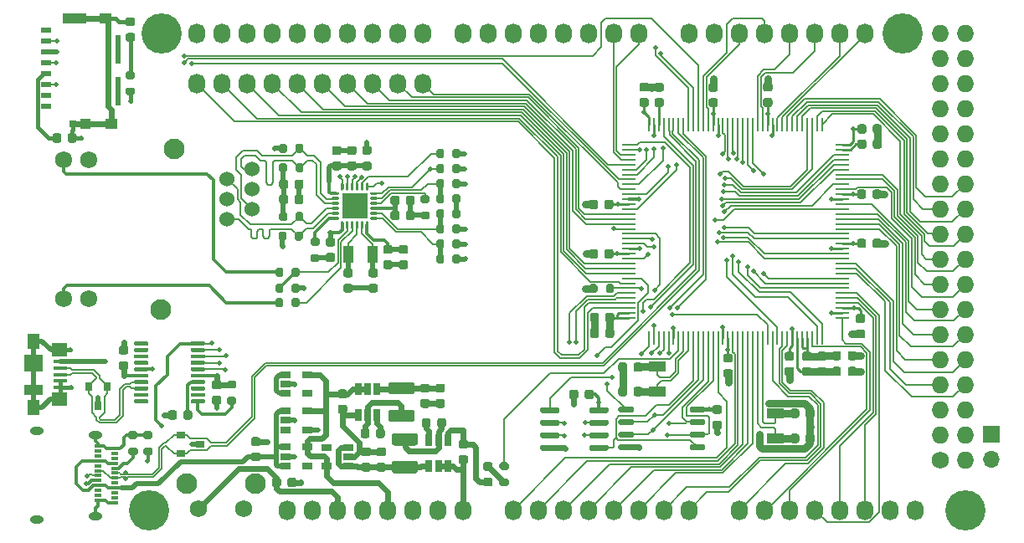
<source format=gbr>
G04 #@! TF.GenerationSoftware,KiCad,Pcbnew,5.1.7-a382d34a8~88~ubuntu20.04.1*
G04 #@! TF.CreationDate,2021-02-19T12:51:23-03:00*
G04 #@! TF.ProjectId,h730duino,68373330-6475-4696-9e6f-2e6b69636164,rev?*
G04 #@! TF.SameCoordinates,Original*
G04 #@! TF.FileFunction,Copper,L1,Top*
G04 #@! TF.FilePolarity,Positive*
%FSLAX46Y46*%
G04 Gerber Fmt 4.6, Leading zero omitted, Abs format (unit mm)*
G04 Created by KiCad (PCBNEW 5.1.7-a382d34a8~88~ubuntu20.04.1) date 2021-02-19 12:51:23*
%MOMM*%
%LPD*%
G01*
G04 APERTURE LIST*
G04 #@! TA.AperFunction,ComponentPad*
%ADD10O,1.727200X2.032000*%
G04 #@! TD*
G04 #@! TA.AperFunction,SMDPad,CuDef*
%ADD11R,0.279400X1.358900*%
G04 #@! TD*
G04 #@! TA.AperFunction,SMDPad,CuDef*
%ADD12R,1.358900X0.279400*%
G04 #@! TD*
G04 #@! TA.AperFunction,ComponentPad*
%ADD13O,1.700000X1.700000*%
G04 #@! TD*
G04 #@! TA.AperFunction,ComponentPad*
%ADD14R,1.700000X1.700000*%
G04 #@! TD*
G04 #@! TA.AperFunction,SMDPad,CuDef*
%ADD15R,1.060000X0.650000*%
G04 #@! TD*
G04 #@! TA.AperFunction,ComponentPad*
%ADD16O,1.400000X0.800000*%
G04 #@! TD*
G04 #@! TA.AperFunction,SMDPad,CuDef*
%ADD17R,0.700000X0.300000*%
G04 #@! TD*
G04 #@! TA.AperFunction,SMDPad,CuDef*
%ADD18R,0.900000X0.800000*%
G04 #@! TD*
G04 #@! TA.AperFunction,SMDPad,CuDef*
%ADD19R,0.550000X2.910000*%
G04 #@! TD*
G04 #@! TA.AperFunction,SMDPad,CuDef*
%ADD20R,2.390000X1.050000*%
G04 #@! TD*
G04 #@! TA.AperFunction,SMDPad,CuDef*
%ADD21R,1.200000X1.050000*%
G04 #@! TD*
G04 #@! TA.AperFunction,SMDPad,CuDef*
%ADD22R,1.080000X1.050000*%
G04 #@! TD*
G04 #@! TA.AperFunction,SMDPad,CuDef*
%ADD23R,0.780000X0.720000*%
G04 #@! TD*
G04 #@! TA.AperFunction,SMDPad,CuDef*
%ADD24R,1.000000X0.500000*%
G04 #@! TD*
G04 #@! TA.AperFunction,SMDPad,CuDef*
%ADD25R,1.900000X1.000000*%
G04 #@! TD*
G04 #@! TA.AperFunction,SMDPad,CuDef*
%ADD26R,1.900000X1.800000*%
G04 #@! TD*
G04 #@! TA.AperFunction,SMDPad,CuDef*
%ADD27R,1.300000X1.650000*%
G04 #@! TD*
G04 #@! TA.AperFunction,SMDPad,CuDef*
%ADD28R,1.550000X1.425000*%
G04 #@! TD*
G04 #@! TA.AperFunction,SMDPad,CuDef*
%ADD29R,1.380000X0.450000*%
G04 #@! TD*
G04 #@! TA.AperFunction,SMDPad,CuDef*
%ADD30R,1.000000X1.800000*%
G04 #@! TD*
G04 #@! TA.AperFunction,SMDPad,CuDef*
%ADD31R,1.800000X1.000000*%
G04 #@! TD*
G04 #@! TA.AperFunction,ComponentPad*
%ADD32C,2.100000*%
G04 #@! TD*
G04 #@! TA.AperFunction,ComponentPad*
%ADD33C,1.750000*%
G04 #@! TD*
G04 #@! TA.AperFunction,SMDPad,CuDef*
%ADD34R,2.600000X2.600000*%
G04 #@! TD*
G04 #@! TA.AperFunction,ComponentPad*
%ADD35C,0.600000*%
G04 #@! TD*
G04 #@! TA.AperFunction,ComponentPad*
%ADD36C,1.530000*%
G04 #@! TD*
G04 #@! TA.AperFunction,ComponentPad*
%ADD37C,1.725000*%
G04 #@! TD*
G04 #@! TA.AperFunction,SMDPad,CuDef*
%ADD38R,0.800000X0.900000*%
G04 #@! TD*
G04 #@! TA.AperFunction,SMDPad,CuDef*
%ADD39R,0.650000X1.220000*%
G04 #@! TD*
G04 #@! TA.AperFunction,ComponentPad*
%ADD40O,1.727200X1.727200*%
G04 #@! TD*
G04 #@! TA.AperFunction,ComponentPad*
%ADD41C,1.727200*%
G04 #@! TD*
G04 #@! TA.AperFunction,ComponentPad*
%ADD42C,4.064000*%
G04 #@! TD*
G04 #@! TA.AperFunction,ViaPad*
%ADD43C,0.500000*%
G04 #@! TD*
G04 #@! TA.AperFunction,Conductor*
%ADD44C,0.800000*%
G04 #@! TD*
G04 #@! TA.AperFunction,Conductor*
%ADD45C,0.254000*%
G04 #@! TD*
G04 #@! TA.AperFunction,Conductor*
%ADD46C,0.500000*%
G04 #@! TD*
G04 #@! TA.AperFunction,Conductor*
%ADD47C,0.300000*%
G04 #@! TD*
G04 #@! TA.AperFunction,Conductor*
%ADD48C,0.600000*%
G04 #@! TD*
G04 #@! TA.AperFunction,Conductor*
%ADD49C,0.400000*%
G04 #@! TD*
G04 #@! TA.AperFunction,Conductor*
%ADD50C,0.406400*%
G04 #@! TD*
G04 #@! TA.AperFunction,Conductor*
%ADD51C,0.152400*%
G04 #@! TD*
G04 #@! TA.AperFunction,Conductor*
%ADD52C,0.200000*%
G04 #@! TD*
G04 APERTURE END LIST*
G04 #@! TA.AperFunction,SMDPad,CuDef*
G36*
G01*
X147199800Y-84307000D02*
X147199800Y-84857000D01*
G75*
G02*
X146999800Y-85057000I-200000J0D01*
G01*
X146599800Y-85057000D01*
G75*
G02*
X146399800Y-84857000I0J200000D01*
G01*
X146399800Y-84307000D01*
G75*
G02*
X146599800Y-84107000I200000J0D01*
G01*
X146999800Y-84107000D01*
G75*
G02*
X147199800Y-84307000I0J-200000D01*
G01*
G37*
G04 #@! TD.AperFunction*
G04 #@! TA.AperFunction,SMDPad,CuDef*
G36*
G01*
X148849800Y-84307000D02*
X148849800Y-84857000D01*
G75*
G02*
X148649800Y-85057000I-200000J0D01*
G01*
X148249800Y-85057000D01*
G75*
G02*
X148049800Y-84857000I0J200000D01*
G01*
X148049800Y-84307000D01*
G75*
G02*
X148249800Y-84107000I200000J0D01*
G01*
X148649800Y-84107000D01*
G75*
G02*
X148849800Y-84307000I0J-200000D01*
G01*
G37*
G04 #@! TD.AperFunction*
G04 #@! TA.AperFunction,SMDPad,CuDef*
G36*
G01*
X147199800Y-87355000D02*
X147199800Y-87905000D01*
G75*
G02*
X146999800Y-88105000I-200000J0D01*
G01*
X146599800Y-88105000D01*
G75*
G02*
X146399800Y-87905000I0J200000D01*
G01*
X146399800Y-87355000D01*
G75*
G02*
X146599800Y-87155000I200000J0D01*
G01*
X146999800Y-87155000D01*
G75*
G02*
X147199800Y-87355000I0J-200000D01*
G01*
G37*
G04 #@! TD.AperFunction*
G04 #@! TA.AperFunction,SMDPad,CuDef*
G36*
G01*
X148849800Y-87355000D02*
X148849800Y-87905000D01*
G75*
G02*
X148649800Y-88105000I-200000J0D01*
G01*
X148249800Y-88105000D01*
G75*
G02*
X148049800Y-87905000I0J200000D01*
G01*
X148049800Y-87355000D01*
G75*
G02*
X148249800Y-87155000I200000J0D01*
G01*
X148649800Y-87155000D01*
G75*
G02*
X148849800Y-87355000I0J-200000D01*
G01*
G37*
G04 #@! TD.AperFunction*
G04 #@! TA.AperFunction,SMDPad,CuDef*
G36*
G01*
X147199800Y-93451000D02*
X147199800Y-94001000D01*
G75*
G02*
X146999800Y-94201000I-200000J0D01*
G01*
X146599800Y-94201000D01*
G75*
G02*
X146399800Y-94001000I0J200000D01*
G01*
X146399800Y-93451000D01*
G75*
G02*
X146599800Y-93251000I200000J0D01*
G01*
X146999800Y-93251000D01*
G75*
G02*
X147199800Y-93451000I0J-200000D01*
G01*
G37*
G04 #@! TD.AperFunction*
G04 #@! TA.AperFunction,SMDPad,CuDef*
G36*
G01*
X148849800Y-93451000D02*
X148849800Y-94001000D01*
G75*
G02*
X148649800Y-94201000I-200000J0D01*
G01*
X148249800Y-94201000D01*
G75*
G02*
X148049800Y-94001000I0J200000D01*
G01*
X148049800Y-93451000D01*
G75*
G02*
X148249800Y-93251000I200000J0D01*
G01*
X148649800Y-93251000D01*
G75*
G02*
X148849800Y-93451000I0J-200000D01*
G01*
G37*
G04 #@! TD.AperFunction*
G04 #@! TA.AperFunction,SMDPad,CuDef*
G36*
G01*
X147199800Y-88879000D02*
X147199800Y-89429000D01*
G75*
G02*
X146999800Y-89629000I-200000J0D01*
G01*
X146599800Y-89629000D01*
G75*
G02*
X146399800Y-89429000I0J200000D01*
G01*
X146399800Y-88879000D01*
G75*
G02*
X146599800Y-88679000I200000J0D01*
G01*
X146999800Y-88679000D01*
G75*
G02*
X147199800Y-88879000I0J-200000D01*
G01*
G37*
G04 #@! TD.AperFunction*
G04 #@! TA.AperFunction,SMDPad,CuDef*
G36*
G01*
X148849800Y-88879000D02*
X148849800Y-89429000D01*
G75*
G02*
X148649800Y-89629000I-200000J0D01*
G01*
X148249800Y-89629000D01*
G75*
G02*
X148049800Y-89429000I0J200000D01*
G01*
X148049800Y-88879000D01*
G75*
G02*
X148249800Y-88679000I200000J0D01*
G01*
X148649800Y-88679000D01*
G75*
G02*
X148849800Y-88879000I0J-200000D01*
G01*
G37*
G04 #@! TD.AperFunction*
G04 #@! TA.AperFunction,SMDPad,CuDef*
G36*
G01*
X148049800Y-83333000D02*
X148049800Y-82783000D01*
G75*
G02*
X148249800Y-82583000I200000J0D01*
G01*
X148649800Y-82583000D01*
G75*
G02*
X148849800Y-82783000I0J-200000D01*
G01*
X148849800Y-83333000D01*
G75*
G02*
X148649800Y-83533000I-200000J0D01*
G01*
X148249800Y-83533000D01*
G75*
G02*
X148049800Y-83333000I0J200000D01*
G01*
G37*
G04 #@! TD.AperFunction*
G04 #@! TA.AperFunction,SMDPad,CuDef*
G36*
G01*
X146399800Y-83333000D02*
X146399800Y-82783000D01*
G75*
G02*
X146599800Y-82583000I200000J0D01*
G01*
X146999800Y-82583000D01*
G75*
G02*
X147199800Y-82783000I0J-200000D01*
G01*
X147199800Y-83333000D01*
G75*
G02*
X146999800Y-83533000I-200000J0D01*
G01*
X146599800Y-83533000D01*
G75*
G02*
X146399800Y-83333000I0J200000D01*
G01*
G37*
G04 #@! TD.AperFunction*
G04 #@! TA.AperFunction,SMDPad,CuDef*
G36*
G01*
X148049800Y-86381000D02*
X148049800Y-85831000D01*
G75*
G02*
X148249800Y-85631000I200000J0D01*
G01*
X148649800Y-85631000D01*
G75*
G02*
X148849800Y-85831000I0J-200000D01*
G01*
X148849800Y-86381000D01*
G75*
G02*
X148649800Y-86581000I-200000J0D01*
G01*
X148249800Y-86581000D01*
G75*
G02*
X148049800Y-86381000I0J200000D01*
G01*
G37*
G04 #@! TD.AperFunction*
G04 #@! TA.AperFunction,SMDPad,CuDef*
G36*
G01*
X146399800Y-86381000D02*
X146399800Y-85831000D01*
G75*
G02*
X146599800Y-85631000I200000J0D01*
G01*
X146999800Y-85631000D01*
G75*
G02*
X147199800Y-85831000I0J-200000D01*
G01*
X147199800Y-86381000D01*
G75*
G02*
X146999800Y-86581000I-200000J0D01*
G01*
X146599800Y-86581000D01*
G75*
G02*
X146399800Y-86381000I0J200000D01*
G01*
G37*
G04 #@! TD.AperFunction*
G04 #@! TA.AperFunction,SMDPad,CuDef*
G36*
G01*
X148049800Y-92477000D02*
X148049800Y-91927000D01*
G75*
G02*
X148249800Y-91727000I200000J0D01*
G01*
X148649800Y-91727000D01*
G75*
G02*
X148849800Y-91927000I0J-200000D01*
G01*
X148849800Y-92477000D01*
G75*
G02*
X148649800Y-92677000I-200000J0D01*
G01*
X148249800Y-92677000D01*
G75*
G02*
X148049800Y-92477000I0J200000D01*
G01*
G37*
G04 #@! TD.AperFunction*
G04 #@! TA.AperFunction,SMDPad,CuDef*
G36*
G01*
X146399800Y-92477000D02*
X146399800Y-91927000D01*
G75*
G02*
X146599800Y-91727000I200000J0D01*
G01*
X146999800Y-91727000D01*
G75*
G02*
X147199800Y-91927000I0J-200000D01*
G01*
X147199800Y-92477000D01*
G75*
G02*
X146999800Y-92677000I-200000J0D01*
G01*
X146599800Y-92677000D01*
G75*
G02*
X146399800Y-92477000I0J200000D01*
G01*
G37*
G04 #@! TD.AperFunction*
G04 #@! TA.AperFunction,SMDPad,CuDef*
G36*
G01*
X148049800Y-90953000D02*
X148049800Y-90403000D01*
G75*
G02*
X148249800Y-90203000I200000J0D01*
G01*
X148649800Y-90203000D01*
G75*
G02*
X148849800Y-90403000I0J-200000D01*
G01*
X148849800Y-90953000D01*
G75*
G02*
X148649800Y-91153000I-200000J0D01*
G01*
X148249800Y-91153000D01*
G75*
G02*
X148049800Y-90953000I0J200000D01*
G01*
G37*
G04 #@! TD.AperFunction*
G04 #@! TA.AperFunction,SMDPad,CuDef*
G36*
G01*
X146399800Y-90953000D02*
X146399800Y-90403000D01*
G75*
G02*
X146599800Y-90203000I200000J0D01*
G01*
X146999800Y-90203000D01*
G75*
G02*
X147199800Y-90403000I0J-200000D01*
G01*
X147199800Y-90953000D01*
G75*
G02*
X146999800Y-91153000I-200000J0D01*
G01*
X146599800Y-91153000D01*
G75*
G02*
X146399800Y-90953000I0J200000D01*
G01*
G37*
G04 #@! TD.AperFunction*
D10*
X145034000Y-75946000D03*
X142494000Y-75946000D03*
X139954000Y-75946000D03*
X137414000Y-75946000D03*
X134874000Y-75946000D03*
X132334000Y-75946000D03*
X129794000Y-75946000D03*
X127254000Y-75946000D03*
X124714000Y-75946000D03*
X122174000Y-75946000D03*
G04 #@! TA.AperFunction,SMDPad,CuDef*
G36*
G01*
X161875600Y-109192200D02*
X161875600Y-108892200D01*
G75*
G02*
X162025600Y-108742200I150000J0D01*
G01*
X163675600Y-108742200D01*
G75*
G02*
X163825600Y-108892200I0J-150000D01*
G01*
X163825600Y-109192200D01*
G75*
G02*
X163675600Y-109342200I-150000J0D01*
G01*
X162025600Y-109342200D01*
G75*
G02*
X161875600Y-109192200I0J150000D01*
G01*
G37*
G04 #@! TD.AperFunction*
G04 #@! TA.AperFunction,SMDPad,CuDef*
G36*
G01*
X161875600Y-110462200D02*
X161875600Y-110162200D01*
G75*
G02*
X162025600Y-110012200I150000J0D01*
G01*
X163675600Y-110012200D01*
G75*
G02*
X163825600Y-110162200I0J-150000D01*
G01*
X163825600Y-110462200D01*
G75*
G02*
X163675600Y-110612200I-150000J0D01*
G01*
X162025600Y-110612200D01*
G75*
G02*
X161875600Y-110462200I0J150000D01*
G01*
G37*
G04 #@! TD.AperFunction*
G04 #@! TA.AperFunction,SMDPad,CuDef*
G36*
G01*
X161875600Y-111732200D02*
X161875600Y-111432200D01*
G75*
G02*
X162025600Y-111282200I150000J0D01*
G01*
X163675600Y-111282200D01*
G75*
G02*
X163825600Y-111432200I0J-150000D01*
G01*
X163825600Y-111732200D01*
G75*
G02*
X163675600Y-111882200I-150000J0D01*
G01*
X162025600Y-111882200D01*
G75*
G02*
X161875600Y-111732200I0J150000D01*
G01*
G37*
G04 #@! TD.AperFunction*
G04 #@! TA.AperFunction,SMDPad,CuDef*
G36*
G01*
X161875600Y-113002200D02*
X161875600Y-112702200D01*
G75*
G02*
X162025600Y-112552200I150000J0D01*
G01*
X163675600Y-112552200D01*
G75*
G02*
X163825600Y-112702200I0J-150000D01*
G01*
X163825600Y-113002200D01*
G75*
G02*
X163675600Y-113152200I-150000J0D01*
G01*
X162025600Y-113152200D01*
G75*
G02*
X161875600Y-113002200I0J150000D01*
G01*
G37*
G04 #@! TD.AperFunction*
G04 #@! TA.AperFunction,SMDPad,CuDef*
G36*
G01*
X156925600Y-113002200D02*
X156925600Y-112702200D01*
G75*
G02*
X157075600Y-112552200I150000J0D01*
G01*
X158725600Y-112552200D01*
G75*
G02*
X158875600Y-112702200I0J-150000D01*
G01*
X158875600Y-113002200D01*
G75*
G02*
X158725600Y-113152200I-150000J0D01*
G01*
X157075600Y-113152200D01*
G75*
G02*
X156925600Y-113002200I0J150000D01*
G01*
G37*
G04 #@! TD.AperFunction*
G04 #@! TA.AperFunction,SMDPad,CuDef*
G36*
G01*
X156925600Y-111732200D02*
X156925600Y-111432200D01*
G75*
G02*
X157075600Y-111282200I150000J0D01*
G01*
X158725600Y-111282200D01*
G75*
G02*
X158875600Y-111432200I0J-150000D01*
G01*
X158875600Y-111732200D01*
G75*
G02*
X158725600Y-111882200I-150000J0D01*
G01*
X157075600Y-111882200D01*
G75*
G02*
X156925600Y-111732200I0J150000D01*
G01*
G37*
G04 #@! TD.AperFunction*
G04 #@! TA.AperFunction,SMDPad,CuDef*
G36*
G01*
X156925600Y-110462200D02*
X156925600Y-110162200D01*
G75*
G02*
X157075600Y-110012200I150000J0D01*
G01*
X158725600Y-110012200D01*
G75*
G02*
X158875600Y-110162200I0J-150000D01*
G01*
X158875600Y-110462200D01*
G75*
G02*
X158725600Y-110612200I-150000J0D01*
G01*
X157075600Y-110612200D01*
G75*
G02*
X156925600Y-110462200I0J150000D01*
G01*
G37*
G04 #@! TD.AperFunction*
G04 #@! TA.AperFunction,SMDPad,CuDef*
G36*
G01*
X156925600Y-109192200D02*
X156925600Y-108892200D01*
G75*
G02*
X157075600Y-108742200I150000J0D01*
G01*
X158725600Y-108742200D01*
G75*
G02*
X158875600Y-108892200I0J-150000D01*
G01*
X158875600Y-109192200D01*
G75*
G02*
X158725600Y-109342200I-150000J0D01*
G01*
X157075600Y-109342200D01*
G75*
G02*
X156925600Y-109192200I0J150000D01*
G01*
G37*
G04 #@! TD.AperFunction*
G04 #@! TA.AperFunction,SMDPad,CuDef*
G36*
G01*
X160766880Y-107186920D02*
X160766880Y-107686920D01*
G75*
G02*
X160541880Y-107911920I-225000J0D01*
G01*
X160091880Y-107911920D01*
G75*
G02*
X159866880Y-107686920I0J225000D01*
G01*
X159866880Y-107186920D01*
G75*
G02*
X160091880Y-106961920I225000J0D01*
G01*
X160541880Y-106961920D01*
G75*
G02*
X160766880Y-107186920I0J-225000D01*
G01*
G37*
G04 #@! TD.AperFunction*
G04 #@! TA.AperFunction,SMDPad,CuDef*
G36*
G01*
X162316880Y-107186920D02*
X162316880Y-107686920D01*
G75*
G02*
X162091880Y-107911920I-225000J0D01*
G01*
X161641880Y-107911920D01*
G75*
G02*
X161416880Y-107686920I0J225000D01*
G01*
X161416880Y-107186920D01*
G75*
G02*
X161641880Y-106961920I225000J0D01*
G01*
X162091880Y-106961920D01*
G75*
G02*
X162316880Y-107186920I0J-225000D01*
G01*
G37*
G04 #@! TD.AperFunction*
D11*
X167897175Y-101702870D03*
X168397301Y-101702870D03*
X168897427Y-101702870D03*
X169397553Y-101702870D03*
X169897679Y-101702870D03*
X170397805Y-101702870D03*
X170897931Y-101702870D03*
X171398057Y-101702870D03*
X171898183Y-101702870D03*
X172398309Y-101702870D03*
X172898435Y-101702870D03*
X173398561Y-101702870D03*
X173898687Y-101702870D03*
X174398813Y-101702870D03*
X174898939Y-101702870D03*
X175399065Y-101702870D03*
X175899191Y-101702870D03*
X176399317Y-101702870D03*
X176899443Y-101702870D03*
X177399569Y-101702870D03*
X177899695Y-101702870D03*
X178399821Y-101702870D03*
X178899947Y-101702870D03*
X179400073Y-101702870D03*
X179900199Y-101702870D03*
X180400325Y-101702870D03*
X180900451Y-101702870D03*
X181400577Y-101702870D03*
X181900703Y-101702870D03*
X182400829Y-101702870D03*
X182900955Y-101702870D03*
X183401081Y-101702870D03*
X183901207Y-101702870D03*
X184401333Y-101702870D03*
X184901459Y-101702870D03*
X185401585Y-101702870D03*
D12*
X187425330Y-99679125D03*
X187425330Y-99178999D03*
X187425330Y-98678873D03*
X187425330Y-98178747D03*
X187425330Y-97678621D03*
X187425330Y-97178495D03*
X187425330Y-96678369D03*
X187425330Y-96178243D03*
X187425330Y-95678117D03*
X187425330Y-95177991D03*
X187425330Y-94677865D03*
X187425330Y-94177739D03*
X187425330Y-93677613D03*
X187425330Y-93177487D03*
X187425330Y-92677361D03*
X187425330Y-92177235D03*
X187425330Y-91677109D03*
X187425330Y-91176983D03*
X187425330Y-90676857D03*
X187425330Y-90176731D03*
X187425330Y-89676605D03*
X187425330Y-89176479D03*
X187425330Y-88676353D03*
X187425330Y-88176227D03*
X187425330Y-87676101D03*
X187425330Y-87175975D03*
X187425330Y-86675849D03*
X187425330Y-86175723D03*
X187425330Y-85675597D03*
X187425330Y-85175471D03*
X187425330Y-84675345D03*
X187425330Y-84175219D03*
X187425330Y-83675093D03*
X187425330Y-83174967D03*
X187425330Y-82674841D03*
X187425330Y-82174715D03*
D11*
X185401585Y-80150970D03*
X184901459Y-80150970D03*
X184401333Y-80150970D03*
X183901207Y-80150970D03*
X183401081Y-80150970D03*
X182900955Y-80150970D03*
X182400829Y-80150970D03*
X181900703Y-80150970D03*
X181400577Y-80150970D03*
X180900451Y-80150970D03*
X180400325Y-80150970D03*
X179900199Y-80150970D03*
X179400073Y-80150970D03*
X178899947Y-80150970D03*
X178399821Y-80150970D03*
X177899695Y-80150970D03*
X177399569Y-80150970D03*
X176899443Y-80150970D03*
X176399317Y-80150970D03*
X175899191Y-80150970D03*
X175399065Y-80150970D03*
X174898939Y-80150970D03*
X174398813Y-80150970D03*
X173898687Y-80150970D03*
X173398561Y-80150970D03*
X172898435Y-80150970D03*
X172398309Y-80150970D03*
X171898183Y-80150970D03*
X171398057Y-80150970D03*
X170897931Y-80150970D03*
X170397805Y-80150970D03*
X169897679Y-80150970D03*
X169397553Y-80150970D03*
X168897427Y-80150970D03*
X168397301Y-80150970D03*
X167897175Y-80150970D03*
D12*
X165873430Y-82174715D03*
X165873430Y-82674841D03*
X165873430Y-83174967D03*
X165873430Y-83675093D03*
X165873430Y-84175219D03*
X165873430Y-84675345D03*
X165873430Y-85175471D03*
X165873430Y-85675597D03*
X165873430Y-86175723D03*
X165873430Y-86675849D03*
X165873430Y-87175975D03*
X165873430Y-87676101D03*
X165873430Y-88176227D03*
X165873430Y-88676353D03*
X165873430Y-89176479D03*
X165873430Y-89676605D03*
X165873430Y-90176731D03*
X165873430Y-90676857D03*
X165873430Y-91176983D03*
X165873430Y-91677109D03*
X165873430Y-92177235D03*
X165873430Y-92677361D03*
X165873430Y-93177487D03*
X165873430Y-93677613D03*
X165873430Y-94177739D03*
X165873430Y-94677865D03*
X165873430Y-95177991D03*
X165873430Y-95678117D03*
X165873430Y-96178243D03*
X165873430Y-96678369D03*
X165873430Y-97178495D03*
X165873430Y-97678621D03*
X165873430Y-98178747D03*
X165873430Y-98678873D03*
X165873430Y-99178999D03*
X165873430Y-99679125D03*
G04 #@! TA.AperFunction,SMDPad,CuDef*
G36*
G01*
X164814800Y-109110920D02*
X164814800Y-108810920D01*
G75*
G02*
X164964800Y-108660920I150000J0D01*
G01*
X166264800Y-108660920D01*
G75*
G02*
X166414800Y-108810920I0J-150000D01*
G01*
X166414800Y-109110920D01*
G75*
G02*
X166264800Y-109260920I-150000J0D01*
G01*
X164964800Y-109260920D01*
G75*
G02*
X164814800Y-109110920I0J150000D01*
G01*
G37*
G04 #@! TD.AperFunction*
G04 #@! TA.AperFunction,SMDPad,CuDef*
G36*
G01*
X164814800Y-110380920D02*
X164814800Y-110080920D01*
G75*
G02*
X164964800Y-109930920I150000J0D01*
G01*
X166264800Y-109930920D01*
G75*
G02*
X166414800Y-110080920I0J-150000D01*
G01*
X166414800Y-110380920D01*
G75*
G02*
X166264800Y-110530920I-150000J0D01*
G01*
X164964800Y-110530920D01*
G75*
G02*
X164814800Y-110380920I0J150000D01*
G01*
G37*
G04 #@! TD.AperFunction*
G04 #@! TA.AperFunction,SMDPad,CuDef*
G36*
G01*
X164814800Y-111650920D02*
X164814800Y-111350920D01*
G75*
G02*
X164964800Y-111200920I150000J0D01*
G01*
X166264800Y-111200920D01*
G75*
G02*
X166414800Y-111350920I0J-150000D01*
G01*
X166414800Y-111650920D01*
G75*
G02*
X166264800Y-111800920I-150000J0D01*
G01*
X164964800Y-111800920D01*
G75*
G02*
X164814800Y-111650920I0J150000D01*
G01*
G37*
G04 #@! TD.AperFunction*
G04 #@! TA.AperFunction,SMDPad,CuDef*
G36*
G01*
X164814800Y-112920920D02*
X164814800Y-112620920D01*
G75*
G02*
X164964800Y-112470920I150000J0D01*
G01*
X166264800Y-112470920D01*
G75*
G02*
X166414800Y-112620920I0J-150000D01*
G01*
X166414800Y-112920920D01*
G75*
G02*
X166264800Y-113070920I-150000J0D01*
G01*
X164964800Y-113070920D01*
G75*
G02*
X164814800Y-112920920I0J150000D01*
G01*
G37*
G04 #@! TD.AperFunction*
G04 #@! TA.AperFunction,SMDPad,CuDef*
G36*
G01*
X172014800Y-112920920D02*
X172014800Y-112620920D01*
G75*
G02*
X172164800Y-112470920I150000J0D01*
G01*
X173464800Y-112470920D01*
G75*
G02*
X173614800Y-112620920I0J-150000D01*
G01*
X173614800Y-112920920D01*
G75*
G02*
X173464800Y-113070920I-150000J0D01*
G01*
X172164800Y-113070920D01*
G75*
G02*
X172014800Y-112920920I0J150000D01*
G01*
G37*
G04 #@! TD.AperFunction*
G04 #@! TA.AperFunction,SMDPad,CuDef*
G36*
G01*
X172014800Y-111650920D02*
X172014800Y-111350920D01*
G75*
G02*
X172164800Y-111200920I150000J0D01*
G01*
X173464800Y-111200920D01*
G75*
G02*
X173614800Y-111350920I0J-150000D01*
G01*
X173614800Y-111650920D01*
G75*
G02*
X173464800Y-111800920I-150000J0D01*
G01*
X172164800Y-111800920D01*
G75*
G02*
X172014800Y-111650920I0J150000D01*
G01*
G37*
G04 #@! TD.AperFunction*
G04 #@! TA.AperFunction,SMDPad,CuDef*
G36*
G01*
X172014800Y-110380920D02*
X172014800Y-110080920D01*
G75*
G02*
X172164800Y-109930920I150000J0D01*
G01*
X173464800Y-109930920D01*
G75*
G02*
X173614800Y-110080920I0J-150000D01*
G01*
X173614800Y-110380920D01*
G75*
G02*
X173464800Y-110530920I-150000J0D01*
G01*
X172164800Y-110530920D01*
G75*
G02*
X172014800Y-110380920I0J150000D01*
G01*
G37*
G04 #@! TD.AperFunction*
G04 #@! TA.AperFunction,SMDPad,CuDef*
G36*
G01*
X172014800Y-109110920D02*
X172014800Y-108810920D01*
G75*
G02*
X172164800Y-108660920I150000J0D01*
G01*
X173464800Y-108660920D01*
G75*
G02*
X173614800Y-108810920I0J-150000D01*
G01*
X173614800Y-109110920D01*
G75*
G02*
X173464800Y-109260920I-150000J0D01*
G01*
X172164800Y-109260920D01*
G75*
G02*
X172014800Y-109110920I0J150000D01*
G01*
G37*
G04 #@! TD.AperFunction*
G04 #@! TA.AperFunction,SMDPad,CuDef*
G36*
G01*
X181860380Y-103113120D02*
X182360380Y-103113120D01*
G75*
G02*
X182585380Y-103338120I0J-225000D01*
G01*
X182585380Y-103788120D01*
G75*
G02*
X182360380Y-104013120I-225000J0D01*
G01*
X181860380Y-104013120D01*
G75*
G02*
X181635380Y-103788120I0J225000D01*
G01*
X181635380Y-103338120D01*
G75*
G02*
X181860380Y-103113120I225000J0D01*
G01*
G37*
G04 #@! TD.AperFunction*
G04 #@! TA.AperFunction,SMDPad,CuDef*
G36*
G01*
X181860380Y-104663120D02*
X182360380Y-104663120D01*
G75*
G02*
X182585380Y-104888120I0J-225000D01*
G01*
X182585380Y-105338120D01*
G75*
G02*
X182360380Y-105563120I-225000J0D01*
G01*
X181860380Y-105563120D01*
G75*
G02*
X181635380Y-105338120I0J225000D01*
G01*
X181635380Y-104888120D01*
G75*
G02*
X181860380Y-104663120I225000J0D01*
G01*
G37*
G04 #@! TD.AperFunction*
G04 #@! TA.AperFunction,SMDPad,CuDef*
G36*
G01*
X180175980Y-78334320D02*
X179675980Y-78334320D01*
G75*
G02*
X179450980Y-78109320I0J225000D01*
G01*
X179450980Y-77659320D01*
G75*
G02*
X179675980Y-77434320I225000J0D01*
G01*
X180175980Y-77434320D01*
G75*
G02*
X180400980Y-77659320I0J-225000D01*
G01*
X180400980Y-78109320D01*
G75*
G02*
X180175980Y-78334320I-225000J0D01*
G01*
G37*
G04 #@! TD.AperFunction*
G04 #@! TA.AperFunction,SMDPad,CuDef*
G36*
G01*
X180175980Y-76784320D02*
X179675980Y-76784320D01*
G75*
G02*
X179450980Y-76559320I0J225000D01*
G01*
X179450980Y-76109320D01*
G75*
G02*
X179675980Y-75884320I225000J0D01*
G01*
X180175980Y-75884320D01*
G75*
G02*
X180400980Y-76109320I0J-225000D01*
G01*
X180400980Y-76559320D01*
G75*
G02*
X180175980Y-76784320I-225000J0D01*
G01*
G37*
G04 #@! TD.AperFunction*
G04 #@! TA.AperFunction,SMDPad,CuDef*
G36*
G01*
X174664180Y-78359720D02*
X174164180Y-78359720D01*
G75*
G02*
X173939180Y-78134720I0J225000D01*
G01*
X173939180Y-77684720D01*
G75*
G02*
X174164180Y-77459720I225000J0D01*
G01*
X174664180Y-77459720D01*
G75*
G02*
X174889180Y-77684720I0J-225000D01*
G01*
X174889180Y-78134720D01*
G75*
G02*
X174664180Y-78359720I-225000J0D01*
G01*
G37*
G04 #@! TD.AperFunction*
G04 #@! TA.AperFunction,SMDPad,CuDef*
G36*
G01*
X174664180Y-76809720D02*
X174164180Y-76809720D01*
G75*
G02*
X173939180Y-76584720I0J225000D01*
G01*
X173939180Y-76134720D01*
G75*
G02*
X174164180Y-75909720I225000J0D01*
G01*
X174664180Y-75909720D01*
G75*
G02*
X174889180Y-76134720I0J-225000D01*
G01*
X174889180Y-76584720D01*
G75*
G02*
X174664180Y-76809720I-225000J0D01*
G01*
G37*
G04 #@! TD.AperFunction*
G04 #@! TA.AperFunction,SMDPad,CuDef*
G36*
G01*
X188962580Y-87417720D02*
X188962580Y-86917720D01*
G75*
G02*
X189187580Y-86692720I225000J0D01*
G01*
X189637580Y-86692720D01*
G75*
G02*
X189862580Y-86917720I0J-225000D01*
G01*
X189862580Y-87417720D01*
G75*
G02*
X189637580Y-87642720I-225000J0D01*
G01*
X189187580Y-87642720D01*
G75*
G02*
X188962580Y-87417720I0J225000D01*
G01*
G37*
G04 #@! TD.AperFunction*
G04 #@! TA.AperFunction,SMDPad,CuDef*
G36*
G01*
X190512580Y-87417720D02*
X190512580Y-86917720D01*
G75*
G02*
X190737580Y-86692720I225000J0D01*
G01*
X191187580Y-86692720D01*
G75*
G02*
X191412580Y-86917720I0J-225000D01*
G01*
X191412580Y-87417720D01*
G75*
G02*
X191187580Y-87642720I-225000J0D01*
G01*
X190737580Y-87642720D01*
G75*
G02*
X190512580Y-87417720I0J225000D01*
G01*
G37*
G04 #@! TD.AperFunction*
G04 #@! TA.AperFunction,SMDPad,CuDef*
G36*
G01*
X164310780Y-87959120D02*
X164310780Y-88459120D01*
G75*
G02*
X164085780Y-88684120I-225000J0D01*
G01*
X163635780Y-88684120D01*
G75*
G02*
X163410780Y-88459120I0J225000D01*
G01*
X163410780Y-87959120D01*
G75*
G02*
X163635780Y-87734120I225000J0D01*
G01*
X164085780Y-87734120D01*
G75*
G02*
X164310780Y-87959120I0J-225000D01*
G01*
G37*
G04 #@! TD.AperFunction*
G04 #@! TA.AperFunction,SMDPad,CuDef*
G36*
G01*
X162760780Y-87959120D02*
X162760780Y-88459120D01*
G75*
G02*
X162535780Y-88684120I-225000J0D01*
G01*
X162085780Y-88684120D01*
G75*
G02*
X161860780Y-88459120I0J225000D01*
G01*
X161860780Y-87959120D01*
G75*
G02*
X162085780Y-87734120I225000J0D01*
G01*
X162535780Y-87734120D01*
G75*
G02*
X162760780Y-87959120I0J-225000D01*
G01*
G37*
G04 #@! TD.AperFunction*
G04 #@! TA.AperFunction,SMDPad,CuDef*
G36*
G01*
X188975580Y-92396120D02*
X188975580Y-91896120D01*
G75*
G02*
X189200580Y-91671120I225000J0D01*
G01*
X189650580Y-91671120D01*
G75*
G02*
X189875580Y-91896120I0J-225000D01*
G01*
X189875580Y-92396120D01*
G75*
G02*
X189650580Y-92621120I-225000J0D01*
G01*
X189200580Y-92621120D01*
G75*
G02*
X188975580Y-92396120I0J225000D01*
G01*
G37*
G04 #@! TD.AperFunction*
G04 #@! TA.AperFunction,SMDPad,CuDef*
G36*
G01*
X190525580Y-92396120D02*
X190525580Y-91896120D01*
G75*
G02*
X190750580Y-91671120I225000J0D01*
G01*
X191200580Y-91671120D01*
G75*
G02*
X191425580Y-91896120I0J-225000D01*
G01*
X191425580Y-92396120D01*
G75*
G02*
X191200580Y-92621120I-225000J0D01*
G01*
X190750580Y-92621120D01*
G75*
G02*
X190525580Y-92396120I0J225000D01*
G01*
G37*
G04 #@! TD.AperFunction*
G04 #@! TA.AperFunction,SMDPad,CuDef*
G36*
G01*
X164323180Y-92962920D02*
X164323180Y-93462920D01*
G75*
G02*
X164098180Y-93687920I-225000J0D01*
G01*
X163648180Y-93687920D01*
G75*
G02*
X163423180Y-93462920I0J225000D01*
G01*
X163423180Y-92962920D01*
G75*
G02*
X163648180Y-92737920I225000J0D01*
G01*
X164098180Y-92737920D01*
G75*
G02*
X164323180Y-92962920I0J-225000D01*
G01*
G37*
G04 #@! TD.AperFunction*
G04 #@! TA.AperFunction,SMDPad,CuDef*
G36*
G01*
X162773180Y-92962920D02*
X162773180Y-93462920D01*
G75*
G02*
X162548180Y-93687920I-225000J0D01*
G01*
X162098180Y-93687920D01*
G75*
G02*
X161873180Y-93462920I0J225000D01*
G01*
X161873180Y-92962920D01*
G75*
G02*
X162098180Y-92737920I225000J0D01*
G01*
X162548180Y-92737920D01*
G75*
G02*
X162773180Y-92962920I0J-225000D01*
G01*
G37*
G04 #@! TD.AperFunction*
G04 #@! TA.AperFunction,SMDPad,CuDef*
G36*
G01*
X161911580Y-96993120D02*
X161911580Y-96443120D01*
G75*
G02*
X162111580Y-96243120I200000J0D01*
G01*
X162511580Y-96243120D01*
G75*
G02*
X162711580Y-96443120I0J-200000D01*
G01*
X162711580Y-96993120D01*
G75*
G02*
X162511580Y-97193120I-200000J0D01*
G01*
X162111580Y-97193120D01*
G75*
G02*
X161911580Y-96993120I0J200000D01*
G01*
G37*
G04 #@! TD.AperFunction*
G04 #@! TA.AperFunction,SMDPad,CuDef*
G36*
G01*
X163561580Y-96993120D02*
X163561580Y-96443120D01*
G75*
G02*
X163761580Y-96243120I200000J0D01*
G01*
X164161580Y-96243120D01*
G75*
G02*
X164361580Y-96443120I0J-200000D01*
G01*
X164361580Y-96993120D01*
G75*
G02*
X164161580Y-97193120I-200000J0D01*
G01*
X163761580Y-97193120D01*
G75*
G02*
X163561580Y-96993120I0J200000D01*
G01*
G37*
G04 #@! TD.AperFunction*
D13*
X202577700Y-113995200D03*
D14*
X202577700Y-111455200D03*
G04 #@! TA.AperFunction,SMDPad,CuDef*
G36*
G01*
X153538600Y-115081500D02*
X152988600Y-115081500D01*
G75*
G02*
X152788600Y-114881500I0J200000D01*
G01*
X152788600Y-114481500D01*
G75*
G02*
X152988600Y-114281500I200000J0D01*
G01*
X153538600Y-114281500D01*
G75*
G02*
X153738600Y-114481500I0J-200000D01*
G01*
X153738600Y-114881500D01*
G75*
G02*
X153538600Y-115081500I-200000J0D01*
G01*
G37*
G04 #@! TD.AperFunction*
G04 #@! TA.AperFunction,SMDPad,CuDef*
G36*
G01*
X153538600Y-116731500D02*
X152988600Y-116731500D01*
G75*
G02*
X152788600Y-116531500I0J200000D01*
G01*
X152788600Y-116131500D01*
G75*
G02*
X152988600Y-115931500I200000J0D01*
G01*
X153538600Y-115931500D01*
G75*
G02*
X153738600Y-116131500I0J-200000D01*
G01*
X153738600Y-116531500D01*
G75*
G02*
X153538600Y-116731500I-200000J0D01*
G01*
G37*
G04 #@! TD.AperFunction*
G04 #@! TA.AperFunction,SMDPad,CuDef*
G36*
G01*
X151894250Y-115156500D02*
X151381750Y-115156500D01*
G75*
G02*
X151163000Y-114937750I0J218750D01*
G01*
X151163000Y-114500250D01*
G75*
G02*
X151381750Y-114281500I218750J0D01*
G01*
X151894250Y-114281500D01*
G75*
G02*
X152113000Y-114500250I0J-218750D01*
G01*
X152113000Y-114937750D01*
G75*
G02*
X151894250Y-115156500I-218750J0D01*
G01*
G37*
G04 #@! TD.AperFunction*
G04 #@! TA.AperFunction,SMDPad,CuDef*
G36*
G01*
X151894250Y-116731500D02*
X151381750Y-116731500D01*
G75*
G02*
X151163000Y-116512750I0J218750D01*
G01*
X151163000Y-116075250D01*
G75*
G02*
X151381750Y-115856500I218750J0D01*
G01*
X151894250Y-115856500D01*
G75*
G02*
X152113000Y-116075250I0J-218750D01*
G01*
X152113000Y-116512750D01*
G75*
G02*
X151894250Y-116731500I-218750J0D01*
G01*
G37*
G04 #@! TD.AperFunction*
D15*
X133383200Y-109108200D03*
X133383200Y-111008200D03*
X131183200Y-111008200D03*
X131183200Y-110058200D03*
X131183200Y-109108200D03*
G04 #@! TA.AperFunction,SMDPad,CuDef*
G36*
G01*
X128405700Y-112654200D02*
X127905700Y-112654200D01*
G75*
G02*
X127680700Y-112429200I0J225000D01*
G01*
X127680700Y-111979200D01*
G75*
G02*
X127905700Y-111754200I225000J0D01*
G01*
X128405700Y-111754200D01*
G75*
G02*
X128630700Y-111979200I0J-225000D01*
G01*
X128630700Y-112429200D01*
G75*
G02*
X128405700Y-112654200I-225000J0D01*
G01*
G37*
G04 #@! TD.AperFunction*
G04 #@! TA.AperFunction,SMDPad,CuDef*
G36*
G01*
X128405700Y-114204200D02*
X127905700Y-114204200D01*
G75*
G02*
X127680700Y-113979200I0J225000D01*
G01*
X127680700Y-113529200D01*
G75*
G02*
X127905700Y-113304200I225000J0D01*
G01*
X128405700Y-113304200D01*
G75*
G02*
X128630700Y-113529200I0J-225000D01*
G01*
X128630700Y-113979200D01*
G75*
G02*
X128405700Y-114204200I-225000J0D01*
G01*
G37*
G04 #@! TD.AperFunction*
G04 #@! TA.AperFunction,SMDPad,CuDef*
G36*
G01*
X115212150Y-70860400D02*
X115724650Y-70860400D01*
G75*
G02*
X115943400Y-71079150I0J-218750D01*
G01*
X115943400Y-71516650D01*
G75*
G02*
X115724650Y-71735400I-218750J0D01*
G01*
X115212150Y-71735400D01*
G75*
G02*
X114993400Y-71516650I0J218750D01*
G01*
X114993400Y-71079150D01*
G75*
G02*
X115212150Y-70860400I218750J0D01*
G01*
G37*
G04 #@! TD.AperFunction*
G04 #@! TA.AperFunction,SMDPad,CuDef*
G36*
G01*
X115212150Y-69285400D02*
X115724650Y-69285400D01*
G75*
G02*
X115943400Y-69504150I0J-218750D01*
G01*
X115943400Y-69941650D01*
G75*
G02*
X115724650Y-70160400I-218750J0D01*
G01*
X115212150Y-70160400D01*
G75*
G02*
X114993400Y-69941650I0J218750D01*
G01*
X114993400Y-69504150D01*
G75*
G02*
X115212150Y-69285400I218750J0D01*
G01*
G37*
G04 #@! TD.AperFunction*
G04 #@! TA.AperFunction,SMDPad,CuDef*
G36*
G01*
X116971400Y-112794600D02*
X117521400Y-112794600D01*
G75*
G02*
X117721400Y-112994600I0J-200000D01*
G01*
X117721400Y-113394600D01*
G75*
G02*
X117521400Y-113594600I-200000J0D01*
G01*
X116971400Y-113594600D01*
G75*
G02*
X116771400Y-113394600I0J200000D01*
G01*
X116771400Y-112994600D01*
G75*
G02*
X116971400Y-112794600I200000J0D01*
G01*
G37*
G04 #@! TD.AperFunction*
G04 #@! TA.AperFunction,SMDPad,CuDef*
G36*
G01*
X116971400Y-111144600D02*
X117521400Y-111144600D01*
G75*
G02*
X117721400Y-111344600I0J-200000D01*
G01*
X117721400Y-111744600D01*
G75*
G02*
X117521400Y-111944600I-200000J0D01*
G01*
X116971400Y-111944600D01*
G75*
G02*
X116771400Y-111744600I0J200000D01*
G01*
X116771400Y-111344600D01*
G75*
G02*
X116971400Y-111144600I200000J0D01*
G01*
G37*
G04 #@! TD.AperFunction*
G04 #@! TA.AperFunction,SMDPad,CuDef*
G36*
G01*
X115472800Y-112794600D02*
X116022800Y-112794600D01*
G75*
G02*
X116222800Y-112994600I0J-200000D01*
G01*
X116222800Y-113394600D01*
G75*
G02*
X116022800Y-113594600I-200000J0D01*
G01*
X115472800Y-113594600D01*
G75*
G02*
X115272800Y-113394600I0J200000D01*
G01*
X115272800Y-112994600D01*
G75*
G02*
X115472800Y-112794600I200000J0D01*
G01*
G37*
G04 #@! TD.AperFunction*
G04 #@! TA.AperFunction,SMDPad,CuDef*
G36*
G01*
X115472800Y-111144600D02*
X116022800Y-111144600D01*
G75*
G02*
X116222800Y-111344600I0J-200000D01*
G01*
X116222800Y-111744600D01*
G75*
G02*
X116022800Y-111944600I-200000J0D01*
G01*
X115472800Y-111944600D01*
G75*
G02*
X115272800Y-111744600I0J200000D01*
G01*
X115272800Y-111344600D01*
G75*
G02*
X115472800Y-111144600I200000J0D01*
G01*
G37*
G04 #@! TD.AperFunction*
D16*
X111974400Y-111516200D03*
D17*
X113884400Y-112896200D03*
X113884400Y-113396200D03*
X113884400Y-113896200D03*
X113884400Y-114396200D03*
X113884400Y-114896200D03*
X113884400Y-115396200D03*
X113884400Y-115896200D03*
X113884400Y-118396200D03*
X113884400Y-117396200D03*
X113884400Y-116896200D03*
X113884400Y-116396200D03*
X113884400Y-117896200D03*
X112184400Y-118146200D03*
D16*
X111974400Y-119776200D03*
X106024400Y-120136200D03*
X106024400Y-111156200D03*
D17*
X112184400Y-117646200D03*
X112184400Y-117146200D03*
X112184400Y-116646200D03*
X112184400Y-116146200D03*
X112184400Y-115646200D03*
X112184400Y-115146200D03*
X112184400Y-114646200D03*
X112184400Y-114146200D03*
X112184400Y-113646200D03*
X112184400Y-113146200D03*
X112184400Y-112646200D03*
D18*
X122539000Y-112471200D03*
X120539000Y-113421200D03*
X120539000Y-111521200D03*
D19*
X114220400Y-72522800D03*
X114220400Y-76712800D03*
D20*
X109790400Y-69401800D03*
D21*
X112975400Y-69401800D03*
X113545400Y-80051800D03*
D22*
X110935400Y-80051800D03*
D23*
X109665400Y-80036800D03*
D24*
X106985400Y-70576800D03*
X106985400Y-71676800D03*
X106985400Y-72776800D03*
X106985400Y-73876800D03*
X106985400Y-74976800D03*
X106985400Y-76076800D03*
X106985400Y-77176800D03*
X106985400Y-78276800D03*
G04 #@! TA.AperFunction,SMDPad,CuDef*
G36*
G01*
X109138600Y-81733200D02*
X109138600Y-81233200D01*
G75*
G02*
X109363600Y-81008200I225000J0D01*
G01*
X109813600Y-81008200D01*
G75*
G02*
X110038600Y-81233200I0J-225000D01*
G01*
X110038600Y-81733200D01*
G75*
G02*
X109813600Y-81958200I-225000J0D01*
G01*
X109363600Y-81958200D01*
G75*
G02*
X109138600Y-81733200I0J225000D01*
G01*
G37*
G04 #@! TD.AperFunction*
G04 #@! TA.AperFunction,SMDPad,CuDef*
G36*
G01*
X107588600Y-81733200D02*
X107588600Y-81233200D01*
G75*
G02*
X107813600Y-81008200I225000J0D01*
G01*
X108263600Y-81008200D01*
G75*
G02*
X108488600Y-81233200I0J-225000D01*
G01*
X108488600Y-81733200D01*
G75*
G02*
X108263600Y-81958200I-225000J0D01*
G01*
X107813600Y-81958200D01*
G75*
G02*
X107588600Y-81733200I0J225000D01*
G01*
G37*
G04 #@! TD.AperFunction*
D25*
X105708600Y-106960000D03*
D26*
X105708600Y-104260000D03*
D27*
X105708600Y-108785000D03*
X105708600Y-102035000D03*
D28*
X108283600Y-107897500D03*
X108283600Y-102922500D03*
D29*
X108368600Y-106710000D03*
X108368600Y-106060000D03*
X108368600Y-105410000D03*
X108368600Y-104760000D03*
X108368600Y-104110000D03*
G04 #@! TA.AperFunction,SMDPad,CuDef*
G36*
G01*
X145563000Y-88068600D02*
X145013000Y-88068600D01*
G75*
G02*
X144813000Y-87868600I0J200000D01*
G01*
X144813000Y-87468600D01*
G75*
G02*
X145013000Y-87268600I200000J0D01*
G01*
X145563000Y-87268600D01*
G75*
G02*
X145763000Y-87468600I0J-200000D01*
G01*
X145763000Y-87868600D01*
G75*
G02*
X145563000Y-88068600I-200000J0D01*
G01*
G37*
G04 #@! TD.AperFunction*
G04 #@! TA.AperFunction,SMDPad,CuDef*
G36*
G01*
X145563000Y-89718600D02*
X145013000Y-89718600D01*
G75*
G02*
X144813000Y-89518600I0J200000D01*
G01*
X144813000Y-89118600D01*
G75*
G02*
X145013000Y-88918600I200000J0D01*
G01*
X145563000Y-88918600D01*
G75*
G02*
X145763000Y-89118600I0J-200000D01*
G01*
X145763000Y-89518600D01*
G75*
G02*
X145563000Y-89718600I-200000J0D01*
G01*
G37*
G04 #@! TD.AperFunction*
D30*
X137497500Y-93218000D03*
X139997500Y-93218000D03*
D31*
X180700680Y-109361920D03*
X180700680Y-111861920D03*
X168762680Y-107127360D03*
X168762680Y-104627360D03*
D32*
X128148400Y-116483600D03*
D33*
X126898400Y-118973600D03*
X122398400Y-118973600D03*
D32*
X121138400Y-116483600D03*
G04 #@! TA.AperFunction,SMDPad,CuDef*
G36*
G01*
X115193400Y-76371000D02*
X115743400Y-76371000D01*
G75*
G02*
X115943400Y-76571000I0J-200000D01*
G01*
X115943400Y-76971000D01*
G75*
G02*
X115743400Y-77171000I-200000J0D01*
G01*
X115193400Y-77171000D01*
G75*
G02*
X114993400Y-76971000I0J200000D01*
G01*
X114993400Y-76571000D01*
G75*
G02*
X115193400Y-76371000I200000J0D01*
G01*
G37*
G04 #@! TD.AperFunction*
G04 #@! TA.AperFunction,SMDPad,CuDef*
G36*
G01*
X115193400Y-74721000D02*
X115743400Y-74721000D01*
G75*
G02*
X115943400Y-74921000I0J-200000D01*
G01*
X115943400Y-75321000D01*
G75*
G02*
X115743400Y-75521000I-200000J0D01*
G01*
X115193400Y-75521000D01*
G75*
G02*
X114993400Y-75321000I0J200000D01*
G01*
X114993400Y-74921000D01*
G75*
G02*
X115193400Y-74721000I200000J0D01*
G01*
G37*
G04 #@! TD.AperFunction*
G04 #@! TA.AperFunction,SMDPad,CuDef*
G36*
G01*
X136900600Y-90728900D02*
X136900600Y-90728900D01*
G75*
G02*
X136750600Y-90578900I0J150000D01*
G01*
X136750600Y-90028900D01*
G75*
G02*
X136900600Y-89878900I150000J0D01*
G01*
X136900600Y-89878900D01*
G75*
G02*
X137050600Y-90028900I0J-150000D01*
G01*
X137050600Y-90578900D01*
G75*
G02*
X136900600Y-90728900I-150000J0D01*
G01*
G37*
G04 #@! TD.AperFunction*
G04 #@! TA.AperFunction,SMDPad,CuDef*
G36*
G01*
X137400600Y-90728900D02*
X137400600Y-90728900D01*
G75*
G02*
X137250600Y-90578900I0J150000D01*
G01*
X137250600Y-90028900D01*
G75*
G02*
X137400600Y-89878900I150000J0D01*
G01*
X137400600Y-89878900D01*
G75*
G02*
X137550600Y-90028900I0J-150000D01*
G01*
X137550600Y-90578900D01*
G75*
G02*
X137400600Y-90728900I-150000J0D01*
G01*
G37*
G04 #@! TD.AperFunction*
G04 #@! TA.AperFunction,SMDPad,CuDef*
G36*
G01*
X137900600Y-90728900D02*
X137900600Y-90728900D01*
G75*
G02*
X137750600Y-90578900I0J150000D01*
G01*
X137750600Y-90028900D01*
G75*
G02*
X137900600Y-89878900I150000J0D01*
G01*
X137900600Y-89878900D01*
G75*
G02*
X138050600Y-90028900I0J-150000D01*
G01*
X138050600Y-90578900D01*
G75*
G02*
X137900600Y-90728900I-150000J0D01*
G01*
G37*
G04 #@! TD.AperFunction*
G04 #@! TA.AperFunction,SMDPad,CuDef*
G36*
G01*
X138400600Y-90728900D02*
X138400600Y-90728900D01*
G75*
G02*
X138250600Y-90578900I0J150000D01*
G01*
X138250600Y-90028900D01*
G75*
G02*
X138400600Y-89878900I150000J0D01*
G01*
X138400600Y-89878900D01*
G75*
G02*
X138550600Y-90028900I0J-150000D01*
G01*
X138550600Y-90578900D01*
G75*
G02*
X138400600Y-90728900I-150000J0D01*
G01*
G37*
G04 #@! TD.AperFunction*
G04 #@! TA.AperFunction,SMDPad,CuDef*
G36*
G01*
X138900600Y-90728900D02*
X138900600Y-90728900D01*
G75*
G02*
X138750600Y-90578900I0J150000D01*
G01*
X138750600Y-90028900D01*
G75*
G02*
X138900600Y-89878900I150000J0D01*
G01*
X138900600Y-89878900D01*
G75*
G02*
X139050600Y-90028900I0J-150000D01*
G01*
X139050600Y-90578900D01*
G75*
G02*
X138900600Y-90728900I-150000J0D01*
G01*
G37*
G04 #@! TD.AperFunction*
G04 #@! TA.AperFunction,SMDPad,CuDef*
G36*
G01*
X139400600Y-90728900D02*
X139400600Y-90728900D01*
G75*
G02*
X139250600Y-90578900I0J150000D01*
G01*
X139250600Y-90028900D01*
G75*
G02*
X139400600Y-89878900I150000J0D01*
G01*
X139400600Y-89878900D01*
G75*
G02*
X139550600Y-90028900I0J-150000D01*
G01*
X139550600Y-90578900D01*
G75*
G02*
X139400600Y-90728900I-150000J0D01*
G01*
G37*
G04 #@! TD.AperFunction*
G04 #@! TA.AperFunction,SMDPad,CuDef*
G36*
G01*
X140375600Y-89753900D02*
X139825600Y-89753900D01*
G75*
G02*
X139675600Y-89603900I0J150000D01*
G01*
X139675600Y-89603900D01*
G75*
G02*
X139825600Y-89453900I150000J0D01*
G01*
X140375600Y-89453900D01*
G75*
G02*
X140525600Y-89603900I0J-150000D01*
G01*
X140525600Y-89603900D01*
G75*
G02*
X140375600Y-89753900I-150000J0D01*
G01*
G37*
G04 #@! TD.AperFunction*
G04 #@! TA.AperFunction,SMDPad,CuDef*
G36*
G01*
X140375600Y-89253900D02*
X139825600Y-89253900D01*
G75*
G02*
X139675600Y-89103900I0J150000D01*
G01*
X139675600Y-89103900D01*
G75*
G02*
X139825600Y-88953900I150000J0D01*
G01*
X140375600Y-88953900D01*
G75*
G02*
X140525600Y-89103900I0J-150000D01*
G01*
X140525600Y-89103900D01*
G75*
G02*
X140375600Y-89253900I-150000J0D01*
G01*
G37*
G04 #@! TD.AperFunction*
G04 #@! TA.AperFunction,SMDPad,CuDef*
G36*
G01*
X140375600Y-88753900D02*
X139825600Y-88753900D01*
G75*
G02*
X139675600Y-88603900I0J150000D01*
G01*
X139675600Y-88603900D01*
G75*
G02*
X139825600Y-88453900I150000J0D01*
G01*
X140375600Y-88453900D01*
G75*
G02*
X140525600Y-88603900I0J-150000D01*
G01*
X140525600Y-88603900D01*
G75*
G02*
X140375600Y-88753900I-150000J0D01*
G01*
G37*
G04 #@! TD.AperFunction*
G04 #@! TA.AperFunction,SMDPad,CuDef*
G36*
G01*
X140375600Y-88253900D02*
X139825600Y-88253900D01*
G75*
G02*
X139675600Y-88103900I0J150000D01*
G01*
X139675600Y-88103900D01*
G75*
G02*
X139825600Y-87953900I150000J0D01*
G01*
X140375600Y-87953900D01*
G75*
G02*
X140525600Y-88103900I0J-150000D01*
G01*
X140525600Y-88103900D01*
G75*
G02*
X140375600Y-88253900I-150000J0D01*
G01*
G37*
G04 #@! TD.AperFunction*
G04 #@! TA.AperFunction,SMDPad,CuDef*
G36*
G01*
X140375600Y-87753900D02*
X139825600Y-87753900D01*
G75*
G02*
X139675600Y-87603900I0J150000D01*
G01*
X139675600Y-87603900D01*
G75*
G02*
X139825600Y-87453900I150000J0D01*
G01*
X140375600Y-87453900D01*
G75*
G02*
X140525600Y-87603900I0J-150000D01*
G01*
X140525600Y-87603900D01*
G75*
G02*
X140375600Y-87753900I-150000J0D01*
G01*
G37*
G04 #@! TD.AperFunction*
G04 #@! TA.AperFunction,SMDPad,CuDef*
G36*
G01*
X140375600Y-87253900D02*
X139825600Y-87253900D01*
G75*
G02*
X139675600Y-87103900I0J150000D01*
G01*
X139675600Y-87103900D01*
G75*
G02*
X139825600Y-86953900I150000J0D01*
G01*
X140375600Y-86953900D01*
G75*
G02*
X140525600Y-87103900I0J-150000D01*
G01*
X140525600Y-87103900D01*
G75*
G02*
X140375600Y-87253900I-150000J0D01*
G01*
G37*
G04 #@! TD.AperFunction*
G04 #@! TA.AperFunction,SMDPad,CuDef*
G36*
G01*
X139400600Y-86828900D02*
X139400600Y-86828900D01*
G75*
G02*
X139250600Y-86678900I0J150000D01*
G01*
X139250600Y-86128900D01*
G75*
G02*
X139400600Y-85978900I150000J0D01*
G01*
X139400600Y-85978900D01*
G75*
G02*
X139550600Y-86128900I0J-150000D01*
G01*
X139550600Y-86678900D01*
G75*
G02*
X139400600Y-86828900I-150000J0D01*
G01*
G37*
G04 #@! TD.AperFunction*
G04 #@! TA.AperFunction,SMDPad,CuDef*
G36*
G01*
X138900600Y-86828900D02*
X138900600Y-86828900D01*
G75*
G02*
X138750600Y-86678900I0J150000D01*
G01*
X138750600Y-86128900D01*
G75*
G02*
X138900600Y-85978900I150000J0D01*
G01*
X138900600Y-85978900D01*
G75*
G02*
X139050600Y-86128900I0J-150000D01*
G01*
X139050600Y-86678900D01*
G75*
G02*
X138900600Y-86828900I-150000J0D01*
G01*
G37*
G04 #@! TD.AperFunction*
G04 #@! TA.AperFunction,SMDPad,CuDef*
G36*
G01*
X138400600Y-86828900D02*
X138400600Y-86828900D01*
G75*
G02*
X138250600Y-86678900I0J150000D01*
G01*
X138250600Y-86128900D01*
G75*
G02*
X138400600Y-85978900I150000J0D01*
G01*
X138400600Y-85978900D01*
G75*
G02*
X138550600Y-86128900I0J-150000D01*
G01*
X138550600Y-86678900D01*
G75*
G02*
X138400600Y-86828900I-150000J0D01*
G01*
G37*
G04 #@! TD.AperFunction*
G04 #@! TA.AperFunction,SMDPad,CuDef*
G36*
G01*
X137900600Y-86828900D02*
X137900600Y-86828900D01*
G75*
G02*
X137750600Y-86678900I0J150000D01*
G01*
X137750600Y-86128900D01*
G75*
G02*
X137900600Y-85978900I150000J0D01*
G01*
X137900600Y-85978900D01*
G75*
G02*
X138050600Y-86128900I0J-150000D01*
G01*
X138050600Y-86678900D01*
G75*
G02*
X137900600Y-86828900I-150000J0D01*
G01*
G37*
G04 #@! TD.AperFunction*
G04 #@! TA.AperFunction,SMDPad,CuDef*
G36*
G01*
X137400600Y-86828900D02*
X137400600Y-86828900D01*
G75*
G02*
X137250600Y-86678900I0J150000D01*
G01*
X137250600Y-86128900D01*
G75*
G02*
X137400600Y-85978900I150000J0D01*
G01*
X137400600Y-85978900D01*
G75*
G02*
X137550600Y-86128900I0J-150000D01*
G01*
X137550600Y-86678900D01*
G75*
G02*
X137400600Y-86828900I-150000J0D01*
G01*
G37*
G04 #@! TD.AperFunction*
G04 #@! TA.AperFunction,SMDPad,CuDef*
G36*
G01*
X136900600Y-86828900D02*
X136900600Y-86828900D01*
G75*
G02*
X136750600Y-86678900I0J150000D01*
G01*
X136750600Y-86128900D01*
G75*
G02*
X136900600Y-85978900I150000J0D01*
G01*
X136900600Y-85978900D01*
G75*
G02*
X137050600Y-86128900I0J-150000D01*
G01*
X137050600Y-86678900D01*
G75*
G02*
X136900600Y-86828900I-150000J0D01*
G01*
G37*
G04 #@! TD.AperFunction*
G04 #@! TA.AperFunction,SMDPad,CuDef*
G36*
G01*
X136475600Y-87253900D02*
X135925600Y-87253900D01*
G75*
G02*
X135775600Y-87103900I0J150000D01*
G01*
X135775600Y-87103900D01*
G75*
G02*
X135925600Y-86953900I150000J0D01*
G01*
X136475600Y-86953900D01*
G75*
G02*
X136625600Y-87103900I0J-150000D01*
G01*
X136625600Y-87103900D01*
G75*
G02*
X136475600Y-87253900I-150000J0D01*
G01*
G37*
G04 #@! TD.AperFunction*
G04 #@! TA.AperFunction,SMDPad,CuDef*
G36*
G01*
X136475600Y-87753900D02*
X135925600Y-87753900D01*
G75*
G02*
X135775600Y-87603900I0J150000D01*
G01*
X135775600Y-87603900D01*
G75*
G02*
X135925600Y-87453900I150000J0D01*
G01*
X136475600Y-87453900D01*
G75*
G02*
X136625600Y-87603900I0J-150000D01*
G01*
X136625600Y-87603900D01*
G75*
G02*
X136475600Y-87753900I-150000J0D01*
G01*
G37*
G04 #@! TD.AperFunction*
G04 #@! TA.AperFunction,SMDPad,CuDef*
G36*
G01*
X136475600Y-88253900D02*
X135925600Y-88253900D01*
G75*
G02*
X135775600Y-88103900I0J150000D01*
G01*
X135775600Y-88103900D01*
G75*
G02*
X135925600Y-87953900I150000J0D01*
G01*
X136475600Y-87953900D01*
G75*
G02*
X136625600Y-88103900I0J-150000D01*
G01*
X136625600Y-88103900D01*
G75*
G02*
X136475600Y-88253900I-150000J0D01*
G01*
G37*
G04 #@! TD.AperFunction*
G04 #@! TA.AperFunction,SMDPad,CuDef*
G36*
G01*
X136475600Y-88753900D02*
X135925600Y-88753900D01*
G75*
G02*
X135775600Y-88603900I0J150000D01*
G01*
X135775600Y-88603900D01*
G75*
G02*
X135925600Y-88453900I150000J0D01*
G01*
X136475600Y-88453900D01*
G75*
G02*
X136625600Y-88603900I0J-150000D01*
G01*
X136625600Y-88603900D01*
G75*
G02*
X136475600Y-88753900I-150000J0D01*
G01*
G37*
G04 #@! TD.AperFunction*
G04 #@! TA.AperFunction,SMDPad,CuDef*
G36*
G01*
X136475600Y-89253900D02*
X135925600Y-89253900D01*
G75*
G02*
X135775600Y-89103900I0J150000D01*
G01*
X135775600Y-89103900D01*
G75*
G02*
X135925600Y-88953900I150000J0D01*
G01*
X136475600Y-88953900D01*
G75*
G02*
X136625600Y-89103900I0J-150000D01*
G01*
X136625600Y-89103900D01*
G75*
G02*
X136475600Y-89253900I-150000J0D01*
G01*
G37*
G04 #@! TD.AperFunction*
G04 #@! TA.AperFunction,SMDPad,CuDef*
G36*
G01*
X136475600Y-89753900D02*
X135925600Y-89753900D01*
G75*
G02*
X135775600Y-89603900I0J150000D01*
G01*
X135775600Y-89603900D01*
G75*
G02*
X135925600Y-89453900I150000J0D01*
G01*
X136475600Y-89453900D01*
G75*
G02*
X136625600Y-89603900I0J-150000D01*
G01*
X136625600Y-89603900D01*
G75*
G02*
X136475600Y-89753900I-150000J0D01*
G01*
G37*
G04 #@! TD.AperFunction*
D34*
X138150600Y-88353900D03*
D35*
X137150600Y-89353900D03*
X138150600Y-89353900D03*
X139150600Y-89353900D03*
X137150600Y-88353900D03*
X138150600Y-88353900D03*
X139150600Y-88353900D03*
X137150600Y-87353900D03*
X138150600Y-87353900D03*
X139150600Y-87353900D03*
D32*
X119916400Y-82561100D03*
X118516400Y-98871100D03*
D36*
X125246400Y-85636100D03*
X127786400Y-86652100D03*
X125246400Y-87668100D03*
X127786400Y-88684100D03*
X125246400Y-89700100D03*
D37*
X111276400Y-97741100D03*
X108736400Y-97741100D03*
X111276400Y-83691100D03*
X108736400Y-83691100D03*
D36*
X127786400Y-84620100D03*
G04 #@! TA.AperFunction,SMDPad,CuDef*
G36*
G01*
X130943800Y-94797200D02*
X130943800Y-95347200D01*
G75*
G02*
X130743800Y-95547200I-200000J0D01*
G01*
X130343800Y-95547200D01*
G75*
G02*
X130143800Y-95347200I0J200000D01*
G01*
X130143800Y-94797200D01*
G75*
G02*
X130343800Y-94597200I200000J0D01*
G01*
X130743800Y-94597200D01*
G75*
G02*
X130943800Y-94797200I0J-200000D01*
G01*
G37*
G04 #@! TD.AperFunction*
G04 #@! TA.AperFunction,SMDPad,CuDef*
G36*
G01*
X132593800Y-94797200D02*
X132593800Y-95347200D01*
G75*
G02*
X132393800Y-95547200I-200000J0D01*
G01*
X131993800Y-95547200D01*
G75*
G02*
X131793800Y-95347200I0J200000D01*
G01*
X131793800Y-94797200D01*
G75*
G02*
X131993800Y-94597200I200000J0D01*
G01*
X132393800Y-94597200D01*
G75*
G02*
X132593800Y-94797200I0J-200000D01*
G01*
G37*
G04 #@! TD.AperFunction*
G04 #@! TA.AperFunction,SMDPad,CuDef*
G36*
G01*
X130943800Y-97870600D02*
X130943800Y-98420600D01*
G75*
G02*
X130743800Y-98620600I-200000J0D01*
G01*
X130343800Y-98620600D01*
G75*
G02*
X130143800Y-98420600I0J200000D01*
G01*
X130143800Y-97870600D01*
G75*
G02*
X130343800Y-97670600I200000J0D01*
G01*
X130743800Y-97670600D01*
G75*
G02*
X130943800Y-97870600I0J-200000D01*
G01*
G37*
G04 #@! TD.AperFunction*
G04 #@! TA.AperFunction,SMDPad,CuDef*
G36*
G01*
X132593800Y-97870600D02*
X132593800Y-98420600D01*
G75*
G02*
X132393800Y-98620600I-200000J0D01*
G01*
X131993800Y-98620600D01*
G75*
G02*
X131793800Y-98420600I0J200000D01*
G01*
X131793800Y-97870600D01*
G75*
G02*
X131993800Y-97670600I200000J0D01*
G01*
X132393800Y-97670600D01*
G75*
G02*
X132593800Y-97870600I0J-200000D01*
G01*
G37*
G04 #@! TD.AperFunction*
G04 #@! TA.AperFunction,SMDPad,CuDef*
G36*
G01*
X130943800Y-96397400D02*
X130943800Y-96947400D01*
G75*
G02*
X130743800Y-97147400I-200000J0D01*
G01*
X130343800Y-97147400D01*
G75*
G02*
X130143800Y-96947400I0J200000D01*
G01*
X130143800Y-96397400D01*
G75*
G02*
X130343800Y-96197400I200000J0D01*
G01*
X130743800Y-96197400D01*
G75*
G02*
X130943800Y-96397400I0J-200000D01*
G01*
G37*
G04 #@! TD.AperFunction*
G04 #@! TA.AperFunction,SMDPad,CuDef*
G36*
G01*
X132593800Y-96397400D02*
X132593800Y-96947400D01*
G75*
G02*
X132393800Y-97147400I-200000J0D01*
G01*
X131993800Y-97147400D01*
G75*
G02*
X131793800Y-96947400I0J200000D01*
G01*
X131793800Y-96397400D01*
G75*
G02*
X131993800Y-96197400I200000J0D01*
G01*
X132393800Y-96197400D01*
G75*
G02*
X132593800Y-96397400I0J-200000D01*
G01*
G37*
G04 #@! TD.AperFunction*
G04 #@! TA.AperFunction,SMDPad,CuDef*
G36*
G01*
X132174800Y-89708400D02*
X132174800Y-89158400D01*
G75*
G02*
X132374800Y-88958400I200000J0D01*
G01*
X132774800Y-88958400D01*
G75*
G02*
X132974800Y-89158400I0J-200000D01*
G01*
X132974800Y-89708400D01*
G75*
G02*
X132774800Y-89908400I-200000J0D01*
G01*
X132374800Y-89908400D01*
G75*
G02*
X132174800Y-89708400I0J200000D01*
G01*
G37*
G04 #@! TD.AperFunction*
G04 #@! TA.AperFunction,SMDPad,CuDef*
G36*
G01*
X130524800Y-89708400D02*
X130524800Y-89158400D01*
G75*
G02*
X130724800Y-88958400I200000J0D01*
G01*
X131124800Y-88958400D01*
G75*
G02*
X131324800Y-89158400I0J-200000D01*
G01*
X131324800Y-89708400D01*
G75*
G02*
X131124800Y-89908400I-200000J0D01*
G01*
X130724800Y-89908400D01*
G75*
G02*
X130524800Y-89708400I0J200000D01*
G01*
G37*
G04 #@! TD.AperFunction*
G04 #@! TA.AperFunction,SMDPad,CuDef*
G36*
G01*
X132098600Y-91689600D02*
X132098600Y-91139600D01*
G75*
G02*
X132298600Y-90939600I200000J0D01*
G01*
X132698600Y-90939600D01*
G75*
G02*
X132898600Y-91139600I0J-200000D01*
G01*
X132898600Y-91689600D01*
G75*
G02*
X132698600Y-91889600I-200000J0D01*
G01*
X132298600Y-91889600D01*
G75*
G02*
X132098600Y-91689600I0J200000D01*
G01*
G37*
G04 #@! TD.AperFunction*
G04 #@! TA.AperFunction,SMDPad,CuDef*
G36*
G01*
X130448600Y-91689600D02*
X130448600Y-91139600D01*
G75*
G02*
X130648600Y-90939600I200000J0D01*
G01*
X131048600Y-90939600D01*
G75*
G02*
X131248600Y-91139600I0J-200000D01*
G01*
X131248600Y-91689600D01*
G75*
G02*
X131048600Y-91889600I-200000J0D01*
G01*
X130648600Y-91889600D01*
G75*
G02*
X130448600Y-91689600I0J200000D01*
G01*
G37*
G04 #@! TD.AperFunction*
G04 #@! TA.AperFunction,SMDPad,CuDef*
G36*
G01*
X132174800Y-82799600D02*
X132174800Y-82249600D01*
G75*
G02*
X132374800Y-82049600I200000J0D01*
G01*
X132774800Y-82049600D01*
G75*
G02*
X132974800Y-82249600I0J-200000D01*
G01*
X132974800Y-82799600D01*
G75*
G02*
X132774800Y-82999600I-200000J0D01*
G01*
X132374800Y-82999600D01*
G75*
G02*
X132174800Y-82799600I0J200000D01*
G01*
G37*
G04 #@! TD.AperFunction*
G04 #@! TA.AperFunction,SMDPad,CuDef*
G36*
G01*
X130524800Y-82799600D02*
X130524800Y-82249600D01*
G75*
G02*
X130724800Y-82049600I200000J0D01*
G01*
X131124800Y-82049600D01*
G75*
G02*
X131324800Y-82249600I0J-200000D01*
G01*
X131324800Y-82799600D01*
G75*
G02*
X131124800Y-82999600I-200000J0D01*
G01*
X130724800Y-82999600D01*
G75*
G02*
X130524800Y-82799600I0J200000D01*
G01*
G37*
G04 #@! TD.AperFunction*
G04 #@! TA.AperFunction,SMDPad,CuDef*
G36*
G01*
X133875100Y-93223900D02*
X134425100Y-93223900D01*
G75*
G02*
X134625100Y-93423900I0J-200000D01*
G01*
X134625100Y-93823900D01*
G75*
G02*
X134425100Y-94023900I-200000J0D01*
G01*
X133875100Y-94023900D01*
G75*
G02*
X133675100Y-93823900I0J200000D01*
G01*
X133675100Y-93423900D01*
G75*
G02*
X133875100Y-93223900I200000J0D01*
G01*
G37*
G04 #@! TD.AperFunction*
G04 #@! TA.AperFunction,SMDPad,CuDef*
G36*
G01*
X133875100Y-91573900D02*
X134425100Y-91573900D01*
G75*
G02*
X134625100Y-91773900I0J-200000D01*
G01*
X134625100Y-92173900D01*
G75*
G02*
X134425100Y-92373900I-200000J0D01*
G01*
X133875100Y-92373900D01*
G75*
G02*
X133675100Y-92173900I0J200000D01*
G01*
X133675100Y-91773900D01*
G75*
G02*
X133875100Y-91573900I200000J0D01*
G01*
G37*
G04 #@! TD.AperFunction*
G04 #@! TA.AperFunction,SMDPad,CuDef*
G36*
G01*
X132174800Y-84780800D02*
X132174800Y-84230800D01*
G75*
G02*
X132374800Y-84030800I200000J0D01*
G01*
X132774800Y-84030800D01*
G75*
G02*
X132974800Y-84230800I0J-200000D01*
G01*
X132974800Y-84780800D01*
G75*
G02*
X132774800Y-84980800I-200000J0D01*
G01*
X132374800Y-84980800D01*
G75*
G02*
X132174800Y-84780800I0J200000D01*
G01*
G37*
G04 #@! TD.AperFunction*
G04 #@! TA.AperFunction,SMDPad,CuDef*
G36*
G01*
X130524800Y-84780800D02*
X130524800Y-84230800D01*
G75*
G02*
X130724800Y-84030800I200000J0D01*
G01*
X131124800Y-84030800D01*
G75*
G02*
X131324800Y-84230800I0J-200000D01*
G01*
X131324800Y-84780800D01*
G75*
G02*
X131124800Y-84980800I-200000J0D01*
G01*
X130724800Y-84980800D01*
G75*
G02*
X130524800Y-84780800I0J200000D01*
G01*
G37*
G04 #@! TD.AperFunction*
G04 #@! TA.AperFunction,SMDPad,CuDef*
G36*
G01*
X139138950Y-83877900D02*
X139651450Y-83877900D01*
G75*
G02*
X139870200Y-84096650I0J-218750D01*
G01*
X139870200Y-84534150D01*
G75*
G02*
X139651450Y-84752900I-218750J0D01*
G01*
X139138950Y-84752900D01*
G75*
G02*
X138920200Y-84534150I0J218750D01*
G01*
X138920200Y-84096650D01*
G75*
G02*
X139138950Y-83877900I218750J0D01*
G01*
G37*
G04 #@! TD.AperFunction*
G04 #@! TA.AperFunction,SMDPad,CuDef*
G36*
G01*
X139138950Y-82302900D02*
X139651450Y-82302900D01*
G75*
G02*
X139870200Y-82521650I0J-218750D01*
G01*
X139870200Y-82959150D01*
G75*
G02*
X139651450Y-83177900I-218750J0D01*
G01*
X139138950Y-83177900D01*
G75*
G02*
X138920200Y-82959150I0J218750D01*
G01*
X138920200Y-82521650D01*
G75*
G02*
X139138950Y-82302900I218750J0D01*
G01*
G37*
G04 #@! TD.AperFunction*
G04 #@! TA.AperFunction,SMDPad,CuDef*
G36*
G01*
X132074800Y-86419500D02*
X132074800Y-85919500D01*
G75*
G02*
X132299800Y-85694500I225000J0D01*
G01*
X132749800Y-85694500D01*
G75*
G02*
X132974800Y-85919500I0J-225000D01*
G01*
X132974800Y-86419500D01*
G75*
G02*
X132749800Y-86644500I-225000J0D01*
G01*
X132299800Y-86644500D01*
G75*
G02*
X132074800Y-86419500I0J225000D01*
G01*
G37*
G04 #@! TD.AperFunction*
G04 #@! TA.AperFunction,SMDPad,CuDef*
G36*
G01*
X130524800Y-86419500D02*
X130524800Y-85919500D01*
G75*
G02*
X130749800Y-85694500I225000J0D01*
G01*
X131199800Y-85694500D01*
G75*
G02*
X131424800Y-85919500I0J-225000D01*
G01*
X131424800Y-86419500D01*
G75*
G02*
X131199800Y-86644500I-225000J0D01*
G01*
X130749800Y-86644500D01*
G75*
G02*
X130524800Y-86419500I0J225000D01*
G01*
G37*
G04 #@! TD.AperFunction*
G04 #@! TA.AperFunction,SMDPad,CuDef*
G36*
G01*
X132074800Y-87943500D02*
X132074800Y-87443500D01*
G75*
G02*
X132299800Y-87218500I225000J0D01*
G01*
X132749800Y-87218500D01*
G75*
G02*
X132974800Y-87443500I0J-225000D01*
G01*
X132974800Y-87943500D01*
G75*
G02*
X132749800Y-88168500I-225000J0D01*
G01*
X132299800Y-88168500D01*
G75*
G02*
X132074800Y-87943500I0J225000D01*
G01*
G37*
G04 #@! TD.AperFunction*
G04 #@! TA.AperFunction,SMDPad,CuDef*
G36*
G01*
X130524800Y-87943500D02*
X130524800Y-87443500D01*
G75*
G02*
X130749800Y-87218500I225000J0D01*
G01*
X131199800Y-87218500D01*
G75*
G02*
X131424800Y-87443500I0J-225000D01*
G01*
X131424800Y-87943500D01*
G75*
G02*
X131199800Y-88168500I-225000J0D01*
G01*
X130749800Y-88168500D01*
G75*
G02*
X130524800Y-87943500I0J225000D01*
G01*
G37*
G04 #@! TD.AperFunction*
G04 #@! TA.AperFunction,SMDPad,CuDef*
G36*
G01*
X136597200Y-83202900D02*
X136097200Y-83202900D01*
G75*
G02*
X135872200Y-82977900I0J225000D01*
G01*
X135872200Y-82527900D01*
G75*
G02*
X136097200Y-82302900I225000J0D01*
G01*
X136597200Y-82302900D01*
G75*
G02*
X136822200Y-82527900I0J-225000D01*
G01*
X136822200Y-82977900D01*
G75*
G02*
X136597200Y-83202900I-225000J0D01*
G01*
G37*
G04 #@! TD.AperFunction*
G04 #@! TA.AperFunction,SMDPad,CuDef*
G36*
G01*
X136597200Y-84752900D02*
X136097200Y-84752900D01*
G75*
G02*
X135872200Y-84527900I0J225000D01*
G01*
X135872200Y-84077900D01*
G75*
G02*
X136097200Y-83852900I225000J0D01*
G01*
X136597200Y-83852900D01*
G75*
G02*
X136822200Y-84077900I0J-225000D01*
G01*
X136822200Y-84527900D01*
G75*
G02*
X136597200Y-84752900I-225000J0D01*
G01*
G37*
G04 #@! TD.AperFunction*
G04 #@! TA.AperFunction,SMDPad,CuDef*
G36*
G01*
X135449500Y-93123900D02*
X135949500Y-93123900D01*
G75*
G02*
X136174500Y-93348900I0J-225000D01*
G01*
X136174500Y-93798900D01*
G75*
G02*
X135949500Y-94023900I-225000J0D01*
G01*
X135449500Y-94023900D01*
G75*
G02*
X135224500Y-93798900I0J225000D01*
G01*
X135224500Y-93348900D01*
G75*
G02*
X135449500Y-93123900I225000J0D01*
G01*
G37*
G04 #@! TD.AperFunction*
G04 #@! TA.AperFunction,SMDPad,CuDef*
G36*
G01*
X135449500Y-91573900D02*
X135949500Y-91573900D01*
G75*
G02*
X136174500Y-91798900I0J-225000D01*
G01*
X136174500Y-92248900D01*
G75*
G02*
X135949500Y-92473900I-225000J0D01*
G01*
X135449500Y-92473900D01*
G75*
G02*
X135224500Y-92248900I0J225000D01*
G01*
X135224500Y-91798900D01*
G75*
G02*
X135449500Y-91573900I225000J0D01*
G01*
G37*
G04 #@! TD.AperFunction*
G04 #@! TA.AperFunction,SMDPad,CuDef*
G36*
G01*
X142828200Y-93860500D02*
X143328200Y-93860500D01*
G75*
G02*
X143553200Y-94085500I0J-225000D01*
G01*
X143553200Y-94535500D01*
G75*
G02*
X143328200Y-94760500I-225000J0D01*
G01*
X142828200Y-94760500D01*
G75*
G02*
X142603200Y-94535500I0J225000D01*
G01*
X142603200Y-94085500D01*
G75*
G02*
X142828200Y-93860500I225000J0D01*
G01*
G37*
G04 #@! TD.AperFunction*
G04 #@! TA.AperFunction,SMDPad,CuDef*
G36*
G01*
X142828200Y-92310500D02*
X143328200Y-92310500D01*
G75*
G02*
X143553200Y-92535500I0J-225000D01*
G01*
X143553200Y-92985500D01*
G75*
G02*
X143328200Y-93210500I-225000J0D01*
G01*
X142828200Y-93210500D01*
G75*
G02*
X142603200Y-92985500I0J225000D01*
G01*
X142603200Y-92535500D01*
G75*
G02*
X142828200Y-92310500I225000J0D01*
G01*
G37*
G04 #@! TD.AperFunction*
G04 #@! TA.AperFunction,SMDPad,CuDef*
G36*
G01*
X138121200Y-83202900D02*
X137621200Y-83202900D01*
G75*
G02*
X137396200Y-82977900I0J225000D01*
G01*
X137396200Y-82527900D01*
G75*
G02*
X137621200Y-82302900I225000J0D01*
G01*
X138121200Y-82302900D01*
G75*
G02*
X138346200Y-82527900I0J-225000D01*
G01*
X138346200Y-82977900D01*
G75*
G02*
X138121200Y-83202900I-225000J0D01*
G01*
G37*
G04 #@! TD.AperFunction*
G04 #@! TA.AperFunction,SMDPad,CuDef*
G36*
G01*
X138121200Y-84752900D02*
X137621200Y-84752900D01*
G75*
G02*
X137396200Y-84527900I0J225000D01*
G01*
X137396200Y-84077900D01*
G75*
G02*
X137621200Y-83852900I225000J0D01*
G01*
X138121200Y-83852900D01*
G75*
G02*
X138346200Y-84077900I0J-225000D01*
G01*
X138346200Y-84527900D01*
G75*
G02*
X138121200Y-84752900I-225000J0D01*
G01*
G37*
G04 #@! TD.AperFunction*
G04 #@! TA.AperFunction,SMDPad,CuDef*
G36*
G01*
X141266100Y-93860500D02*
X141766100Y-93860500D01*
G75*
G02*
X141991100Y-94085500I0J-225000D01*
G01*
X141991100Y-94535500D01*
G75*
G02*
X141766100Y-94760500I-225000J0D01*
G01*
X141266100Y-94760500D01*
G75*
G02*
X141041100Y-94535500I0J225000D01*
G01*
X141041100Y-94085500D01*
G75*
G02*
X141266100Y-93860500I225000J0D01*
G01*
G37*
G04 #@! TD.AperFunction*
G04 #@! TA.AperFunction,SMDPad,CuDef*
G36*
G01*
X141266100Y-92310500D02*
X141766100Y-92310500D01*
G75*
G02*
X141991100Y-92535500I0J-225000D01*
G01*
X141991100Y-92985500D01*
G75*
G02*
X141766100Y-93210500I-225000J0D01*
G01*
X141266100Y-93210500D01*
G75*
G02*
X141041100Y-92985500I0J225000D01*
G01*
X141041100Y-92535500D01*
G75*
G02*
X141266100Y-92310500I225000J0D01*
G01*
G37*
G04 #@! TD.AperFunction*
G04 #@! TA.AperFunction,SMDPad,CuDef*
G36*
G01*
X143327000Y-88045100D02*
X143327000Y-87545100D01*
G75*
G02*
X143552000Y-87320100I225000J0D01*
G01*
X144002000Y-87320100D01*
G75*
G02*
X144227000Y-87545100I0J-225000D01*
G01*
X144227000Y-88045100D01*
G75*
G02*
X144002000Y-88270100I-225000J0D01*
G01*
X143552000Y-88270100D01*
G75*
G02*
X143327000Y-88045100I0J225000D01*
G01*
G37*
G04 #@! TD.AperFunction*
G04 #@! TA.AperFunction,SMDPad,CuDef*
G36*
G01*
X141777000Y-88045100D02*
X141777000Y-87545100D01*
G75*
G02*
X142002000Y-87320100I225000J0D01*
G01*
X142452000Y-87320100D01*
G75*
G02*
X142677000Y-87545100I0J-225000D01*
G01*
X142677000Y-88045100D01*
G75*
G02*
X142452000Y-88270100I-225000J0D01*
G01*
X142002000Y-88270100D01*
G75*
G02*
X141777000Y-88045100I0J225000D01*
G01*
G37*
G04 #@! TD.AperFunction*
G04 #@! TA.AperFunction,SMDPad,CuDef*
G36*
G01*
X143327000Y-89569100D02*
X143327000Y-89069100D01*
G75*
G02*
X143552000Y-88844100I225000J0D01*
G01*
X144002000Y-88844100D01*
G75*
G02*
X144227000Y-89069100I0J-225000D01*
G01*
X144227000Y-89569100D01*
G75*
G02*
X144002000Y-89794100I-225000J0D01*
G01*
X143552000Y-89794100D01*
G75*
G02*
X143327000Y-89569100I0J225000D01*
G01*
G37*
G04 #@! TD.AperFunction*
G04 #@! TA.AperFunction,SMDPad,CuDef*
G36*
G01*
X141777000Y-89569100D02*
X141777000Y-89069100D01*
G75*
G02*
X142002000Y-88844100I225000J0D01*
G01*
X142452000Y-88844100D01*
G75*
G02*
X142677000Y-89069100I0J-225000D01*
G01*
X142677000Y-89569100D01*
G75*
G02*
X142452000Y-89794100I-225000J0D01*
G01*
X142002000Y-89794100D01*
G75*
G02*
X141777000Y-89569100I0J225000D01*
G01*
G37*
G04 #@! TD.AperFunction*
G04 #@! TA.AperFunction,SMDPad,CuDef*
G36*
G01*
X137740200Y-95585400D02*
X137240200Y-95585400D01*
G75*
G02*
X137015200Y-95360400I0J225000D01*
G01*
X137015200Y-94910400D01*
G75*
G02*
X137240200Y-94685400I225000J0D01*
G01*
X137740200Y-94685400D01*
G75*
G02*
X137965200Y-94910400I0J-225000D01*
G01*
X137965200Y-95360400D01*
G75*
G02*
X137740200Y-95585400I-225000J0D01*
G01*
G37*
G04 #@! TD.AperFunction*
G04 #@! TA.AperFunction,SMDPad,CuDef*
G36*
G01*
X137740200Y-97135400D02*
X137240200Y-97135400D01*
G75*
G02*
X137015200Y-96910400I0J225000D01*
G01*
X137015200Y-96460400D01*
G75*
G02*
X137240200Y-96235400I225000J0D01*
G01*
X137740200Y-96235400D01*
G75*
G02*
X137965200Y-96460400I0J-225000D01*
G01*
X137965200Y-96910400D01*
G75*
G02*
X137740200Y-97135400I-225000J0D01*
G01*
G37*
G04 #@! TD.AperFunction*
G04 #@! TA.AperFunction,SMDPad,CuDef*
G36*
G01*
X140280200Y-95585400D02*
X139780200Y-95585400D01*
G75*
G02*
X139555200Y-95360400I0J225000D01*
G01*
X139555200Y-94910400D01*
G75*
G02*
X139780200Y-94685400I225000J0D01*
G01*
X140280200Y-94685400D01*
G75*
G02*
X140505200Y-94910400I0J-225000D01*
G01*
X140505200Y-95360400D01*
G75*
G02*
X140280200Y-95585400I-225000J0D01*
G01*
G37*
G04 #@! TD.AperFunction*
G04 #@! TA.AperFunction,SMDPad,CuDef*
G36*
G01*
X140280200Y-97135400D02*
X139780200Y-97135400D01*
G75*
G02*
X139555200Y-96910400I0J225000D01*
G01*
X139555200Y-96460400D01*
G75*
G02*
X139780200Y-96235400I225000J0D01*
G01*
X140280200Y-96235400D01*
G75*
G02*
X140505200Y-96460400I0J-225000D01*
G01*
X140505200Y-96910400D01*
G75*
G02*
X140280200Y-97135400I-225000J0D01*
G01*
G37*
G04 #@! TD.AperFunction*
D15*
X133383200Y-105450600D03*
X133383200Y-107350600D03*
X131183200Y-107350600D03*
X131183200Y-106400600D03*
X131183200Y-105450600D03*
G04 #@! TA.AperFunction,SMDPad,CuDef*
G36*
G01*
X117305800Y-108031800D02*
X117305800Y-108231800D01*
G75*
G02*
X117205800Y-108331800I-100000J0D01*
G01*
X115930800Y-108331800D01*
G75*
G02*
X115830800Y-108231800I0J100000D01*
G01*
X115830800Y-108031800D01*
G75*
G02*
X115930800Y-107931800I100000J0D01*
G01*
X117205800Y-107931800D01*
G75*
G02*
X117305800Y-108031800I0J-100000D01*
G01*
G37*
G04 #@! TD.AperFunction*
G04 #@! TA.AperFunction,SMDPad,CuDef*
G36*
G01*
X117305800Y-107381800D02*
X117305800Y-107581800D01*
G75*
G02*
X117205800Y-107681800I-100000J0D01*
G01*
X115930800Y-107681800D01*
G75*
G02*
X115830800Y-107581800I0J100000D01*
G01*
X115830800Y-107381800D01*
G75*
G02*
X115930800Y-107281800I100000J0D01*
G01*
X117205800Y-107281800D01*
G75*
G02*
X117305800Y-107381800I0J-100000D01*
G01*
G37*
G04 #@! TD.AperFunction*
G04 #@! TA.AperFunction,SMDPad,CuDef*
G36*
G01*
X117305800Y-106731800D02*
X117305800Y-106931800D01*
G75*
G02*
X117205800Y-107031800I-100000J0D01*
G01*
X115930800Y-107031800D01*
G75*
G02*
X115830800Y-106931800I0J100000D01*
G01*
X115830800Y-106731800D01*
G75*
G02*
X115930800Y-106631800I100000J0D01*
G01*
X117205800Y-106631800D01*
G75*
G02*
X117305800Y-106731800I0J-100000D01*
G01*
G37*
G04 #@! TD.AperFunction*
G04 #@! TA.AperFunction,SMDPad,CuDef*
G36*
G01*
X117305800Y-106081800D02*
X117305800Y-106281800D01*
G75*
G02*
X117205800Y-106381800I-100000J0D01*
G01*
X115930800Y-106381800D01*
G75*
G02*
X115830800Y-106281800I0J100000D01*
G01*
X115830800Y-106081800D01*
G75*
G02*
X115930800Y-105981800I100000J0D01*
G01*
X117205800Y-105981800D01*
G75*
G02*
X117305800Y-106081800I0J-100000D01*
G01*
G37*
G04 #@! TD.AperFunction*
G04 #@! TA.AperFunction,SMDPad,CuDef*
G36*
G01*
X117305800Y-105431800D02*
X117305800Y-105631800D01*
G75*
G02*
X117205800Y-105731800I-100000J0D01*
G01*
X115930800Y-105731800D01*
G75*
G02*
X115830800Y-105631800I0J100000D01*
G01*
X115830800Y-105431800D01*
G75*
G02*
X115930800Y-105331800I100000J0D01*
G01*
X117205800Y-105331800D01*
G75*
G02*
X117305800Y-105431800I0J-100000D01*
G01*
G37*
G04 #@! TD.AperFunction*
G04 #@! TA.AperFunction,SMDPad,CuDef*
G36*
G01*
X117305800Y-104781800D02*
X117305800Y-104981800D01*
G75*
G02*
X117205800Y-105081800I-100000J0D01*
G01*
X115930800Y-105081800D01*
G75*
G02*
X115830800Y-104981800I0J100000D01*
G01*
X115830800Y-104781800D01*
G75*
G02*
X115930800Y-104681800I100000J0D01*
G01*
X117205800Y-104681800D01*
G75*
G02*
X117305800Y-104781800I0J-100000D01*
G01*
G37*
G04 #@! TD.AperFunction*
G04 #@! TA.AperFunction,SMDPad,CuDef*
G36*
G01*
X117305800Y-104131800D02*
X117305800Y-104331800D01*
G75*
G02*
X117205800Y-104431800I-100000J0D01*
G01*
X115930800Y-104431800D01*
G75*
G02*
X115830800Y-104331800I0J100000D01*
G01*
X115830800Y-104131800D01*
G75*
G02*
X115930800Y-104031800I100000J0D01*
G01*
X117205800Y-104031800D01*
G75*
G02*
X117305800Y-104131800I0J-100000D01*
G01*
G37*
G04 #@! TD.AperFunction*
G04 #@! TA.AperFunction,SMDPad,CuDef*
G36*
G01*
X117305800Y-103481800D02*
X117305800Y-103681800D01*
G75*
G02*
X117205800Y-103781800I-100000J0D01*
G01*
X115930800Y-103781800D01*
G75*
G02*
X115830800Y-103681800I0J100000D01*
G01*
X115830800Y-103481800D01*
G75*
G02*
X115930800Y-103381800I100000J0D01*
G01*
X117205800Y-103381800D01*
G75*
G02*
X117305800Y-103481800I0J-100000D01*
G01*
G37*
G04 #@! TD.AperFunction*
G04 #@! TA.AperFunction,SMDPad,CuDef*
G36*
G01*
X117305800Y-102831800D02*
X117305800Y-103031800D01*
G75*
G02*
X117205800Y-103131800I-100000J0D01*
G01*
X115930800Y-103131800D01*
G75*
G02*
X115830800Y-103031800I0J100000D01*
G01*
X115830800Y-102831800D01*
G75*
G02*
X115930800Y-102731800I100000J0D01*
G01*
X117205800Y-102731800D01*
G75*
G02*
X117305800Y-102831800I0J-100000D01*
G01*
G37*
G04 #@! TD.AperFunction*
G04 #@! TA.AperFunction,SMDPad,CuDef*
G36*
G01*
X117305800Y-102181800D02*
X117305800Y-102381800D01*
G75*
G02*
X117205800Y-102481800I-100000J0D01*
G01*
X115930800Y-102481800D01*
G75*
G02*
X115830800Y-102381800I0J100000D01*
G01*
X115830800Y-102181800D01*
G75*
G02*
X115930800Y-102081800I100000J0D01*
G01*
X117205800Y-102081800D01*
G75*
G02*
X117305800Y-102181800I0J-100000D01*
G01*
G37*
G04 #@! TD.AperFunction*
G04 #@! TA.AperFunction,SMDPad,CuDef*
G36*
G01*
X123030800Y-102181800D02*
X123030800Y-102381800D01*
G75*
G02*
X122930800Y-102481800I-100000J0D01*
G01*
X121655800Y-102481800D01*
G75*
G02*
X121555800Y-102381800I0J100000D01*
G01*
X121555800Y-102181800D01*
G75*
G02*
X121655800Y-102081800I100000J0D01*
G01*
X122930800Y-102081800D01*
G75*
G02*
X123030800Y-102181800I0J-100000D01*
G01*
G37*
G04 #@! TD.AperFunction*
G04 #@! TA.AperFunction,SMDPad,CuDef*
G36*
G01*
X123030800Y-102831800D02*
X123030800Y-103031800D01*
G75*
G02*
X122930800Y-103131800I-100000J0D01*
G01*
X121655800Y-103131800D01*
G75*
G02*
X121555800Y-103031800I0J100000D01*
G01*
X121555800Y-102831800D01*
G75*
G02*
X121655800Y-102731800I100000J0D01*
G01*
X122930800Y-102731800D01*
G75*
G02*
X123030800Y-102831800I0J-100000D01*
G01*
G37*
G04 #@! TD.AperFunction*
G04 #@! TA.AperFunction,SMDPad,CuDef*
G36*
G01*
X123030800Y-103481800D02*
X123030800Y-103681800D01*
G75*
G02*
X122930800Y-103781800I-100000J0D01*
G01*
X121655800Y-103781800D01*
G75*
G02*
X121555800Y-103681800I0J100000D01*
G01*
X121555800Y-103481800D01*
G75*
G02*
X121655800Y-103381800I100000J0D01*
G01*
X122930800Y-103381800D01*
G75*
G02*
X123030800Y-103481800I0J-100000D01*
G01*
G37*
G04 #@! TD.AperFunction*
G04 #@! TA.AperFunction,SMDPad,CuDef*
G36*
G01*
X123030800Y-104131800D02*
X123030800Y-104331800D01*
G75*
G02*
X122930800Y-104431800I-100000J0D01*
G01*
X121655800Y-104431800D01*
G75*
G02*
X121555800Y-104331800I0J100000D01*
G01*
X121555800Y-104131800D01*
G75*
G02*
X121655800Y-104031800I100000J0D01*
G01*
X122930800Y-104031800D01*
G75*
G02*
X123030800Y-104131800I0J-100000D01*
G01*
G37*
G04 #@! TD.AperFunction*
G04 #@! TA.AperFunction,SMDPad,CuDef*
G36*
G01*
X123030800Y-104781800D02*
X123030800Y-104981800D01*
G75*
G02*
X122930800Y-105081800I-100000J0D01*
G01*
X121655800Y-105081800D01*
G75*
G02*
X121555800Y-104981800I0J100000D01*
G01*
X121555800Y-104781800D01*
G75*
G02*
X121655800Y-104681800I100000J0D01*
G01*
X122930800Y-104681800D01*
G75*
G02*
X123030800Y-104781800I0J-100000D01*
G01*
G37*
G04 #@! TD.AperFunction*
G04 #@! TA.AperFunction,SMDPad,CuDef*
G36*
G01*
X123030800Y-105431800D02*
X123030800Y-105631800D01*
G75*
G02*
X122930800Y-105731800I-100000J0D01*
G01*
X121655800Y-105731800D01*
G75*
G02*
X121555800Y-105631800I0J100000D01*
G01*
X121555800Y-105431800D01*
G75*
G02*
X121655800Y-105331800I100000J0D01*
G01*
X122930800Y-105331800D01*
G75*
G02*
X123030800Y-105431800I0J-100000D01*
G01*
G37*
G04 #@! TD.AperFunction*
G04 #@! TA.AperFunction,SMDPad,CuDef*
G36*
G01*
X123030800Y-106081800D02*
X123030800Y-106281800D01*
G75*
G02*
X122930800Y-106381800I-100000J0D01*
G01*
X121655800Y-106381800D01*
G75*
G02*
X121555800Y-106281800I0J100000D01*
G01*
X121555800Y-106081800D01*
G75*
G02*
X121655800Y-105981800I100000J0D01*
G01*
X122930800Y-105981800D01*
G75*
G02*
X123030800Y-106081800I0J-100000D01*
G01*
G37*
G04 #@! TD.AperFunction*
G04 #@! TA.AperFunction,SMDPad,CuDef*
G36*
G01*
X123030800Y-106731800D02*
X123030800Y-106931800D01*
G75*
G02*
X122930800Y-107031800I-100000J0D01*
G01*
X121655800Y-107031800D01*
G75*
G02*
X121555800Y-106931800I0J100000D01*
G01*
X121555800Y-106731800D01*
G75*
G02*
X121655800Y-106631800I100000J0D01*
G01*
X122930800Y-106631800D01*
G75*
G02*
X123030800Y-106731800I0J-100000D01*
G01*
G37*
G04 #@! TD.AperFunction*
G04 #@! TA.AperFunction,SMDPad,CuDef*
G36*
G01*
X123030800Y-107381800D02*
X123030800Y-107581800D01*
G75*
G02*
X122930800Y-107681800I-100000J0D01*
G01*
X121655800Y-107681800D01*
G75*
G02*
X121555800Y-107581800I0J100000D01*
G01*
X121555800Y-107381800D01*
G75*
G02*
X121655800Y-107281800I100000J0D01*
G01*
X122930800Y-107281800D01*
G75*
G02*
X123030800Y-107381800I0J-100000D01*
G01*
G37*
G04 #@! TD.AperFunction*
G04 #@! TA.AperFunction,SMDPad,CuDef*
G36*
G01*
X123030800Y-108031800D02*
X123030800Y-108231800D01*
G75*
G02*
X122930800Y-108331800I-100000J0D01*
G01*
X121655800Y-108331800D01*
G75*
G02*
X121555800Y-108231800I0J100000D01*
G01*
X121555800Y-108031800D01*
G75*
G02*
X121655800Y-107931800I100000J0D01*
G01*
X122930800Y-107931800D01*
G75*
G02*
X123030800Y-108031800I0J-100000D01*
G01*
G37*
G04 #@! TD.AperFunction*
G04 #@! TA.AperFunction,SMDPad,CuDef*
G36*
G01*
X125455000Y-107663800D02*
X126005000Y-107663800D01*
G75*
G02*
X126205000Y-107863800I0J-200000D01*
G01*
X126205000Y-108263800D01*
G75*
G02*
X126005000Y-108463800I-200000J0D01*
G01*
X125455000Y-108463800D01*
G75*
G02*
X125255000Y-108263800I0J200000D01*
G01*
X125255000Y-107863800D01*
G75*
G02*
X125455000Y-107663800I200000J0D01*
G01*
G37*
G04 #@! TD.AperFunction*
G04 #@! TA.AperFunction,SMDPad,CuDef*
G36*
G01*
X125455000Y-106013800D02*
X126005000Y-106013800D01*
G75*
G02*
X126205000Y-106213800I0J-200000D01*
G01*
X126205000Y-106613800D01*
G75*
G02*
X126005000Y-106813800I-200000J0D01*
G01*
X125455000Y-106813800D01*
G75*
G02*
X125255000Y-106613800I0J200000D01*
G01*
X125255000Y-106213800D01*
G75*
G02*
X125455000Y-106013800I200000J0D01*
G01*
G37*
G04 #@! TD.AperFunction*
D38*
X112217200Y-108619800D03*
X111267200Y-106619800D03*
X113167200Y-106619800D03*
G04 #@! TA.AperFunction,SMDPad,CuDef*
G36*
G01*
X123943300Y-107563800D02*
X124443300Y-107563800D01*
G75*
G02*
X124668300Y-107788800I0J-225000D01*
G01*
X124668300Y-108238800D01*
G75*
G02*
X124443300Y-108463800I-225000J0D01*
G01*
X123943300Y-108463800D01*
G75*
G02*
X123718300Y-108238800I0J225000D01*
G01*
X123718300Y-107788800D01*
G75*
G02*
X123943300Y-107563800I225000J0D01*
G01*
G37*
G04 #@! TD.AperFunction*
G04 #@! TA.AperFunction,SMDPad,CuDef*
G36*
G01*
X123943300Y-106013800D02*
X124443300Y-106013800D01*
G75*
G02*
X124668300Y-106238800I0J-225000D01*
G01*
X124668300Y-106688800D01*
G75*
G02*
X124443300Y-106913800I-225000J0D01*
G01*
X123943300Y-106913800D01*
G75*
G02*
X123718300Y-106688800I0J225000D01*
G01*
X123718300Y-106238800D01*
G75*
G02*
X123943300Y-106013800I225000J0D01*
G01*
G37*
G04 #@! TD.AperFunction*
G04 #@! TA.AperFunction,SMDPad,CuDef*
G36*
G01*
X115032600Y-103408600D02*
X114532600Y-103408600D01*
G75*
G02*
X114307600Y-103183600I0J225000D01*
G01*
X114307600Y-102733600D01*
G75*
G02*
X114532600Y-102508600I225000J0D01*
G01*
X115032600Y-102508600D01*
G75*
G02*
X115257600Y-102733600I0J-225000D01*
G01*
X115257600Y-103183600D01*
G75*
G02*
X115032600Y-103408600I-225000J0D01*
G01*
G37*
G04 #@! TD.AperFunction*
G04 #@! TA.AperFunction,SMDPad,CuDef*
G36*
G01*
X115032600Y-104958600D02*
X114532600Y-104958600D01*
G75*
G02*
X114307600Y-104733600I0J225000D01*
G01*
X114307600Y-104283600D01*
G75*
G02*
X114532600Y-104058600I225000J0D01*
G01*
X115032600Y-104058600D01*
G75*
G02*
X115257600Y-104283600I0J-225000D01*
G01*
X115257600Y-104733600D01*
G75*
G02*
X115032600Y-104958600I-225000J0D01*
G01*
G37*
G04 #@! TD.AperFunction*
G04 #@! TA.AperFunction,SMDPad,CuDef*
G36*
G01*
X120185300Y-109262100D02*
X120185300Y-109762100D01*
G75*
G02*
X119960300Y-109987100I-225000J0D01*
G01*
X119510300Y-109987100D01*
G75*
G02*
X119285300Y-109762100I0J225000D01*
G01*
X119285300Y-109262100D01*
G75*
G02*
X119510300Y-109037100I225000J0D01*
G01*
X119960300Y-109037100D01*
G75*
G02*
X120185300Y-109262100I0J-225000D01*
G01*
G37*
G04 #@! TD.AperFunction*
G04 #@! TA.AperFunction,SMDPad,CuDef*
G36*
G01*
X121735300Y-109262100D02*
X121735300Y-109762100D01*
G75*
G02*
X121510300Y-109987100I-225000J0D01*
G01*
X121060300Y-109987100D01*
G75*
G02*
X120835300Y-109762100I0J225000D01*
G01*
X120835300Y-109262100D01*
G75*
G02*
X121060300Y-109037100I225000J0D01*
G01*
X121510300Y-109037100D01*
G75*
G02*
X121735300Y-109262100I0J-225000D01*
G01*
G37*
G04 #@! TD.AperFunction*
D15*
X135272600Y-114691200D03*
X135272600Y-112791200D03*
X137472600Y-112791200D03*
X137472600Y-113741200D03*
X137472600Y-114691200D03*
X133383200Y-112765800D03*
X133383200Y-114665800D03*
X131183200Y-114665800D03*
X131183200Y-113715800D03*
X131183200Y-112765800D03*
D39*
X145682600Y-112041200D03*
X146632600Y-112041200D03*
X147582600Y-112041200D03*
X147582600Y-114661200D03*
X146632600Y-114661200D03*
X145682600Y-114661200D03*
G04 #@! TA.AperFunction,SMDPad,CuDef*
G36*
G01*
X142155600Y-114160600D02*
X144305600Y-114160600D01*
G75*
G02*
X144555600Y-114410600I0J-250000D01*
G01*
X144555600Y-115160600D01*
G75*
G02*
X144305600Y-115410600I-250000J0D01*
G01*
X142155600Y-115410600D01*
G75*
G02*
X141905600Y-115160600I0J250000D01*
G01*
X141905600Y-114410600D01*
G75*
G02*
X142155600Y-114160600I250000J0D01*
G01*
G37*
G04 #@! TD.AperFunction*
G04 #@! TA.AperFunction,SMDPad,CuDef*
G36*
G01*
X142155600Y-111360600D02*
X144305600Y-111360600D01*
G75*
G02*
X144555600Y-111610600I0J-250000D01*
G01*
X144555600Y-112360600D01*
G75*
G02*
X144305600Y-112610600I-250000J0D01*
G01*
X142155600Y-112610600D01*
G75*
G02*
X141905600Y-112360600I0J250000D01*
G01*
X141905600Y-111610600D01*
G75*
G02*
X142155600Y-111360600I250000J0D01*
G01*
G37*
G04 #@! TD.AperFunction*
G04 #@! TA.AperFunction,SMDPad,CuDef*
G36*
G01*
X139569000Y-113695600D02*
X139069000Y-113695600D01*
G75*
G02*
X138844000Y-113470600I0J225000D01*
G01*
X138844000Y-113020600D01*
G75*
G02*
X139069000Y-112795600I225000J0D01*
G01*
X139569000Y-112795600D01*
G75*
G02*
X139794000Y-113020600I0J-225000D01*
G01*
X139794000Y-113470600D01*
G75*
G02*
X139569000Y-113695600I-225000J0D01*
G01*
G37*
G04 #@! TD.AperFunction*
G04 #@! TA.AperFunction,SMDPad,CuDef*
G36*
G01*
X139569000Y-115245600D02*
X139069000Y-115245600D01*
G75*
G02*
X138844000Y-115020600I0J225000D01*
G01*
X138844000Y-114570600D01*
G75*
G02*
X139069000Y-114345600I225000J0D01*
G01*
X139569000Y-114345600D01*
G75*
G02*
X139794000Y-114570600I0J-225000D01*
G01*
X139794000Y-115020600D01*
G75*
G02*
X139569000Y-115245600I-225000J0D01*
G01*
G37*
G04 #@! TD.AperFunction*
G04 #@! TA.AperFunction,SMDPad,CuDef*
G36*
G01*
X141093000Y-113695600D02*
X140593000Y-113695600D01*
G75*
G02*
X140368000Y-113470600I0J225000D01*
G01*
X140368000Y-113020600D01*
G75*
G02*
X140593000Y-112795600I225000J0D01*
G01*
X141093000Y-112795600D01*
G75*
G02*
X141318000Y-113020600I0J-225000D01*
G01*
X141318000Y-113470600D01*
G75*
G02*
X141093000Y-113695600I-225000J0D01*
G01*
G37*
G04 #@! TD.AperFunction*
G04 #@! TA.AperFunction,SMDPad,CuDef*
G36*
G01*
X141093000Y-115245600D02*
X140593000Y-115245600D01*
G75*
G02*
X140368000Y-115020600I0J225000D01*
G01*
X140368000Y-114570600D01*
G75*
G02*
X140593000Y-114345600I225000J0D01*
G01*
X141093000Y-114345600D01*
G75*
G02*
X141318000Y-114570600I0J-225000D01*
G01*
X141318000Y-115020600D01*
G75*
G02*
X141093000Y-115245600I-225000J0D01*
G01*
G37*
G04 #@! TD.AperFunction*
G04 #@! TA.AperFunction,SMDPad,CuDef*
G36*
G01*
X145852000Y-110062200D02*
X145852000Y-110562200D01*
G75*
G02*
X145627000Y-110787200I-225000J0D01*
G01*
X145177000Y-110787200D01*
G75*
G02*
X144952000Y-110562200I0J225000D01*
G01*
X144952000Y-110062200D01*
G75*
G02*
X145177000Y-109837200I225000J0D01*
G01*
X145627000Y-109837200D01*
G75*
G02*
X145852000Y-110062200I0J-225000D01*
G01*
G37*
G04 #@! TD.AperFunction*
G04 #@! TA.AperFunction,SMDPad,CuDef*
G36*
G01*
X147402000Y-110062200D02*
X147402000Y-110562200D01*
G75*
G02*
X147177000Y-110787200I-225000J0D01*
G01*
X146727000Y-110787200D01*
G75*
G02*
X146502000Y-110562200I0J225000D01*
G01*
X146502000Y-110062200D01*
G75*
G02*
X146727000Y-109837200I225000J0D01*
G01*
X147177000Y-109837200D01*
G75*
G02*
X147402000Y-110062200I0J-225000D01*
G01*
G37*
G04 #@! TD.AperFunction*
G04 #@! TA.AperFunction,SMDPad,CuDef*
G36*
G01*
X149398800Y-112933600D02*
X148898800Y-112933600D01*
G75*
G02*
X148673800Y-112708600I0J225000D01*
G01*
X148673800Y-112258600D01*
G75*
G02*
X148898800Y-112033600I225000J0D01*
G01*
X149398800Y-112033600D01*
G75*
G02*
X149623800Y-112258600I0J-225000D01*
G01*
X149623800Y-112708600D01*
G75*
G02*
X149398800Y-112933600I-225000J0D01*
G01*
G37*
G04 #@! TD.AperFunction*
G04 #@! TA.AperFunction,SMDPad,CuDef*
G36*
G01*
X149398800Y-114483600D02*
X148898800Y-114483600D01*
G75*
G02*
X148673800Y-114258600I0J225000D01*
G01*
X148673800Y-113808600D01*
G75*
G02*
X148898800Y-113583600I225000J0D01*
G01*
X149398800Y-113583600D01*
G75*
G02*
X149623800Y-113808600I0J-225000D01*
G01*
X149623800Y-114258600D01*
G75*
G02*
X149398800Y-114483600I-225000J0D01*
G01*
G37*
G04 #@! TD.AperFunction*
X140411200Y-109528600D03*
X139461200Y-109528600D03*
X138511200Y-109528600D03*
X138511200Y-106908600D03*
X139461200Y-106908600D03*
X140411200Y-106908600D03*
G04 #@! TA.AperFunction,SMDPad,CuDef*
G36*
G01*
X143950000Y-107429000D02*
X141800000Y-107429000D01*
G75*
G02*
X141550000Y-107179000I0J250000D01*
G01*
X141550000Y-106429000D01*
G75*
G02*
X141800000Y-106179000I250000J0D01*
G01*
X143950000Y-106179000D01*
G75*
G02*
X144200000Y-106429000I0J-250000D01*
G01*
X144200000Y-107179000D01*
G75*
G02*
X143950000Y-107429000I-250000J0D01*
G01*
G37*
G04 #@! TD.AperFunction*
G04 #@! TA.AperFunction,SMDPad,CuDef*
G36*
G01*
X143950000Y-110229000D02*
X141800000Y-110229000D01*
G75*
G02*
X141550000Y-109979000I0J250000D01*
G01*
X141550000Y-109229000D01*
G75*
G02*
X141800000Y-108979000I250000J0D01*
G01*
X143950000Y-108979000D01*
G75*
G02*
X144200000Y-109229000I0J-250000D01*
G01*
X144200000Y-109979000D01*
G75*
G02*
X143950000Y-110229000I-250000J0D01*
G01*
G37*
G04 #@! TD.AperFunction*
G04 #@! TA.AperFunction,SMDPad,CuDef*
G36*
G01*
X145012600Y-107894000D02*
X145512600Y-107894000D01*
G75*
G02*
X145737600Y-108119000I0J-225000D01*
G01*
X145737600Y-108569000D01*
G75*
G02*
X145512600Y-108794000I-225000J0D01*
G01*
X145012600Y-108794000D01*
G75*
G02*
X144787600Y-108569000I0J225000D01*
G01*
X144787600Y-108119000D01*
G75*
G02*
X145012600Y-107894000I225000J0D01*
G01*
G37*
G04 #@! TD.AperFunction*
G04 #@! TA.AperFunction,SMDPad,CuDef*
G36*
G01*
X145012600Y-106344000D02*
X145512600Y-106344000D01*
G75*
G02*
X145737600Y-106569000I0J-225000D01*
G01*
X145737600Y-107019000D01*
G75*
G02*
X145512600Y-107244000I-225000J0D01*
G01*
X145012600Y-107244000D01*
G75*
G02*
X144787600Y-107019000I0J225000D01*
G01*
X144787600Y-106569000D01*
G75*
G02*
X145012600Y-106344000I225000J0D01*
G01*
G37*
G04 #@! TD.AperFunction*
G04 #@! TA.AperFunction,SMDPad,CuDef*
G36*
G01*
X146562000Y-107894000D02*
X147062000Y-107894000D01*
G75*
G02*
X147287000Y-108119000I0J-225000D01*
G01*
X147287000Y-108569000D01*
G75*
G02*
X147062000Y-108794000I-225000J0D01*
G01*
X146562000Y-108794000D01*
G75*
G02*
X146337000Y-108569000I0J225000D01*
G01*
X146337000Y-108119000D01*
G75*
G02*
X146562000Y-107894000I225000J0D01*
G01*
G37*
G04 #@! TD.AperFunction*
G04 #@! TA.AperFunction,SMDPad,CuDef*
G36*
G01*
X146562000Y-106344000D02*
X147062000Y-106344000D01*
G75*
G02*
X147287000Y-106569000I0J-225000D01*
G01*
X147287000Y-107019000D01*
G75*
G02*
X147062000Y-107244000I-225000J0D01*
G01*
X146562000Y-107244000D01*
G75*
G02*
X146337000Y-107019000I0J225000D01*
G01*
X146337000Y-106569000D01*
G75*
G02*
X146562000Y-106344000I225000J0D01*
G01*
G37*
G04 #@! TD.AperFunction*
G04 #@! TA.AperFunction,SMDPad,CuDef*
G36*
G01*
X140304400Y-111629000D02*
X140304400Y-111129000D01*
G75*
G02*
X140529400Y-110904000I225000J0D01*
G01*
X140979400Y-110904000D01*
G75*
G02*
X141204400Y-111129000I0J-225000D01*
G01*
X141204400Y-111629000D01*
G75*
G02*
X140979400Y-111854000I-225000J0D01*
G01*
X140529400Y-111854000D01*
G75*
G02*
X140304400Y-111629000I0J225000D01*
G01*
G37*
G04 #@! TD.AperFunction*
G04 #@! TA.AperFunction,SMDPad,CuDef*
G36*
G01*
X138754400Y-111629000D02*
X138754400Y-111129000D01*
G75*
G02*
X138979400Y-110904000I225000J0D01*
G01*
X139429400Y-110904000D01*
G75*
G02*
X139654400Y-111129000I0J-225000D01*
G01*
X139654400Y-111629000D01*
G75*
G02*
X139429400Y-111854000I-225000J0D01*
G01*
X138979400Y-111854000D01*
G75*
G02*
X138754400Y-111629000I0J225000D01*
G01*
G37*
G04 #@! TD.AperFunction*
G04 #@! TA.AperFunction,SMDPad,CuDef*
G36*
G01*
X136681400Y-108478200D02*
X137181400Y-108478200D01*
G75*
G02*
X137406400Y-108703200I0J-225000D01*
G01*
X137406400Y-109153200D01*
G75*
G02*
X137181400Y-109378200I-225000J0D01*
G01*
X136681400Y-109378200D01*
G75*
G02*
X136456400Y-109153200I0J225000D01*
G01*
X136456400Y-108703200D01*
G75*
G02*
X136681400Y-108478200I225000J0D01*
G01*
G37*
G04 #@! TD.AperFunction*
G04 #@! TA.AperFunction,SMDPad,CuDef*
G36*
G01*
X136681400Y-106928200D02*
X137181400Y-106928200D01*
G75*
G02*
X137406400Y-107153200I0J-225000D01*
G01*
X137406400Y-107603200D01*
G75*
G02*
X137181400Y-107828200I-225000J0D01*
G01*
X136681400Y-107828200D01*
G75*
G02*
X136456400Y-107603200I0J225000D01*
G01*
X136456400Y-107153200D01*
G75*
G02*
X136681400Y-106928200I225000J0D01*
G01*
G37*
G04 #@! TD.AperFunction*
G04 #@! TA.AperFunction,SMDPad,CuDef*
G36*
G01*
X174557880Y-108518240D02*
X175057880Y-108518240D01*
G75*
G02*
X175282880Y-108743240I0J-225000D01*
G01*
X175282880Y-109193240D01*
G75*
G02*
X175057880Y-109418240I-225000J0D01*
G01*
X174557880Y-109418240D01*
G75*
G02*
X174332880Y-109193240I0J225000D01*
G01*
X174332880Y-108743240D01*
G75*
G02*
X174557880Y-108518240I225000J0D01*
G01*
G37*
G04 #@! TD.AperFunction*
G04 #@! TA.AperFunction,SMDPad,CuDef*
G36*
G01*
X174557880Y-110068240D02*
X175057880Y-110068240D01*
G75*
G02*
X175282880Y-110293240I0J-225000D01*
G01*
X175282880Y-110743240D01*
G75*
G02*
X175057880Y-110968240I-225000J0D01*
G01*
X174557880Y-110968240D01*
G75*
G02*
X174332880Y-110743240I0J225000D01*
G01*
X174332880Y-110293240D01*
G75*
G02*
X174557880Y-110068240I225000J0D01*
G01*
G37*
G04 #@! TD.AperFunction*
G04 #@! TA.AperFunction,SMDPad,CuDef*
G36*
G01*
X188910680Y-104843870D02*
X188910680Y-105356370D01*
G75*
G02*
X188691930Y-105575120I-218750J0D01*
G01*
X188254430Y-105575120D01*
G75*
G02*
X188035680Y-105356370I0J218750D01*
G01*
X188035680Y-104843870D01*
G75*
G02*
X188254430Y-104625120I218750J0D01*
G01*
X188691930Y-104625120D01*
G75*
G02*
X188910680Y-104843870I0J-218750D01*
G01*
G37*
G04 #@! TD.AperFunction*
G04 #@! TA.AperFunction,SMDPad,CuDef*
G36*
G01*
X187335680Y-104843870D02*
X187335680Y-105356370D01*
G75*
G02*
X187116930Y-105575120I-218750J0D01*
G01*
X186679430Y-105575120D01*
G75*
G02*
X186460680Y-105356370I0J218750D01*
G01*
X186460680Y-104843870D01*
G75*
G02*
X186679430Y-104625120I218750J0D01*
G01*
X187116930Y-104625120D01*
G75*
G02*
X187335680Y-104843870I0J-218750D01*
G01*
G37*
G04 #@! TD.AperFunction*
G04 #@! TA.AperFunction,SMDPad,CuDef*
G36*
G01*
X188910680Y-103256370D02*
X188910680Y-103768870D01*
G75*
G02*
X188691930Y-103987620I-218750J0D01*
G01*
X188254430Y-103987620D01*
G75*
G02*
X188035680Y-103768870I0J218750D01*
G01*
X188035680Y-103256370D01*
G75*
G02*
X188254430Y-103037620I218750J0D01*
G01*
X188691930Y-103037620D01*
G75*
G02*
X188910680Y-103256370I0J-218750D01*
G01*
G37*
G04 #@! TD.AperFunction*
G04 #@! TA.AperFunction,SMDPad,CuDef*
G36*
G01*
X187335680Y-103256370D02*
X187335680Y-103768870D01*
G75*
G02*
X187116930Y-103987620I-218750J0D01*
G01*
X186679430Y-103987620D01*
G75*
G02*
X186460680Y-103768870I0J218750D01*
G01*
X186460680Y-103256370D01*
G75*
G02*
X186679430Y-103037620I218750J0D01*
G01*
X187116930Y-103037620D01*
G75*
G02*
X187335680Y-103256370I0J-218750D01*
G01*
G37*
G04 #@! TD.AperFunction*
G04 #@! TA.AperFunction,SMDPad,CuDef*
G36*
G01*
X169190480Y-78347020D02*
X168690480Y-78347020D01*
G75*
G02*
X168465480Y-78122020I0J225000D01*
G01*
X168465480Y-77672020D01*
G75*
G02*
X168690480Y-77447020I225000J0D01*
G01*
X169190480Y-77447020D01*
G75*
G02*
X169415480Y-77672020I0J-225000D01*
G01*
X169415480Y-78122020D01*
G75*
G02*
X169190480Y-78347020I-225000J0D01*
G01*
G37*
G04 #@! TD.AperFunction*
G04 #@! TA.AperFunction,SMDPad,CuDef*
G36*
G01*
X169190480Y-76797020D02*
X168690480Y-76797020D01*
G75*
G02*
X168465480Y-76572020I0J225000D01*
G01*
X168465480Y-76122020D01*
G75*
G02*
X168690480Y-75897020I225000J0D01*
G01*
X169190480Y-75897020D01*
G75*
G02*
X169415480Y-76122020I0J-225000D01*
G01*
X169415480Y-76572020D01*
G75*
G02*
X169190480Y-76797020I-225000J0D01*
G01*
G37*
G04 #@! TD.AperFunction*
G04 #@! TA.AperFunction,SMDPad,CuDef*
G36*
G01*
X189000680Y-82350420D02*
X189000680Y-81850420D01*
G75*
G02*
X189225680Y-81625420I225000J0D01*
G01*
X189675680Y-81625420D01*
G75*
G02*
X189900680Y-81850420I0J-225000D01*
G01*
X189900680Y-82350420D01*
G75*
G02*
X189675680Y-82575420I-225000J0D01*
G01*
X189225680Y-82575420D01*
G75*
G02*
X189000680Y-82350420I0J225000D01*
G01*
G37*
G04 #@! TD.AperFunction*
G04 #@! TA.AperFunction,SMDPad,CuDef*
G36*
G01*
X190550680Y-82350420D02*
X190550680Y-81850420D01*
G75*
G02*
X190775680Y-81625420I225000J0D01*
G01*
X191225680Y-81625420D01*
G75*
G02*
X191450680Y-81850420I0J-225000D01*
G01*
X191450680Y-82350420D01*
G75*
G02*
X191225680Y-82575420I-225000J0D01*
G01*
X190775680Y-82575420D01*
G75*
G02*
X190550680Y-82350420I0J225000D01*
G01*
G37*
G04 #@! TD.AperFunction*
G04 #@! TA.AperFunction,SMDPad,CuDef*
G36*
G01*
X131350600Y-116582000D02*
X131350600Y-116082000D01*
G75*
G02*
X131575600Y-115857000I225000J0D01*
G01*
X132025600Y-115857000D01*
G75*
G02*
X132250600Y-116082000I0J-225000D01*
G01*
X132250600Y-116582000D01*
G75*
G02*
X132025600Y-116807000I-225000J0D01*
G01*
X131575600Y-116807000D01*
G75*
G02*
X131350600Y-116582000I0J225000D01*
G01*
G37*
G04 #@! TD.AperFunction*
G04 #@! TA.AperFunction,SMDPad,CuDef*
G36*
G01*
X129800600Y-116582000D02*
X129800600Y-116082000D01*
G75*
G02*
X130025600Y-115857000I225000J0D01*
G01*
X130475600Y-115857000D01*
G75*
G02*
X130700600Y-116082000I0J-225000D01*
G01*
X130700600Y-116582000D01*
G75*
G02*
X130475600Y-116807000I-225000J0D01*
G01*
X130025600Y-116807000D01*
G75*
G02*
X129800600Y-116582000I0J225000D01*
G01*
G37*
G04 #@! TD.AperFunction*
G04 #@! TA.AperFunction,SMDPad,CuDef*
G36*
G01*
X182206180Y-109591920D02*
X182206180Y-109091920D01*
G75*
G02*
X182431180Y-108866920I225000J0D01*
G01*
X182881180Y-108866920D01*
G75*
G02*
X183106180Y-109091920I0J-225000D01*
G01*
X183106180Y-109591920D01*
G75*
G02*
X182881180Y-109816920I-225000J0D01*
G01*
X182431180Y-109816920D01*
G75*
G02*
X182206180Y-109591920I0J225000D01*
G01*
G37*
G04 #@! TD.AperFunction*
G04 #@! TA.AperFunction,SMDPad,CuDef*
G36*
G01*
X183756180Y-109591920D02*
X183756180Y-109091920D01*
G75*
G02*
X183981180Y-108866920I225000J0D01*
G01*
X184431180Y-108866920D01*
G75*
G02*
X184656180Y-109091920I0J-225000D01*
G01*
X184656180Y-109591920D01*
G75*
G02*
X184431180Y-109816920I-225000J0D01*
G01*
X183981180Y-109816920D01*
G75*
G02*
X183756180Y-109591920I0J225000D01*
G01*
G37*
G04 #@! TD.AperFunction*
G04 #@! TA.AperFunction,SMDPad,CuDef*
G36*
G01*
X164807180Y-104920860D02*
X164807180Y-104420860D01*
G75*
G02*
X165032180Y-104195860I225000J0D01*
G01*
X165482180Y-104195860D01*
G75*
G02*
X165707180Y-104420860I0J-225000D01*
G01*
X165707180Y-104920860D01*
G75*
G02*
X165482180Y-105145860I-225000J0D01*
G01*
X165032180Y-105145860D01*
G75*
G02*
X164807180Y-104920860I0J225000D01*
G01*
G37*
G04 #@! TD.AperFunction*
G04 #@! TA.AperFunction,SMDPad,CuDef*
G36*
G01*
X166357180Y-104920860D02*
X166357180Y-104420860D01*
G75*
G02*
X166582180Y-104195860I225000J0D01*
G01*
X167032180Y-104195860D01*
G75*
G02*
X167257180Y-104420860I0J-225000D01*
G01*
X167257180Y-104920860D01*
G75*
G02*
X167032180Y-105145860I-225000J0D01*
G01*
X166582180Y-105145860D01*
G75*
G02*
X166357180Y-104920860I0J225000D01*
G01*
G37*
G04 #@! TD.AperFunction*
G04 #@! TA.AperFunction,SMDPad,CuDef*
G36*
G01*
X182206180Y-112131920D02*
X182206180Y-111631920D01*
G75*
G02*
X182431180Y-111406920I225000J0D01*
G01*
X182881180Y-111406920D01*
G75*
G02*
X183106180Y-111631920I0J-225000D01*
G01*
X183106180Y-112131920D01*
G75*
G02*
X182881180Y-112356920I-225000J0D01*
G01*
X182431180Y-112356920D01*
G75*
G02*
X182206180Y-112131920I0J225000D01*
G01*
G37*
G04 #@! TD.AperFunction*
G04 #@! TA.AperFunction,SMDPad,CuDef*
G36*
G01*
X183756180Y-112131920D02*
X183756180Y-111631920D01*
G75*
G02*
X183981180Y-111406920I225000J0D01*
G01*
X184431180Y-111406920D01*
G75*
G02*
X184656180Y-111631920I0J-225000D01*
G01*
X184656180Y-112131920D01*
G75*
G02*
X184431180Y-112356920I-225000J0D01*
G01*
X183981180Y-112356920D01*
G75*
G02*
X183756180Y-112131920I0J225000D01*
G01*
G37*
G04 #@! TD.AperFunction*
G04 #@! TA.AperFunction,SMDPad,CuDef*
G36*
G01*
X164807180Y-107397360D02*
X164807180Y-106897360D01*
G75*
G02*
X165032180Y-106672360I225000J0D01*
G01*
X165482180Y-106672360D01*
G75*
G02*
X165707180Y-106897360I0J-225000D01*
G01*
X165707180Y-107397360D01*
G75*
G02*
X165482180Y-107622360I-225000J0D01*
G01*
X165032180Y-107622360D01*
G75*
G02*
X164807180Y-107397360I0J225000D01*
G01*
G37*
G04 #@! TD.AperFunction*
G04 #@! TA.AperFunction,SMDPad,CuDef*
G36*
G01*
X166357180Y-107397360D02*
X166357180Y-106897360D01*
G75*
G02*
X166582180Y-106672360I225000J0D01*
G01*
X167032180Y-106672360D01*
G75*
G02*
X167257180Y-106897360I0J-225000D01*
G01*
X167257180Y-107397360D01*
G75*
G02*
X167032180Y-107622360I-225000J0D01*
G01*
X166582180Y-107622360D01*
G75*
G02*
X166357180Y-107397360I0J225000D01*
G01*
G37*
G04 #@! TD.AperFunction*
G04 #@! TA.AperFunction,SMDPad,CuDef*
G36*
G01*
X185149680Y-103113120D02*
X185649680Y-103113120D01*
G75*
G02*
X185874680Y-103338120I0J-225000D01*
G01*
X185874680Y-103788120D01*
G75*
G02*
X185649680Y-104013120I-225000J0D01*
G01*
X185149680Y-104013120D01*
G75*
G02*
X184924680Y-103788120I0J225000D01*
G01*
X184924680Y-103338120D01*
G75*
G02*
X185149680Y-103113120I225000J0D01*
G01*
G37*
G04 #@! TD.AperFunction*
G04 #@! TA.AperFunction,SMDPad,CuDef*
G36*
G01*
X185149680Y-104663120D02*
X185649680Y-104663120D01*
G75*
G02*
X185874680Y-104888120I0J-225000D01*
G01*
X185874680Y-105338120D01*
G75*
G02*
X185649680Y-105563120I-225000J0D01*
G01*
X185149680Y-105563120D01*
G75*
G02*
X184924680Y-105338120I0J225000D01*
G01*
X184924680Y-104888120D01*
G75*
G02*
X185149680Y-104663120I225000J0D01*
G01*
G37*
G04 #@! TD.AperFunction*
G04 #@! TA.AperFunction,SMDPad,CuDef*
G36*
G01*
X183625680Y-103113120D02*
X184125680Y-103113120D01*
G75*
G02*
X184350680Y-103338120I0J-225000D01*
G01*
X184350680Y-103788120D01*
G75*
G02*
X184125680Y-104013120I-225000J0D01*
G01*
X183625680Y-104013120D01*
G75*
G02*
X183400680Y-103788120I0J225000D01*
G01*
X183400680Y-103338120D01*
G75*
G02*
X183625680Y-103113120I225000J0D01*
G01*
G37*
G04 #@! TD.AperFunction*
G04 #@! TA.AperFunction,SMDPad,CuDef*
G36*
G01*
X183625680Y-104663120D02*
X184125680Y-104663120D01*
G75*
G02*
X184350680Y-104888120I0J-225000D01*
G01*
X184350680Y-105338120D01*
G75*
G02*
X184125680Y-105563120I-225000J0D01*
G01*
X183625680Y-105563120D01*
G75*
G02*
X183400680Y-105338120I0J225000D01*
G01*
X183400680Y-104888120D01*
G75*
G02*
X183625680Y-104663120I225000J0D01*
G01*
G37*
G04 #@! TD.AperFunction*
G04 #@! TA.AperFunction,SMDPad,CuDef*
G36*
G01*
X175662780Y-103316320D02*
X176162780Y-103316320D01*
G75*
G02*
X176387780Y-103541320I0J-225000D01*
G01*
X176387780Y-103991320D01*
G75*
G02*
X176162780Y-104216320I-225000J0D01*
G01*
X175662780Y-104216320D01*
G75*
G02*
X175437780Y-103991320I0J225000D01*
G01*
X175437780Y-103541320D01*
G75*
G02*
X175662780Y-103316320I225000J0D01*
G01*
G37*
G04 #@! TD.AperFunction*
G04 #@! TA.AperFunction,SMDPad,CuDef*
G36*
G01*
X175662780Y-104866320D02*
X176162780Y-104866320D01*
G75*
G02*
X176387780Y-105091320I0J-225000D01*
G01*
X176387780Y-105541320D01*
G75*
G02*
X176162780Y-105766320I-225000J0D01*
G01*
X175662780Y-105766320D01*
G75*
G02*
X175437780Y-105541320I0J225000D01*
G01*
X175437780Y-105091320D01*
G75*
G02*
X175662780Y-104866320I225000J0D01*
G01*
G37*
G04 #@! TD.AperFunction*
G04 #@! TA.AperFunction,SMDPad,CuDef*
G36*
G01*
X189048580Y-99303120D02*
X189548580Y-99303120D01*
G75*
G02*
X189773580Y-99528120I0J-225000D01*
G01*
X189773580Y-99978120D01*
G75*
G02*
X189548580Y-100203120I-225000J0D01*
G01*
X189048580Y-100203120D01*
G75*
G02*
X188823580Y-99978120I0J225000D01*
G01*
X188823580Y-99528120D01*
G75*
G02*
X189048580Y-99303120I225000J0D01*
G01*
G37*
G04 #@! TD.AperFunction*
G04 #@! TA.AperFunction,SMDPad,CuDef*
G36*
G01*
X189048580Y-100853120D02*
X189548580Y-100853120D01*
G75*
G02*
X189773580Y-101078120I0J-225000D01*
G01*
X189773580Y-101528120D01*
G75*
G02*
X189548580Y-101753120I-225000J0D01*
G01*
X189048580Y-101753120D01*
G75*
G02*
X188823580Y-101528120I0J225000D01*
G01*
X188823580Y-101078120D01*
G75*
G02*
X189048580Y-100853120I225000J0D01*
G01*
G37*
G04 #@! TD.AperFunction*
G04 #@! TA.AperFunction,SMDPad,CuDef*
G36*
G01*
X164399680Y-99401820D02*
X164399680Y-99901820D01*
G75*
G02*
X164174680Y-100126820I-225000J0D01*
G01*
X163724680Y-100126820D01*
G75*
G02*
X163499680Y-99901820I0J225000D01*
G01*
X163499680Y-99401820D01*
G75*
G02*
X163724680Y-99176820I225000J0D01*
G01*
X164174680Y-99176820D01*
G75*
G02*
X164399680Y-99401820I0J-225000D01*
G01*
G37*
G04 #@! TD.AperFunction*
G04 #@! TA.AperFunction,SMDPad,CuDef*
G36*
G01*
X162849680Y-99401820D02*
X162849680Y-99901820D01*
G75*
G02*
X162624680Y-100126820I-225000J0D01*
G01*
X162174680Y-100126820D01*
G75*
G02*
X161949680Y-99901820I0J225000D01*
G01*
X161949680Y-99401820D01*
G75*
G02*
X162174680Y-99176820I225000J0D01*
G01*
X162624680Y-99176820D01*
G75*
G02*
X162849680Y-99401820I0J-225000D01*
G01*
G37*
G04 #@! TD.AperFunction*
G04 #@! TA.AperFunction,SMDPad,CuDef*
G36*
G01*
X167666480Y-78334020D02*
X167166480Y-78334020D01*
G75*
G02*
X166941480Y-78109020I0J225000D01*
G01*
X166941480Y-77659020D01*
G75*
G02*
X167166480Y-77434020I225000J0D01*
G01*
X167666480Y-77434020D01*
G75*
G02*
X167891480Y-77659020I0J-225000D01*
G01*
X167891480Y-78109020D01*
G75*
G02*
X167666480Y-78334020I-225000J0D01*
G01*
G37*
G04 #@! TD.AperFunction*
G04 #@! TA.AperFunction,SMDPad,CuDef*
G36*
G01*
X167666480Y-76784020D02*
X167166480Y-76784020D01*
G75*
G02*
X166941480Y-76559020I0J225000D01*
G01*
X166941480Y-76109020D01*
G75*
G02*
X167166480Y-75884020I225000J0D01*
G01*
X167666480Y-75884020D01*
G75*
G02*
X167891480Y-76109020I0J-225000D01*
G01*
X167891480Y-76559020D01*
G75*
G02*
X167666480Y-76784020I-225000J0D01*
G01*
G37*
G04 #@! TD.AperFunction*
G04 #@! TA.AperFunction,SMDPad,CuDef*
G36*
G01*
X189000680Y-80813720D02*
X189000680Y-80313720D01*
G75*
G02*
X189225680Y-80088720I225000J0D01*
G01*
X189675680Y-80088720D01*
G75*
G02*
X189900680Y-80313720I0J-225000D01*
G01*
X189900680Y-80813720D01*
G75*
G02*
X189675680Y-81038720I-225000J0D01*
G01*
X189225680Y-81038720D01*
G75*
G02*
X189000680Y-80813720I0J225000D01*
G01*
G37*
G04 #@! TD.AperFunction*
G04 #@! TA.AperFunction,SMDPad,CuDef*
G36*
G01*
X190550680Y-80813720D02*
X190550680Y-80313720D01*
G75*
G02*
X190775680Y-80088720I225000J0D01*
G01*
X191225680Y-80088720D01*
G75*
G02*
X191450680Y-80313720I0J-225000D01*
G01*
X191450680Y-80813720D01*
G75*
G02*
X191225680Y-81038720I-225000J0D01*
G01*
X190775680Y-81038720D01*
G75*
G02*
X190550680Y-80813720I0J225000D01*
G01*
G37*
G04 #@! TD.AperFunction*
G04 #@! TA.AperFunction,SMDPad,CuDef*
G36*
G01*
X164399680Y-100989320D02*
X164399680Y-101489320D01*
G75*
G02*
X164174680Y-101714320I-225000J0D01*
G01*
X163724680Y-101714320D01*
G75*
G02*
X163499680Y-101489320I0J225000D01*
G01*
X163499680Y-100989320D01*
G75*
G02*
X163724680Y-100764320I225000J0D01*
G01*
X164174680Y-100764320D01*
G75*
G02*
X164399680Y-100989320I0J-225000D01*
G01*
G37*
G04 #@! TD.AperFunction*
G04 #@! TA.AperFunction,SMDPad,CuDef*
G36*
G01*
X162849680Y-100989320D02*
X162849680Y-101489320D01*
G75*
G02*
X162624680Y-101714320I-225000J0D01*
G01*
X162174680Y-101714320D01*
G75*
G02*
X161949680Y-101489320I0J225000D01*
G01*
X161949680Y-100989320D01*
G75*
G02*
X162174680Y-100764320I225000J0D01*
G01*
X162624680Y-100764320D01*
G75*
G02*
X162849680Y-100989320I0J-225000D01*
G01*
G37*
G04 #@! TD.AperFunction*
D40*
X199898000Y-70866000D03*
X197358000Y-70866000D03*
X199898000Y-73406000D03*
X197358000Y-73406000D03*
X199898000Y-75946000D03*
X197358000Y-75946000D03*
X199898000Y-78486000D03*
X197358000Y-78486000D03*
X199898000Y-81026000D03*
X197358000Y-81026000D03*
X199898000Y-83566000D03*
X197358000Y-83566000D03*
X199898000Y-86106000D03*
X197358000Y-86106000D03*
X199898000Y-88646000D03*
X197358000Y-88646000D03*
X199898000Y-91186000D03*
X197358000Y-91186000D03*
X199898000Y-93726000D03*
X197358000Y-93726000D03*
X199898000Y-96266000D03*
X197358000Y-96266000D03*
X199898000Y-98806000D03*
X197358000Y-98806000D03*
X199898000Y-101346000D03*
X197358000Y-101346000D03*
X199898000Y-103886000D03*
X197358000Y-103886000D03*
X199898000Y-106426000D03*
X197358000Y-106426000D03*
X199898000Y-108966000D03*
X197358000Y-108966000D03*
X199898000Y-111506000D03*
X197358000Y-111506000D03*
X199898000Y-114046000D03*
D41*
X197358000Y-114046000D03*
D10*
X149098000Y-119126000D03*
X146558000Y-119126000D03*
X144018000Y-119126000D03*
X141478000Y-119126000D03*
X138938000Y-119126000D03*
X136398000Y-119126000D03*
X133858000Y-119126000D03*
X131318000Y-119126000D03*
X171958000Y-119126000D03*
X169418000Y-119126000D03*
X166878000Y-119126000D03*
X164338000Y-119126000D03*
X161798000Y-119126000D03*
X159258000Y-119126000D03*
X156718000Y-119126000D03*
X154178000Y-119126000D03*
X194818000Y-119126000D03*
X192278000Y-119126000D03*
X189738000Y-119126000D03*
X187198000Y-119126000D03*
X184658000Y-119126000D03*
X182118000Y-119126000D03*
X179578000Y-119126000D03*
X177038000Y-119126000D03*
X145034000Y-70866000D03*
X142494000Y-70866000D03*
X139954000Y-70866000D03*
X137414000Y-70866000D03*
X134874000Y-70866000D03*
X132334000Y-70866000D03*
X129794000Y-70866000D03*
X127254000Y-70866000D03*
X124714000Y-70866000D03*
X122174000Y-70866000D03*
X166878000Y-70866000D03*
X164338000Y-70866000D03*
X161798000Y-70866000D03*
X159258000Y-70866000D03*
X156718000Y-70866000D03*
X154178000Y-70866000D03*
X151638000Y-70866000D03*
X149098000Y-70866000D03*
X189738000Y-70866000D03*
X187198000Y-70866000D03*
X184658000Y-70866000D03*
X182118000Y-70866000D03*
X179578000Y-70866000D03*
X177038000Y-70866000D03*
X174498000Y-70866000D03*
X171958000Y-70866000D03*
D42*
X117348000Y-119126000D03*
X199898000Y-119126000D03*
X118618000Y-70866000D03*
X193548000Y-70866000D03*
D43*
X189298580Y-105100120D03*
X161510980Y-96718120D03*
X161460180Y-88209120D03*
X174414180Y-75509120D03*
X179925980Y-75483720D03*
X191736980Y-87167720D03*
X191813180Y-92146120D03*
X188409580Y-101315520D03*
X186326780Y-87675720D03*
X186352180Y-92679520D03*
X186377580Y-99181920D03*
X175379380Y-100629720D03*
X168394380Y-81224120D03*
X162399680Y-100426220D03*
X174896780Y-81224120D03*
X180383180Y-81224120D03*
X184231280Y-110662720D03*
X165257480Y-105839260D03*
X191000680Y-81326020D03*
X143777000Y-88556800D03*
X142367300Y-94310500D03*
X138772600Y-96685400D03*
X134899100Y-93573900D03*
X137109500Y-82752900D03*
X132524800Y-86931200D03*
X112217200Y-107759500D03*
X121691400Y-112496600D03*
X132080000Y-110083600D03*
X132118100Y-113728500D03*
X132105400Y-106426000D03*
X117716300Y-104889300D03*
X124198000Y-108851700D03*
X118884700Y-109512100D03*
X114782600Y-102108000D03*
X129324100Y-112204500D03*
X136944100Y-109829600D03*
X149148800Y-111074200D03*
X148285200Y-111074200D03*
X149148800Y-111709200D03*
X146049700Y-108344000D03*
X137689600Y-109528600D03*
X140081300Y-113245600D03*
X138353800Y-113487200D03*
X132727700Y-116293900D03*
X109474000Y-106730800D03*
X109435900Y-102946200D03*
X166890700Y-112783620D03*
X174818040Y-111328200D03*
X160324800Y-108437680D03*
X159405320Y-112862360D03*
X166959280Y-92684600D03*
X175950880Y-106197400D03*
X182102760Y-105968800D03*
X180030120Y-108309519D03*
X179100480Y-111419640D03*
X179358759Y-112914321D03*
X183648779Y-112914321D03*
X183648779Y-108309519D03*
X166913560Y-87685880D03*
X111321960Y-69401800D03*
X112068720Y-69401800D03*
X113253810Y-70409090D03*
X113253810Y-78290532D03*
X113253810Y-74203850D03*
X113253810Y-72197250D03*
X113253810Y-76047890D03*
X111781480Y-80051800D03*
X112523160Y-80051800D03*
X113545400Y-79158880D03*
X108041440Y-72771000D03*
X161524625Y-93173871D03*
X168193059Y-76374599D03*
X133045200Y-96723200D03*
X110490000Y-81483200D03*
X174414180Y-79039720D03*
X167429180Y-78887320D03*
X164701347Y-93177487D03*
X164754687Y-88176227D03*
X175899191Y-102876731D03*
X170400980Y-100705920D03*
X188561980Y-80589120D03*
X188544835Y-87175975D03*
X188587380Y-92146120D03*
X179900199Y-79039339D03*
X189323980Y-103525320D03*
X188612780Y-98673920D03*
X163949680Y-100452220D03*
X142227000Y-88532000D03*
X114782600Y-105549700D03*
X124198000Y-105524300D03*
X182427880Y-100756720D03*
X146024900Y-106794000D03*
X144516300Y-106804000D03*
X141249400Y-106908600D03*
X173969680Y-108960920D03*
X162864800Y-108254800D03*
X139395198Y-81889600D03*
X149352000Y-93675200D03*
X148437600Y-88392000D03*
X149301200Y-84582000D03*
X107137200Y-81432400D03*
X115468400Y-77724000D03*
X118668800Y-110642400D03*
X123703080Y-102265480D03*
X170261280Y-99334320D03*
X162692080Y-103535480D03*
X163687760Y-106410760D03*
X111067855Y-115722400D03*
X114963002Y-115320000D03*
X114963002Y-115972400D03*
X130250799Y-105753679D03*
X130250799Y-107047521D03*
X130250798Y-106413300D03*
X112966500Y-104114600D03*
X111086900Y-104114600D03*
X111696500Y-104114600D03*
X112318800Y-104114600D03*
X125095000Y-104917240D03*
X167350440Y-99052031D03*
X124454920Y-104241600D03*
X168087040Y-98573421D03*
X169992040Y-98643440D03*
X125153178Y-103537778D03*
X124454920Y-102936040D03*
X170774360Y-98689160D03*
X140874898Y-86097232D03*
X175768000Y-93831590D03*
X176357280Y-93421200D03*
X149250400Y-83058000D03*
X177007520Y-94005400D03*
X145796000Y-84582000D03*
X177871120Y-94488000D03*
X149352000Y-86106000D03*
X178455320Y-94970600D03*
X149402800Y-90678000D03*
X179517649Y-95183351D03*
X149402800Y-92202000D03*
X138201400Y-85420200D03*
X164327853Y-90667853D03*
X137388600Y-85369400D03*
X168211500Y-91699080D03*
X136626600Y-85420200D03*
X168402000Y-92519500D03*
X135686800Y-91059000D03*
X135559800Y-85852000D03*
X130962400Y-86918800D03*
X130949700Y-92456000D03*
X130048000Y-82550000D03*
X138879402Y-85437802D03*
X167833040Y-93278960D03*
X160528000Y-102171500D03*
X159877967Y-102115835D03*
X120904000Y-73152000D03*
X108066840Y-71668640D03*
X120904000Y-73850500D03*
X107970320Y-73853040D03*
X121666000Y-73935410D03*
X107950000Y-76098400D03*
X110978900Y-116420900D03*
X117221000Y-114185700D03*
X167137080Y-96733360D03*
X161401760Y-111566960D03*
X169732960Y-111550930D03*
X161472880Y-110291880D03*
X169905680Y-110352840D03*
X159329120Y-111607600D03*
X168290607Y-111044087D03*
X159349440Y-110393480D03*
X168498520Y-109494320D03*
X167627447Y-82645714D03*
X166956359Y-82674841D03*
X169311320Y-82534762D03*
X168447720Y-82621120D03*
X175915320Y-83601560D03*
X175397160Y-83078320D03*
X176824640Y-83586320D03*
X176420843Y-82991960D03*
X178502978Y-84793422D03*
X177421095Y-83980021D03*
X179517040Y-85130640D03*
X169926000Y-103271320D03*
X169026840Y-103251000D03*
X168188640Y-103275310D03*
X167137080Y-103327200D03*
X175558224Y-88972261D03*
X174577873Y-89814400D03*
X175536164Y-90542065D03*
X175003695Y-91020665D03*
X175478440Y-91535440D03*
X174889160Y-92014040D03*
X175126983Y-85107921D03*
X175596913Y-85560478D03*
X175514000Y-86207600D03*
X175412400Y-86918800D03*
X175310800Y-87680804D03*
X175364977Y-88330960D03*
X170703240Y-84165440D03*
X169829480Y-84333078D03*
X168465500Y-96901000D03*
X164211000Y-105664000D03*
X134477760Y-111041180D03*
X168379140Y-100492560D03*
X168569638Y-72311260D03*
X169070020Y-72925940D03*
D44*
X188473180Y-105100120D02*
X189298580Y-105100120D01*
X162399680Y-101239320D02*
X162399680Y-100426220D01*
X162311580Y-96718120D02*
X161510980Y-96718120D01*
X162310780Y-88209120D02*
X161460180Y-88209120D01*
X174414180Y-76359720D02*
X174414180Y-75509120D01*
X179925980Y-76334320D02*
X179925980Y-75483720D01*
X191000680Y-80563720D02*
X191000680Y-81326020D01*
X190962580Y-87167720D02*
X191736980Y-87167720D01*
X190975580Y-92146120D02*
X191813180Y-92146120D01*
X188421980Y-101303120D02*
X188409580Y-101315520D01*
X189298580Y-101303120D02*
X188421980Y-101303120D01*
D45*
X186327161Y-87676101D02*
X186326780Y-87675720D01*
X187425330Y-87676101D02*
X186327161Y-87676101D01*
X186354339Y-92677361D02*
X186352180Y-92679520D01*
X187425330Y-92677361D02*
X186354339Y-92677361D01*
X186380501Y-99178999D02*
X186377580Y-99181920D01*
X187425330Y-99178999D02*
X186380501Y-99178999D01*
X175399065Y-100649405D02*
X175379380Y-100629720D01*
X175399065Y-101702870D02*
X175399065Y-100649405D01*
X168397301Y-81221199D02*
X168394380Y-81224120D01*
X168397301Y-80150970D02*
X168397301Y-81221199D01*
D44*
X162399680Y-100426220D02*
X162399680Y-99651820D01*
D45*
X174898939Y-81221961D02*
X174896780Y-81224120D01*
X174898939Y-80150970D02*
X174898939Y-81221961D01*
X180400325Y-81206975D02*
X180383180Y-81224120D01*
X180400325Y-80150970D02*
X180400325Y-81206975D01*
D44*
X184206180Y-110687820D02*
X184231280Y-110662720D01*
X184206180Y-109341920D02*
X184206180Y-110687820D01*
X184206180Y-110687820D02*
X184206180Y-111881920D01*
X165257180Y-105838960D02*
X165257480Y-105839260D01*
X165257180Y-107147360D02*
X165257180Y-105838960D01*
X165257180Y-105838960D02*
X165257180Y-104670860D01*
X191000680Y-81326020D02*
X191000680Y-82100420D01*
D46*
X143777000Y-87795100D02*
X143777000Y-88556800D01*
X143777000Y-88556800D02*
X143777000Y-89319100D01*
X143078200Y-94310500D02*
X142367300Y-94310500D01*
X142367300Y-94310500D02*
X141516100Y-94310500D01*
X140030200Y-96685400D02*
X138772600Y-96685400D01*
X138772600Y-96685400D02*
X137490200Y-96685400D01*
X134200100Y-93573900D02*
X134150100Y-93623900D01*
X135699500Y-93573900D02*
X134899100Y-93573900D01*
X134899100Y-93573900D02*
X134200100Y-93573900D01*
X136347200Y-82752900D02*
X137109500Y-82752900D01*
X137109500Y-82752900D02*
X137871200Y-82752900D01*
X132524800Y-86169500D02*
X132524800Y-86931200D01*
X132524800Y-86931200D02*
X132524800Y-87693500D01*
D47*
X113884400Y-118396200D02*
X113227300Y-118396200D01*
X112977300Y-118146200D02*
X112184400Y-118146200D01*
X113227300Y-118396200D02*
X112977300Y-118146200D01*
X111974400Y-119776200D02*
X111974400Y-118937000D01*
X112184400Y-118727000D02*
X112184400Y-118146200D01*
X111974400Y-118937000D02*
X112184400Y-118727000D01*
X113884400Y-112896200D02*
X113048600Y-112896200D01*
X112798600Y-112646200D02*
X112184400Y-112646200D01*
X113048600Y-112896200D02*
X112798600Y-112646200D01*
X111974400Y-111516200D02*
X111974400Y-112152200D01*
X112184400Y-112362200D02*
X112184400Y-112646200D01*
X111974400Y-112152200D02*
X112184400Y-112362200D01*
X113884400Y-112896200D02*
X114433800Y-112896200D01*
X114433800Y-112896200D02*
X114808000Y-112522000D01*
X114808000Y-112522000D02*
X114808000Y-111810800D01*
X115074200Y-111544600D02*
X115747800Y-111544600D01*
X114808000Y-111810800D02*
X115074200Y-111544600D01*
X117246400Y-111544600D02*
X115747800Y-111544600D01*
D46*
X112217200Y-108619800D02*
X112217200Y-107759500D01*
X121716800Y-112471200D02*
X121691400Y-112496600D01*
X122539000Y-112471200D02*
X121716800Y-112471200D01*
X132054600Y-110058200D02*
X132080000Y-110083600D01*
X131183200Y-110058200D02*
X132054600Y-110058200D01*
X132105400Y-113715800D02*
X132118100Y-113728500D01*
X131183200Y-113715800D02*
X132105400Y-113715800D01*
X132080000Y-106400600D02*
X132105400Y-106426000D01*
X131183200Y-106400600D02*
X132080000Y-106400600D01*
X108283600Y-102922500D02*
X107418300Y-102922500D01*
X106530800Y-102035000D02*
X105708600Y-102035000D01*
X107418300Y-102922500D02*
X106530800Y-102035000D01*
X105708600Y-104260000D02*
X105708600Y-102035000D01*
X105708600Y-104260000D02*
X105708600Y-106960000D01*
X105708600Y-106960000D02*
X105708600Y-108785000D01*
X108283600Y-107897500D02*
X107392900Y-107897500D01*
X106505400Y-108785000D02*
X105708600Y-108785000D01*
X107392900Y-107897500D02*
X106505400Y-108785000D01*
D47*
X117708800Y-104881800D02*
X117716300Y-104889300D01*
X116568300Y-104881800D02*
X117708800Y-104881800D01*
D46*
X124193300Y-108847000D02*
X124198000Y-108851700D01*
X124193300Y-108013800D02*
X124193300Y-108847000D01*
D48*
X119735300Y-109512100D02*
X118884700Y-109512100D01*
X114782600Y-102958600D02*
X114782600Y-102108000D01*
X129323800Y-112204200D02*
X129324100Y-112204500D01*
X128155700Y-112204200D02*
X129323800Y-112204200D01*
X136931400Y-109816900D02*
X136944100Y-109829600D01*
X137130800Y-109528600D02*
X136931400Y-109728000D01*
X138511200Y-109528600D02*
X137689600Y-109528600D01*
X136931400Y-109728000D02*
X136931400Y-109816900D01*
X136931400Y-108928200D02*
X136931400Y-109728000D01*
X145262600Y-108344000D02*
X146049700Y-108344000D01*
X147582600Y-112041200D02*
X147582600Y-111294200D01*
X147802600Y-111074200D02*
X148285200Y-111074200D01*
X147582600Y-111294200D02*
X147802600Y-111074200D01*
X149148800Y-112483600D02*
X149148800Y-111709200D01*
X148285200Y-111074200D02*
X149148800Y-111074200D01*
X149148800Y-111709200D02*
X149148800Y-111074200D01*
X146049700Y-108344000D02*
X146812000Y-108344000D01*
X137689600Y-109528600D02*
X137130800Y-109528600D01*
X139319000Y-113245600D02*
X140081300Y-113245600D01*
X137472600Y-113741200D02*
X138099800Y-113741200D01*
X138595400Y-113245600D02*
X139319000Y-113245600D01*
X140081300Y-113245600D02*
X140843000Y-113245600D01*
X138099800Y-113741200D02*
X138353800Y-113487200D01*
X138353800Y-113487200D02*
X138595400Y-113245600D01*
X136944100Y-110629700D02*
X136944100Y-109829600D01*
X138595400Y-112281000D02*
X136944100Y-110629700D01*
X138595400Y-113245600D02*
X138595400Y-112281000D01*
X132689600Y-116332000D02*
X132727700Y-116293900D01*
X131800600Y-116332000D02*
X132689600Y-116332000D01*
D49*
X108368600Y-106060000D02*
X108368600Y-106710000D01*
X108368600Y-107812500D02*
X108283600Y-107897500D01*
X108368600Y-106710000D02*
X108368600Y-107812500D01*
X109453200Y-106710000D02*
X109474000Y-106730800D01*
X108368600Y-106710000D02*
X109453200Y-106710000D01*
X109412200Y-102922500D02*
X109435900Y-102946200D01*
X108283600Y-102922500D02*
X109412200Y-102922500D01*
D48*
X166878000Y-112770920D02*
X166890700Y-112783620D01*
X165614800Y-112770920D02*
X166878000Y-112770920D01*
X174807880Y-110518240D02*
X174807880Y-111318040D01*
X174807880Y-111318040D02*
X174818040Y-111328200D01*
X150418800Y-112801400D02*
X150101000Y-112483600D01*
X150101000Y-112483600D02*
X149148800Y-112483600D01*
X150418800Y-115925600D02*
X150418800Y-112801400D01*
X150787200Y-116294000D02*
X150418800Y-115925600D01*
X151638000Y-116294000D02*
X150787200Y-116294000D01*
X160316880Y-108429760D02*
X160324800Y-108437680D01*
X160316880Y-107436920D02*
X160316880Y-108429760D01*
X159395160Y-112852200D02*
X159405320Y-112862360D01*
X157900600Y-112852200D02*
X159395160Y-112852200D01*
D45*
X165873430Y-92677361D02*
X166952041Y-92677361D01*
X166952041Y-92677361D02*
X166959280Y-92684600D01*
D44*
X175912780Y-105316320D02*
X175912780Y-106159300D01*
X175912780Y-106159300D02*
X175950880Y-106197400D01*
X182110380Y-105113120D02*
X182110380Y-105961180D01*
X182110380Y-105961180D02*
X182102760Y-105968800D01*
X184206180Y-108866920D02*
X183648779Y-108309519D01*
X183648779Y-108309519D02*
X180030120Y-108309519D01*
X184206180Y-109341920D02*
X184206180Y-108866920D01*
X179100480Y-112656042D02*
X179100480Y-111419640D01*
X183648779Y-112914321D02*
X179358759Y-112914321D01*
X184206180Y-112356920D02*
X183648779Y-112914321D01*
X184206180Y-111881920D02*
X184206180Y-112356920D01*
X179100480Y-112656042D02*
X179358759Y-112914321D01*
D47*
X166903781Y-87676101D02*
X166913560Y-87685880D01*
X165873430Y-87676101D02*
X166903781Y-87676101D01*
D48*
X110920400Y-80036800D02*
X110935400Y-80051800D01*
X109665400Y-80036800D02*
X110920400Y-80036800D01*
X110935400Y-80051800D02*
X111781480Y-80051800D01*
X113253810Y-69680210D02*
X112975400Y-69401800D01*
X113253810Y-78290532D02*
X113253810Y-76047890D01*
X113545400Y-78582122D02*
X113253810Y-78290532D01*
X113545400Y-80051800D02*
X113545400Y-79158880D01*
X112975400Y-69401800D02*
X112068720Y-69401800D01*
X111321960Y-69401800D02*
X109790400Y-69401800D01*
X112068720Y-69401800D02*
X111321960Y-69401800D01*
X113253810Y-70409090D02*
X113253810Y-69680210D01*
X113253810Y-78290532D02*
X113253810Y-78290532D01*
X113253810Y-74203850D02*
X113253810Y-72197250D01*
X113253810Y-72197250D02*
X113253810Y-70409090D01*
X113253810Y-76047890D02*
X113253810Y-74203850D01*
X111781480Y-80051800D02*
X112523160Y-80051800D01*
X112523160Y-80051800D02*
X113545400Y-80051800D01*
X113545400Y-79158880D02*
X113545400Y-78582122D01*
D46*
X108035640Y-72776800D02*
X108041440Y-72771000D01*
X106985400Y-72776800D02*
X108035640Y-72776800D01*
D44*
X162323180Y-93212920D02*
X161563674Y-93212920D01*
X161563674Y-93212920D02*
X161524625Y-93173871D01*
D46*
X145287500Y-89319100D02*
X145288000Y-89318600D01*
X143777000Y-89319100D02*
X145287500Y-89319100D01*
D44*
X167416480Y-76334020D02*
X168152480Y-76334020D01*
X168220638Y-76347020D02*
X168193059Y-76374599D01*
X168940480Y-76347020D02*
X168220638Y-76347020D01*
X168152480Y-76334020D02*
X168193059Y-76374599D01*
D46*
X132994400Y-96672400D02*
X133045200Y-96723200D01*
X132193800Y-96672400D02*
X132994400Y-96672400D01*
D50*
X115468400Y-69722900D02*
X114325300Y-69722900D01*
X114004200Y-69401800D02*
X112975400Y-69401800D01*
X114325300Y-69722900D02*
X114004200Y-69401800D01*
X109588600Y-81483200D02*
X110490000Y-81483200D01*
X109665400Y-80036800D02*
X109665400Y-80631400D01*
X109588600Y-80708200D02*
X109588600Y-81483200D01*
X109665400Y-80631400D02*
X109588600Y-80708200D01*
D48*
X133383200Y-112765800D02*
X133383200Y-113393400D01*
X133383200Y-113393400D02*
X133667500Y-113677700D01*
X133667500Y-113677700D02*
X135039100Y-113677700D01*
X135272600Y-113911200D02*
X135272600Y-114691200D01*
X135039100Y-113677700D02*
X135272600Y-113911200D01*
X134635200Y-105450600D02*
X133383200Y-105450600D01*
X135204200Y-106019600D02*
X134635200Y-105450600D01*
X134823200Y-111887000D02*
X135204200Y-111506000D01*
X133642100Y-111887000D02*
X134823200Y-111887000D01*
X133383200Y-112145900D02*
X133642100Y-111887000D01*
X133383200Y-112765800D02*
X133383200Y-112145900D01*
X135201700Y-109108200D02*
X135204200Y-109105700D01*
X133383200Y-109108200D02*
X135201700Y-109108200D01*
X135204200Y-111506000D02*
X135204200Y-109105700D01*
X135268000Y-107378200D02*
X135204200Y-107442000D01*
X136931400Y-107378200D02*
X135268000Y-107378200D01*
X135204200Y-107442000D02*
X135204200Y-106019600D01*
X135204200Y-109105700D02*
X135204200Y-107442000D01*
X136931400Y-107378200D02*
X137452400Y-107378200D01*
X137922000Y-106908600D02*
X138511200Y-106908600D01*
X137452400Y-107378200D02*
X137922000Y-106908600D01*
X138511200Y-106908600D02*
X139461200Y-106908600D01*
X135966200Y-116382800D02*
X135272600Y-115689200D01*
X135272600Y-115689200D02*
X135272600Y-114691200D01*
X140589000Y-116382800D02*
X135966200Y-116382800D01*
X141478000Y-117271800D02*
X140589000Y-116382800D01*
X141478000Y-119126000D02*
X141478000Y-117271800D01*
D45*
X174398813Y-77925087D02*
X174414180Y-77909720D01*
X174398813Y-79055087D02*
X174414180Y-79039720D01*
X174398813Y-80150970D02*
X174398813Y-79055087D01*
X174398813Y-79055087D02*
X174398813Y-77925087D01*
X167897175Y-79355315D02*
X167429180Y-78887320D01*
X167897175Y-80150970D02*
X167897175Y-79355315D01*
X167416480Y-78874620D02*
X167429180Y-78887320D01*
X167416480Y-77884020D02*
X167416480Y-78874620D01*
X163893673Y-88176227D02*
X163860780Y-88209120D01*
X165873430Y-88176227D02*
X164754687Y-88176227D01*
X163908613Y-93177487D02*
X163873180Y-93212920D01*
X165873430Y-93177487D02*
X164701347Y-93177487D01*
X164701347Y-93177487D02*
X163908613Y-93177487D01*
X164754687Y-88176227D02*
X163893673Y-88176227D01*
X163976985Y-99679125D02*
X163949680Y-99651820D01*
X165873430Y-99679125D02*
X164725985Y-99679125D01*
X164725985Y-99679125D02*
X163976985Y-99679125D01*
X164725985Y-99679125D02*
X164725985Y-99319715D01*
X164866701Y-99178999D02*
X165873430Y-99178999D01*
X164725985Y-99319715D02*
X164866701Y-99178999D01*
X175899191Y-103752731D02*
X175912780Y-103766320D01*
X175899191Y-101702870D02*
X175899191Y-102876731D01*
X175899191Y-102876731D02*
X175899191Y-103752731D01*
X170397805Y-100709095D02*
X170400980Y-100705920D01*
X170397805Y-101702870D02*
X170397805Y-100709095D01*
X188587380Y-80563720D02*
X188561980Y-80589120D01*
X189450680Y-80563720D02*
X188587380Y-80563720D01*
X187425330Y-82174715D02*
X188205035Y-82174715D01*
X188561980Y-81817770D02*
X188561980Y-80589120D01*
X188205035Y-82174715D02*
X188561980Y-81817770D01*
X189404325Y-87175975D02*
X189412580Y-87167720D01*
X187425330Y-87175975D02*
X188544835Y-87175975D01*
X188544835Y-87175975D02*
X189404325Y-87175975D01*
X187456445Y-92146120D02*
X187425330Y-92177235D01*
X189425580Y-92146120D02*
X188587380Y-92146120D01*
X188587380Y-92146120D02*
X187456445Y-92146120D01*
X179900199Y-77910101D02*
X179925980Y-77884320D01*
X179900199Y-80150970D02*
X179900199Y-79039339D01*
X179900199Y-79039339D02*
X179900199Y-77910101D01*
D44*
X189311280Y-103512620D02*
X189323980Y-103525320D01*
X188473180Y-103512620D02*
X189311280Y-103512620D01*
X163949680Y-99651820D02*
X163949680Y-100452220D01*
D45*
X188607827Y-98678873D02*
X188612780Y-98673920D01*
X187425330Y-98678873D02*
X188607827Y-98678873D01*
X189298580Y-99753120D02*
X189298580Y-98902520D01*
X189069980Y-98673920D02*
X188612780Y-98673920D01*
X189298580Y-98902520D02*
X189069980Y-98673920D01*
D44*
X163949680Y-100452220D02*
X163949680Y-101239320D01*
D45*
X182400829Y-102498978D02*
X182123828Y-102775979D01*
X182400829Y-101702870D02*
X182400829Y-102498978D01*
X182110380Y-102789427D02*
X182123828Y-102775979D01*
X182110380Y-103563120D02*
X182110380Y-102789427D01*
D47*
X140100600Y-88603900D02*
X142205900Y-88603900D01*
D46*
X142227000Y-87795100D02*
X142227000Y-88532000D01*
X142227000Y-88532000D02*
X142227000Y-89319100D01*
D47*
X114800500Y-105531800D02*
X114782600Y-105549700D01*
X116568300Y-105531800D02*
X114800500Y-105531800D01*
X124190500Y-105531800D02*
X124198000Y-105524300D01*
X122293300Y-105531800D02*
X124190500Y-105531800D01*
D48*
X125680000Y-106463800D02*
X125730000Y-106413800D01*
X124193300Y-106463800D02*
X125680000Y-106463800D01*
X124198000Y-106459100D02*
X124193300Y-106463800D01*
X124198000Y-105524300D02*
X124198000Y-106459100D01*
X114782600Y-104508600D02*
X114782600Y-105549700D01*
X142770400Y-106908600D02*
X142875000Y-106804000D01*
X140411200Y-106908600D02*
X141249400Y-106908600D01*
X145252600Y-106804000D02*
X145262600Y-106794000D01*
X142875000Y-106804000D02*
X144516300Y-106804000D01*
X145262600Y-106794000D02*
X146024900Y-106794000D01*
D45*
X182400829Y-100783771D02*
X182427880Y-100756720D01*
X182400829Y-101702870D02*
X182400829Y-100783771D01*
D48*
X146024900Y-106794000D02*
X146812000Y-106794000D01*
X144516300Y-106804000D02*
X145252600Y-106804000D01*
X141249400Y-106908600D02*
X142770400Y-106908600D01*
D49*
X174800560Y-108960920D02*
X174807880Y-108968240D01*
X172814800Y-108960920D02*
X173969680Y-108960920D01*
X173969680Y-108960920D02*
X174800560Y-108960920D01*
D47*
X162850600Y-108269000D02*
X162864800Y-108254800D01*
X162850600Y-109042200D02*
X162850600Y-108269000D01*
X161866880Y-107436920D02*
X162519360Y-107436920D01*
X162864800Y-107782360D02*
X162864800Y-108254800D01*
X162519360Y-107436920D02*
X162864800Y-107782360D01*
D46*
X139395200Y-82740400D02*
X139395200Y-81889602D01*
X139395200Y-81889602D02*
X139395198Y-81889600D01*
X149301200Y-93726000D02*
X149352000Y-93675200D01*
X148449800Y-93726000D02*
X149301200Y-93726000D01*
X148449800Y-88379800D02*
X148437600Y-88392000D01*
X148449800Y-89154000D02*
X148449800Y-88379800D01*
X148449800Y-88379800D02*
X148449800Y-87630000D01*
X148449800Y-84582000D02*
X149301200Y-84582000D01*
D50*
X106129799Y-75542319D02*
X106129799Y-80424999D01*
X106695318Y-74976800D02*
X106129799Y-75542319D01*
X106129799Y-80424999D02*
X107137200Y-81432400D01*
X106985400Y-74976800D02*
X106695318Y-74976800D01*
X107188000Y-81483200D02*
X107137200Y-81432400D01*
X108038600Y-81483200D02*
X107188000Y-81483200D01*
X115468400Y-76771000D02*
X115468400Y-77724000D01*
D45*
X182900955Y-101702870D02*
X182900955Y-104773095D01*
X183240980Y-105113120D02*
X183875680Y-105113120D01*
X182900955Y-104773095D02*
X183240980Y-105113120D01*
D44*
X185412680Y-105100120D02*
X185399680Y-105113120D01*
X186898180Y-105100120D02*
X185412680Y-105100120D01*
X185399680Y-105113120D02*
X183875680Y-105113120D01*
D45*
X183901207Y-103537593D02*
X183875680Y-103563120D01*
X183401081Y-101702870D02*
X183401081Y-102657021D01*
X183494553Y-102750493D02*
X183901207Y-102750493D01*
X183401081Y-102657021D02*
X183494553Y-102750493D01*
X183901207Y-102750493D02*
X183901207Y-103537593D01*
X183901207Y-101702870D02*
X183901207Y-102750493D01*
D44*
X183875680Y-103563120D02*
X185399680Y-103563120D01*
X185450180Y-103512620D02*
X185399680Y-103563120D01*
X186898180Y-103512620D02*
X185450180Y-103512620D01*
X168742680Y-107147360D02*
X168762680Y-107127360D01*
X166807180Y-107147360D02*
X168742680Y-107147360D01*
D51*
X171898183Y-103021257D02*
X171898183Y-101702870D01*
X170077666Y-106065320D02*
X170886120Y-105256866D01*
X170886120Y-105256866D02*
X170886120Y-104033320D01*
X169164000Y-106065320D02*
X170077666Y-106065320D01*
X168762680Y-106466640D02*
X169164000Y-106065320D01*
X170886120Y-104033320D02*
X171898183Y-103021257D01*
X168762680Y-107127360D02*
X168762680Y-106466640D01*
D44*
X182636180Y-111861920D02*
X182656180Y-111881920D01*
X180700680Y-111861920D02*
X182636180Y-111861920D01*
D51*
X180700680Y-110942120D02*
X180700680Y-111861920D01*
X180548280Y-110789720D02*
X180700680Y-110942120D01*
X179290980Y-110789720D02*
X180548280Y-110789720D01*
X178899947Y-110398687D02*
X179290980Y-110789720D01*
X178899947Y-101702870D02*
X178899947Y-110398687D01*
D44*
X166850680Y-104627360D02*
X166807180Y-104670860D01*
X168762680Y-104627360D02*
X166850680Y-104627360D01*
D51*
X168762680Y-104627360D02*
X168762680Y-105430320D01*
X168762680Y-105430320D02*
X169016680Y-105684320D01*
X169016680Y-105684320D02*
X170027600Y-105684320D01*
X170027600Y-105684320D02*
X170581310Y-105130610D01*
X170581310Y-105130610D02*
X170581310Y-103880930D01*
X171398057Y-103064183D02*
X171398057Y-101702870D01*
X170581310Y-103880930D02*
X171398057Y-103064183D01*
D44*
X182636180Y-109361920D02*
X182656180Y-109341920D01*
X180700680Y-109361920D02*
X182636180Y-109361920D01*
D51*
X180700680Y-110243620D02*
X180700680Y-109361920D01*
X180573680Y-110370620D02*
X180700680Y-110243620D01*
X179608480Y-110370620D02*
X180573680Y-110370620D01*
X179400073Y-110162213D02*
X179608480Y-110370620D01*
X179400073Y-101702870D02*
X179400073Y-110162213D01*
D48*
X126445989Y-114926011D02*
X122398400Y-118973600D01*
X129319611Y-114926011D02*
X126445989Y-114926011D01*
X130250600Y-115857000D02*
X129319611Y-114926011D01*
X130250600Y-116332000D02*
X130250600Y-115857000D01*
X136398000Y-117843300D02*
X136398000Y-119126000D01*
X135814110Y-117259410D02*
X136398000Y-117843300D01*
X130581710Y-117259410D02*
X135814110Y-117259410D01*
X130250600Y-116928300D02*
X130581710Y-117259410D01*
X130250600Y-116332000D02*
X130250600Y-116928300D01*
D47*
X120501600Y-102281800D02*
X122293300Y-102281800D01*
X119189500Y-103593900D02*
X120501600Y-102281800D01*
X119189500Y-105410000D02*
X119189500Y-103593900D01*
X118033800Y-106565700D02*
X119189500Y-105410000D01*
X118033800Y-110007400D02*
X118033800Y-106565700D01*
X118668800Y-110642400D02*
X118033800Y-110007400D01*
D51*
X123686760Y-102281800D02*
X123703080Y-102265480D01*
X122293300Y-102281800D02*
X123686760Y-102281800D01*
X179900199Y-100408359D02*
X178826160Y-99334320D01*
X179900199Y-101702870D02*
X179900199Y-100408359D01*
X178826160Y-99334320D02*
X170261280Y-99334320D01*
D45*
X187425330Y-82674841D02*
X188279659Y-82674841D01*
X188854080Y-82100420D02*
X189450680Y-82100420D01*
X188279659Y-82674841D02*
X188854080Y-82100420D01*
X168897427Y-77940073D02*
X168940480Y-77897020D01*
X168897427Y-80150970D02*
X168897427Y-77940073D01*
D48*
X146632600Y-114661200D02*
X147582600Y-114661200D01*
X147582600Y-114661200D02*
X148062200Y-114661200D01*
X148062200Y-114661200D02*
X148412200Y-115011200D01*
X148412200Y-115011200D02*
X149148800Y-115011200D01*
X149148800Y-115011200D02*
X149148800Y-114033600D01*
X149148800Y-115011200D02*
X149148800Y-119075200D01*
X149148800Y-119075200D02*
X149098000Y-119126000D01*
D51*
X165614800Y-108960920D02*
X163687760Y-107033880D01*
X163687760Y-107033880D02*
X163687760Y-106410760D01*
X163535360Y-102651560D02*
X162692080Y-103494840D01*
X164056553Y-102651560D02*
X163535360Y-102651560D01*
X166781481Y-99926632D02*
X164056553Y-102651560D01*
X166781481Y-98191319D02*
X166781481Y-99926632D01*
X162692080Y-103494840D02*
X162692080Y-103535480D01*
X167817800Y-97155000D02*
X166781481Y-98191319D01*
X167817800Y-96367600D02*
X167817800Y-97155000D01*
X167128317Y-95678117D02*
X167817800Y-96367600D01*
X165873430Y-95678117D02*
X167128317Y-95678117D01*
X111241655Y-115548600D02*
X111067855Y-115722400D01*
X111561799Y-115548600D02*
X111241655Y-115548600D01*
X111659399Y-115646200D02*
X111561799Y-115548600D01*
X112184400Y-115646200D02*
X111659399Y-115646200D01*
X114789202Y-115493800D02*
X114963002Y-115320000D01*
X114507001Y-115493800D02*
X114789202Y-115493800D01*
X114409401Y-115396200D02*
X114507001Y-115493800D01*
X113884400Y-115396200D02*
X114409401Y-115396200D01*
X114963002Y-115320000D02*
X115136802Y-115493800D01*
X115136802Y-115493800D02*
X117686192Y-115493800D01*
X117686192Y-115493800D02*
X118358920Y-114821072D01*
X118358920Y-114821072D02*
X118358920Y-112829712D01*
X119863999Y-111521200D02*
X120539000Y-111521200D01*
X119066399Y-112318800D02*
X119863999Y-111521200D01*
X118869832Y-112318800D02*
X119066399Y-112318800D01*
X118358920Y-112829712D02*
X118869832Y-112318800D01*
X123171881Y-111842599D02*
X121535400Y-111842599D01*
X129126352Y-104221280D02*
X127756920Y-105590712D01*
X172689520Y-94755072D02*
X163223312Y-104221280D01*
X169995342Y-81158470D02*
X172689520Y-83852648D01*
X169995342Y-80788383D02*
X169995342Y-81158470D01*
X169897679Y-80690720D02*
X169995342Y-80788383D01*
X169897679Y-80150970D02*
X169897679Y-80690720D01*
X163223312Y-104221280D02*
X129126352Y-104221280D01*
X123648082Y-112318800D02*
X123171881Y-111842599D01*
X127756920Y-105590712D02*
X127756920Y-109690272D01*
X127756920Y-109690272D02*
X125128392Y-112318800D01*
X121535400Y-111842599D02*
X121214001Y-111521200D01*
X121214001Y-111521200D02*
X120539000Y-111521200D01*
X172689520Y-83852648D02*
X172689520Y-94755072D01*
X125128392Y-112318800D02*
X123648082Y-112318800D01*
X113884400Y-115896200D02*
X113445100Y-115896200D01*
X112695100Y-115146200D02*
X112184400Y-115146200D01*
X113445100Y-115896200D02*
X112695100Y-115146200D01*
X114789202Y-115798600D02*
X114963002Y-115972400D01*
X114507001Y-115798600D02*
X114789202Y-115798600D01*
X114409401Y-115896200D02*
X114507001Y-115798600D01*
X113884400Y-115896200D02*
X114409401Y-115896200D01*
X114963002Y-115972400D02*
X115136802Y-115798600D01*
X115136802Y-115798600D02*
X117812448Y-115798600D01*
X117812448Y-115798600D02*
X118663720Y-114947328D01*
X118663720Y-114947328D02*
X118663720Y-112955968D01*
X119863999Y-113421200D02*
X120539000Y-113421200D01*
X119066399Y-112623600D02*
X119863999Y-113421200D01*
X118996088Y-112623600D02*
X119066399Y-112623600D01*
X118663720Y-112955968D02*
X118996088Y-112623600D01*
X172994320Y-83726392D02*
X172994320Y-94881328D01*
X129252608Y-104526080D02*
X128061720Y-105716968D01*
X170397805Y-80690720D02*
X170300142Y-80788383D01*
X121214001Y-113421200D02*
X120539000Y-113421200D01*
X170397805Y-80150970D02*
X170397805Y-80690720D01*
X125254648Y-112623600D02*
X123648082Y-112623600D01*
X172994320Y-94881328D02*
X163349568Y-104526080D01*
X128061720Y-105716968D02*
X128061720Y-109816528D01*
X128061720Y-109816528D02*
X125254648Y-112623600D01*
X170300142Y-80788383D02*
X170300142Y-81032214D01*
X163349568Y-104526080D02*
X129252608Y-104526080D01*
X170300142Y-81032214D02*
X172994320Y-83726392D01*
X123648082Y-112623600D02*
X123171881Y-113099801D01*
X123171881Y-113099801D02*
X121535400Y-113099801D01*
X121535400Y-113099801D02*
X121214001Y-113421200D01*
D47*
X113884400Y-116896200D02*
X113213200Y-116896200D01*
X112963200Y-116646200D02*
X112184400Y-116646200D01*
X113213200Y-116896200D02*
X112963200Y-116646200D01*
X112184400Y-114146200D02*
X112927000Y-114146200D01*
X113177000Y-114396200D02*
X113884400Y-114396200D01*
X112927000Y-114146200D02*
X113177000Y-114396200D01*
X110618400Y-114146200D02*
X112184400Y-114146200D01*
X110032800Y-114731800D02*
X110618400Y-114146200D01*
X110032800Y-116446300D02*
X110032800Y-114731800D01*
X111258350Y-117106700D02*
X110693200Y-117106700D01*
X110693200Y-117106700D02*
X110032800Y-116446300D01*
X111718850Y-116646200D02*
X111258350Y-117106700D01*
X112184400Y-116646200D02*
X111718850Y-116646200D01*
D46*
X131183200Y-114665800D02*
X130324900Y-114665800D01*
X130553878Y-109108200D02*
X131183200Y-109108200D01*
X130250799Y-109411279D02*
X130553878Y-109108200D01*
X130324900Y-114665800D02*
X130250799Y-114591699D01*
X130413800Y-112765800D02*
X130250799Y-112928801D01*
X130250799Y-112928801D02*
X130250799Y-109411279D01*
X131183200Y-112765800D02*
X130413800Y-112765800D01*
X130250799Y-113766199D02*
X128167699Y-113766199D01*
X128167699Y-113766199D02*
X128155700Y-113754200D01*
X130250799Y-114591699D02*
X130250799Y-113766199D01*
X130250799Y-113766199D02*
X130250799Y-112928801D01*
D47*
X113884400Y-116896200D02*
X114915000Y-116896200D01*
X114915000Y-116896200D02*
X114935000Y-116916200D01*
D46*
X114935000Y-116916200D02*
X114528600Y-116916200D01*
X115681760Y-116916200D02*
X114935000Y-116916200D01*
X116108480Y-116489480D02*
X115681760Y-116916200D01*
X118333520Y-116489480D02*
X116108480Y-116489480D01*
X120599399Y-114223601D02*
X118333520Y-116489480D01*
X126860499Y-114223601D02*
X120599399Y-114223601D01*
X127329900Y-113754200D02*
X126860499Y-114223601D01*
X128155700Y-113754200D02*
X127329900Y-113754200D01*
D48*
X140411200Y-109528600D02*
X140411200Y-110324900D01*
X140754400Y-110668100D02*
X140754400Y-111379000D01*
X140411200Y-110324900D02*
X140754400Y-110668100D01*
X139461200Y-109528600D02*
X139461200Y-110322400D01*
X139204400Y-110579200D02*
X139204400Y-111379000D01*
X139461200Y-110322400D02*
X139204400Y-110579200D01*
X139461200Y-109528600D02*
X139461200Y-108671400D01*
X139461200Y-108671400D02*
X139865100Y-108267500D01*
X139865100Y-108267500D02*
X142544800Y-108267500D01*
X142875000Y-108597700D02*
X142875000Y-109604000D01*
X142544800Y-108267500D02*
X142875000Y-108597700D01*
X145682600Y-112041200D02*
X145682600Y-111151300D01*
X145402000Y-110870700D02*
X145402000Y-110312200D01*
X145682600Y-111151300D02*
X145402000Y-110870700D01*
X146632600Y-112041200D02*
X146632600Y-111202800D01*
X146952000Y-110883400D02*
X146952000Y-110312200D01*
X146632600Y-111202800D02*
X146952000Y-110883400D01*
X143230600Y-112737900D02*
X143230600Y-111985600D01*
X143611600Y-113118900D02*
X143230600Y-112737900D01*
X146354222Y-113118900D02*
X143611600Y-113118900D01*
X146632600Y-112840522D02*
X146354222Y-113118900D01*
X146632600Y-112041200D02*
X146632600Y-112840522D01*
X143230600Y-114785600D02*
X144777000Y-114785600D01*
X144901400Y-114661200D02*
X145682600Y-114661200D01*
X144777000Y-114785600D02*
X144901400Y-114661200D01*
X136753278Y-114691200D02*
X137472600Y-114691200D01*
X136490199Y-114428121D02*
X136753278Y-114691200D01*
X136753278Y-112791200D02*
X136490199Y-113054279D01*
X136490199Y-113054279D02*
X136490199Y-114428121D01*
X137472600Y-112791200D02*
X136753278Y-112791200D01*
X137472600Y-114691200D02*
X138364000Y-114691200D01*
X138468400Y-114795600D02*
X139319000Y-114795600D01*
X138364000Y-114691200D02*
X138468400Y-114795600D01*
X139319000Y-114795600D02*
X140843000Y-114795600D01*
X143220600Y-114795600D02*
X143230600Y-114785600D01*
X140843000Y-114795600D02*
X143220600Y-114795600D01*
D47*
X121555800Y-106181800D02*
X122293300Y-106181800D01*
X121253390Y-106484210D02*
X121555800Y-106181800D01*
X121253390Y-109480190D02*
X121253390Y-106484210D01*
X121285300Y-109512100D02*
X121253390Y-109480190D01*
D51*
X109576201Y-104932600D02*
X111739428Y-104932600D01*
X109403601Y-104760000D02*
X109576201Y-104932600D01*
X108368600Y-104760000D02*
X109403601Y-104760000D01*
X113167200Y-106569800D02*
X113167200Y-106619800D01*
X112369600Y-105772200D02*
X113167200Y-106569800D01*
X112369600Y-105562772D02*
X112369600Y-105772200D01*
X111739428Y-104932600D02*
X112369600Y-105562772D01*
X113167200Y-107294801D02*
X112845801Y-107616200D01*
X112845801Y-107616200D02*
X112845801Y-109252681D01*
X113167200Y-106619800D02*
X113167200Y-107294801D01*
X112369600Y-109880772D02*
X112483528Y-109994700D01*
X112483528Y-109994700D02*
X113932072Y-109994700D01*
X113932072Y-109994700D02*
X114439700Y-109487072D01*
X114439700Y-109487072D02*
X114439700Y-106858172D01*
X114439700Y-106858172D02*
X114943472Y-106354400D01*
X116568300Y-106181800D02*
X115547500Y-106181800D01*
X115547500Y-106181800D02*
X115374900Y-106354400D01*
X114943472Y-106354400D02*
X115374900Y-106354400D01*
X112369600Y-109728882D02*
X112845801Y-109252681D01*
X112369600Y-109880772D02*
X112369600Y-109728882D01*
X109576201Y-105237400D02*
X111613172Y-105237400D01*
X109403601Y-105410000D02*
X109576201Y-105237400D01*
X108368600Y-105410000D02*
X109403601Y-105410000D01*
X111267200Y-106569800D02*
X111267200Y-106619800D01*
X112064800Y-105772200D02*
X111267200Y-106569800D01*
X112064800Y-105689028D02*
X112064800Y-105772200D01*
X111613172Y-105237400D02*
X112064800Y-105689028D01*
X111588599Y-107616200D02*
X111267200Y-107294801D01*
X111588599Y-109252681D02*
X111588599Y-107616200D01*
X112064800Y-109728882D02*
X111588599Y-109252681D01*
X112357272Y-110299500D02*
X112064800Y-110007028D01*
X114744500Y-109613328D02*
X114058328Y-110299500D01*
X114058328Y-110299500D02*
X112357272Y-110299500D01*
X114744500Y-106984428D02*
X114744500Y-109613328D01*
X111267200Y-107294801D02*
X111267200Y-106619800D01*
X115069728Y-106659200D02*
X114744500Y-106984428D01*
X112064800Y-110007028D02*
X112064800Y-109728882D01*
X115374900Y-106659200D02*
X115069728Y-106659200D01*
X115547500Y-106831800D02*
X115374900Y-106659200D01*
X116568300Y-106831800D02*
X115547500Y-106831800D01*
D46*
X130250799Y-105753679D02*
X130553878Y-105450600D01*
X130553878Y-105450600D02*
X131183200Y-105450600D01*
X130553878Y-107350600D02*
X130250799Y-107047521D01*
X131183200Y-107350600D02*
X130553878Y-107350600D01*
X130250799Y-106413301D02*
X130250798Y-106413300D01*
X130250799Y-106413701D02*
X130250799Y-106413301D01*
X130250799Y-107047521D02*
X130250799Y-106413701D01*
X130250799Y-106413701D02*
X130250799Y-105753679D01*
X112971100Y-104110000D02*
X112966500Y-104114600D01*
X111082300Y-104110000D02*
X111086900Y-104114600D01*
X108368600Y-104110000D02*
X111082300Y-104110000D01*
X111691900Y-104110000D02*
X111696500Y-104114600D01*
X111688400Y-104110000D02*
X111691900Y-104110000D01*
X111082300Y-104110000D02*
X111688400Y-104110000D01*
X112326900Y-104110000D02*
X112323400Y-104110000D01*
X112323400Y-104110000D02*
X112318800Y-104114600D01*
X111688400Y-104110000D02*
X112326900Y-104110000D01*
X112326900Y-104110000D02*
X112971100Y-104110000D01*
D47*
X122293300Y-108131800D02*
X122293300Y-109021800D01*
X122293300Y-109021800D02*
X122694700Y-109423200D01*
X122694700Y-109423200D02*
X125056900Y-109423200D01*
X125730000Y-108750100D02*
X125730000Y-108063800D01*
X125056900Y-109423200D02*
X125730000Y-108750100D01*
D51*
X125059560Y-104881800D02*
X125095000Y-104917240D01*
X122293300Y-104881800D02*
X125059560Y-104881800D01*
X167674454Y-97824454D02*
X167350440Y-98148468D01*
X166705280Y-82174715D02*
X166997380Y-81882615D01*
X165873430Y-82174715D02*
X166705280Y-82174715D01*
X172074840Y-94143294D02*
X168393680Y-97824454D01*
X169548175Y-81882615D02*
X172074840Y-84409280D01*
X168393680Y-97824454D02*
X167674454Y-97824454D01*
X167350440Y-98148468D02*
X167350440Y-99052031D01*
X166997380Y-81882615D02*
X169548175Y-81882615D01*
X172074840Y-84409280D02*
X172074840Y-94143294D01*
X124445120Y-104231800D02*
X124454920Y-104241600D01*
X122293300Y-104231800D02*
X124445120Y-104231800D01*
X169397553Y-81295113D02*
X172379651Y-84277211D01*
X172379651Y-94280810D02*
X168087040Y-98573421D01*
X169397553Y-80150970D02*
X169397553Y-81295113D01*
X172379651Y-84277211D02*
X172379651Y-94280810D01*
X122293300Y-103581800D02*
X125109156Y-103581800D01*
X125109156Y-103581800D02*
X125153178Y-103537778D01*
X173370230Y-95265250D02*
X169992040Y-98643440D01*
X173370230Y-83455119D02*
X173370230Y-95265250D01*
X170897931Y-80982820D02*
X173370230Y-83455119D01*
X170897931Y-80150970D02*
X170897931Y-80982820D01*
X124450680Y-102931800D02*
X124454920Y-102936040D01*
X122293300Y-102931800D02*
X124450680Y-102931800D01*
X173675040Y-95788480D02*
X170774360Y-98689160D01*
X173675040Y-83328863D02*
X173675040Y-95788480D01*
X171398057Y-81051880D02*
X173675040Y-83328863D01*
X171398057Y-80150970D02*
X171398057Y-81051880D01*
X140380768Y-86097232D02*
X140074100Y-86403900D01*
X140874898Y-86097232D02*
X140380768Y-86097232D01*
X139400600Y-86403900D02*
X140074100Y-86403900D01*
X180900451Y-100644170D02*
X175768000Y-95511719D01*
X175768000Y-95511719D02*
X175768000Y-93831590D01*
X180900451Y-101702870D02*
X180900451Y-100644170D01*
X176357280Y-95250000D02*
X176357280Y-93421200D01*
X184901459Y-101702870D02*
X184901459Y-100537899D01*
X184901459Y-100537899D02*
X181950360Y-97586800D01*
X181950360Y-97586800D02*
X178694080Y-97586800D01*
X178694080Y-97586800D02*
X176357280Y-95250000D01*
D46*
X148449800Y-83058000D02*
X149250400Y-83058000D01*
D51*
X185401585Y-100292011D02*
X182208694Y-97099120D01*
X185401585Y-101702870D02*
X185401585Y-100292011D01*
X182208694Y-97099120D02*
X179061887Y-97099120D01*
X179061887Y-97099120D02*
X177007520Y-95044753D01*
X177007520Y-95044753D02*
X177007520Y-94005400D01*
X140100600Y-87103900D02*
X140939566Y-87103900D01*
X140939566Y-87103900D02*
X141581886Y-86461580D01*
X141581886Y-86461580D02*
X143916420Y-86461580D01*
X145796000Y-84582000D02*
X146799800Y-84582000D01*
X143916420Y-86461580D02*
X145796000Y-84582000D01*
X187425330Y-96678369D02*
X179184696Y-96678369D01*
X179184696Y-96678369D02*
X177871120Y-95364793D01*
X177871120Y-95364793D02*
X177871120Y-94488000D01*
D46*
X148449800Y-86106000D02*
X149352000Y-86106000D01*
D51*
X179662963Y-96178243D02*
X178455320Y-94970600D01*
X187425330Y-96178243D02*
X179662963Y-96178243D01*
D46*
X148449800Y-90678000D02*
X149402800Y-90678000D01*
D51*
X180012415Y-95678117D02*
X179517649Y-95183351D01*
X187425330Y-95678117D02*
X180012415Y-95678117D01*
D46*
X148449800Y-92202000D02*
X149402800Y-92202000D01*
D51*
X137900600Y-86403900D02*
X137900600Y-85721000D01*
X137900600Y-85721000D02*
X138201400Y-85420200D01*
X164336857Y-90676857D02*
X164327853Y-90667853D01*
X165873430Y-90676857D02*
X164336857Y-90676857D01*
X137400600Y-86403900D02*
X137400600Y-85381400D01*
X137400600Y-85381400D02*
X137388600Y-85369400D01*
X165873430Y-91677109D02*
X168189529Y-91677109D01*
X168189529Y-91677109D02*
X168211500Y-91699080D01*
X136900600Y-85694200D02*
X136626600Y-85420200D01*
X136900600Y-86403900D02*
X136900600Y-85694200D01*
X167414903Y-92177235D02*
X167757168Y-92519500D01*
X165873430Y-92177235D02*
X167414903Y-92177235D01*
X167757168Y-92519500D02*
X168402000Y-92519500D01*
X138900600Y-90303900D02*
X138900600Y-91174000D01*
X139997500Y-92270900D02*
X139997500Y-93218000D01*
X138900600Y-91174000D02*
X139997500Y-92270900D01*
D46*
X139997500Y-95102700D02*
X140030200Y-95135400D01*
X139997500Y-93218000D02*
X139997500Y-95102700D01*
D51*
X138400600Y-90303900D02*
X138400600Y-91266200D01*
X137497500Y-92169300D02*
X137497500Y-93218000D01*
X138400600Y-91266200D02*
X137497500Y-92169300D01*
D46*
X137497500Y-95128100D02*
X137490200Y-95135400D01*
X137497500Y-93218000D02*
X137497500Y-95128100D01*
D47*
X139400600Y-90303900D02*
X139400600Y-91138566D01*
X139400600Y-91138566D02*
X140057634Y-91795600D01*
D46*
X143078200Y-92760500D02*
X141516100Y-92760500D01*
D47*
X141516100Y-92760500D02*
X141516100Y-92138500D01*
X141173200Y-91795600D02*
X140057634Y-91795600D01*
X141516100Y-92138500D02*
X141173200Y-91795600D01*
X136200600Y-87103900D02*
X135694100Y-87103900D01*
X135694100Y-87103900D02*
X135559800Y-86969600D01*
X136900600Y-90303900D02*
X136900600Y-90759600D01*
X136601200Y-91059000D02*
X135686800Y-91059000D01*
X136900600Y-90759600D02*
X136601200Y-91059000D01*
X135559800Y-86969600D02*
X135559800Y-85852000D01*
D46*
X135699500Y-91071700D02*
X135686800Y-91059000D01*
X135699500Y-92023900D02*
X135699500Y-91071700D01*
X137883700Y-84315400D02*
X137871200Y-84302900D01*
X139395200Y-84315400D02*
X137883700Y-84315400D01*
X137871200Y-84302900D02*
X136347200Y-84302900D01*
X135559800Y-84480400D02*
X135737300Y-84302900D01*
X135559800Y-85852000D02*
X135559800Y-84480400D01*
X135737300Y-84302900D02*
X136347200Y-84302900D01*
X130974800Y-86931200D02*
X130962400Y-86918800D01*
X130974800Y-87693500D02*
X130974800Y-86931200D01*
X130974800Y-86931200D02*
X130974800Y-86169500D01*
X130924800Y-86119500D02*
X130974800Y-86169500D01*
X130924800Y-84505800D02*
X130924800Y-86119500D01*
X130924800Y-87743500D02*
X130974800Y-87693500D01*
X130924800Y-89433400D02*
X130924800Y-87743500D01*
X130848100Y-91415100D02*
X130848600Y-91414600D01*
X130848100Y-92354400D02*
X130848100Y-91415100D01*
X130949700Y-92456000D02*
X130848100Y-92354400D01*
X130924800Y-82524600D02*
X130073400Y-82524600D01*
X130073400Y-82524600D02*
X130048000Y-82550000D01*
D51*
X133248400Y-98145600D02*
X132193800Y-98145600D01*
X136768899Y-94625101D02*
X133248400Y-98145600D01*
X136768899Y-91983501D02*
X136768899Y-94625101D01*
X137900600Y-90303900D02*
X137900600Y-90851800D01*
X137900600Y-90851800D02*
X136768899Y-91983501D01*
D52*
X136200600Y-88603900D02*
X136175600Y-88628900D01*
X136175600Y-88628900D02*
X135309500Y-88628900D01*
X135309500Y-88628900D02*
X133777500Y-90160900D01*
X133302300Y-90160900D02*
X132574800Y-89433400D01*
X133777500Y-90160900D02*
X133302300Y-90160900D01*
X126304690Y-86694390D02*
X125246400Y-85636100D01*
X126304690Y-87700773D02*
X126304690Y-86694390D01*
X126591221Y-87987303D02*
X126304690Y-87700773D01*
X126591221Y-89240521D02*
X126591221Y-87987303D01*
X127587800Y-90237100D02*
X126591221Y-89240521D01*
X131771100Y-90237100D02*
X127587800Y-90237100D01*
X132574800Y-89433400D02*
X131771100Y-90237100D01*
X136175600Y-89078900D02*
X135495900Y-89078900D01*
X136200600Y-89103900D02*
X136175600Y-89078900D01*
X133302300Y-90610900D02*
X132498600Y-91414600D01*
X133963900Y-90610900D02*
X133302300Y-90610900D01*
X135495900Y-89078900D02*
X133963900Y-90610900D01*
X129815500Y-90687100D02*
X131771100Y-90687100D01*
X129748743Y-90694621D02*
X129815500Y-90687100D01*
X129628453Y-90752550D02*
X129685334Y-90716809D01*
X128380950Y-90800053D02*
X128428453Y-90752550D01*
X128345209Y-90856934D02*
X128380950Y-90800053D01*
X128250049Y-91565748D02*
X128285790Y-91508867D01*
X128323021Y-90920343D02*
X128345209Y-90856934D01*
X128915500Y-90987100D02*
X128915500Y-91378702D01*
X128082256Y-91671180D02*
X128145665Y-91648992D01*
X129450049Y-91565748D02*
X129485790Y-91508867D01*
X129580950Y-90800053D02*
X129628453Y-90752550D01*
X127948743Y-91671180D02*
X128015500Y-91678702D01*
X127745209Y-91508867D02*
X127780950Y-91565748D01*
X129148743Y-91671180D02*
X129215500Y-91678702D01*
X131771100Y-90687100D02*
X132498600Y-91414600D01*
X129515500Y-91378702D02*
X129515500Y-90987100D01*
X127885334Y-91648992D02*
X127948743Y-91671180D01*
X129507978Y-91445458D02*
X129515500Y-91378702D01*
X127828453Y-91613251D02*
X127885334Y-91648992D01*
X128915500Y-91378702D02*
X128923021Y-91445458D01*
X128980950Y-91565748D02*
X129028453Y-91613251D01*
X129515500Y-90987100D02*
X129523021Y-90920343D01*
X128145665Y-91648992D02*
X128202546Y-91613251D01*
X127780950Y-91565748D02*
X127828453Y-91613251D01*
X129345665Y-91648992D02*
X129402546Y-91613251D01*
X125246400Y-89700100D02*
X126428500Y-89700100D01*
X126428500Y-89700100D02*
X127415500Y-90687100D01*
X128202546Y-91613251D02*
X128250049Y-91565748D01*
X127685790Y-90856934D02*
X127707978Y-90920343D01*
X127415500Y-90687100D02*
X127482256Y-90694621D01*
X127482256Y-90694621D02*
X127545665Y-90716809D01*
X128315500Y-90987100D02*
X128323021Y-90920343D01*
X129282256Y-91671180D02*
X129345665Y-91648992D01*
X127723021Y-91445458D02*
X127745209Y-91508867D01*
X129485790Y-91508867D02*
X129507978Y-91445458D01*
X127602546Y-90752550D02*
X127650049Y-90800053D01*
X129215500Y-91678702D02*
X129282256Y-91671180D01*
X127650049Y-90800053D02*
X127685790Y-90856934D01*
X127545665Y-90716809D02*
X127602546Y-90752550D01*
X128307978Y-91445458D02*
X128315500Y-91378702D01*
X128285790Y-91508867D02*
X128307978Y-91445458D01*
X127707978Y-90920343D02*
X127715500Y-90987100D01*
X128015500Y-91678702D02*
X128082256Y-91671180D01*
X127715500Y-90987100D02*
X127715500Y-91378702D01*
X128428453Y-90752550D02*
X128485334Y-90716809D01*
X128485334Y-90716809D02*
X128548743Y-90694621D01*
X128548743Y-90694621D02*
X128615500Y-90687100D01*
X128615500Y-90687100D02*
X128682256Y-90694621D01*
X128682256Y-90694621D02*
X128745665Y-90716809D01*
X128850049Y-90800053D02*
X128885790Y-90856934D01*
X128745665Y-90716809D02*
X128802546Y-90752550D01*
X128945209Y-91508867D02*
X128980950Y-91565748D01*
X128802546Y-90752550D02*
X128850049Y-90800053D01*
X128885790Y-90856934D02*
X128907978Y-90920343D01*
X129685334Y-90716809D02*
X129748743Y-90694621D01*
X128907978Y-90920343D02*
X128915500Y-90987100D01*
X129545209Y-90856934D02*
X129580950Y-90800053D01*
X128923021Y-91445458D02*
X128945209Y-91508867D01*
X127715500Y-91378702D02*
X127723021Y-91445458D01*
X129028453Y-91613251D02*
X129085334Y-91648992D01*
X129085334Y-91648992D02*
X129148743Y-91671180D01*
X129523021Y-90920343D02*
X129545209Y-90856934D01*
X128315500Y-91378702D02*
X128315500Y-90987100D01*
X129402546Y-91613251D02*
X129450049Y-91565748D01*
X136200600Y-87603900D02*
X136175600Y-87628900D01*
X136175600Y-87628900D02*
X135292700Y-87628900D01*
X135292700Y-87628900D02*
X134743400Y-87079600D01*
X134743400Y-87079600D02*
X134743400Y-83955400D01*
X134078200Y-83290200D02*
X133340400Y-83290200D01*
X134743400Y-83955400D02*
X134078200Y-83290200D01*
X133340400Y-83290200D02*
X132574800Y-82524600D01*
X126657100Y-85191600D02*
X126657100Y-87554800D01*
X126190800Y-84725300D02*
X126657100Y-85191600D01*
X126190800Y-83434700D02*
X126190800Y-84725300D01*
X126657100Y-87554800D02*
X127786400Y-88684100D01*
X126843300Y-82782200D02*
X126190800Y-83434700D01*
X128299000Y-82782200D02*
X126843300Y-82782200D01*
X128807000Y-83290200D02*
X128299000Y-82782200D01*
X131809200Y-83290200D02*
X128807000Y-83290200D01*
X132574800Y-82524600D02*
X131809200Y-83290200D01*
X136200600Y-88103900D02*
X136175600Y-88078900D01*
X136175600Y-88078900D02*
X135106300Y-88078900D01*
X135106300Y-88078900D02*
X134293400Y-87266000D01*
X134293400Y-87266000D02*
X134293400Y-84141800D01*
X133340400Y-83740200D02*
X132574800Y-84505800D01*
X133891800Y-83740200D02*
X133340400Y-83740200D01*
X134293400Y-84141800D02*
X133891800Y-83740200D01*
X130201400Y-83740200D02*
X131809200Y-83740200D01*
X130129080Y-83748348D02*
X130201400Y-83740200D01*
X130060387Y-83772385D02*
X130129080Y-83748348D01*
X129998765Y-83811104D02*
X130060387Y-83772385D01*
X129947304Y-83862565D02*
X129998765Y-83811104D01*
X129908585Y-83924187D02*
X129947304Y-83862565D01*
X129884548Y-83992880D02*
X129908585Y-83924187D01*
X129297304Y-86146793D02*
X129348765Y-86198254D01*
X129104034Y-83811104D02*
X129155495Y-83862565D01*
X129876400Y-85944159D02*
X129876400Y-84065200D01*
X129042412Y-83772385D02*
X129104034Y-83811104D01*
X131809200Y-83740200D02*
X132574800Y-84505800D01*
X126640800Y-83621100D02*
X127029700Y-83232200D01*
X129876400Y-84065200D02*
X129884548Y-83992880D01*
X129155495Y-83862565D02*
X129194214Y-83924187D01*
X129692412Y-86236973D02*
X129754034Y-86198254D01*
X129218251Y-83992880D02*
X129226400Y-84065200D01*
X129623719Y-86261010D02*
X129692412Y-86236973D01*
X129844214Y-86085171D02*
X129868251Y-86016478D01*
X128603800Y-83740200D02*
X128901400Y-83740200D01*
X129194214Y-83924187D02*
X129218251Y-83992880D01*
X126640800Y-84328609D02*
X126640800Y-83621100D01*
X129805495Y-86146793D02*
X129844214Y-86085171D01*
X126932291Y-84620100D02*
X126640800Y-84328609D01*
X127029700Y-83232200D02*
X128095800Y-83232200D01*
X127786400Y-84620100D02*
X126932291Y-84620100D01*
X129226400Y-84065200D02*
X129226400Y-85944159D01*
X129226400Y-85944159D02*
X129234548Y-86016478D01*
X128973719Y-83748348D02*
X129042412Y-83772385D01*
X129234548Y-86016478D02*
X129258585Y-86085171D01*
X128095800Y-83232200D02*
X128603800Y-83740200D01*
X129258585Y-86085171D02*
X129297304Y-86146793D01*
X128901400Y-83740200D02*
X128973719Y-83748348D01*
X129348765Y-86198254D02*
X129410387Y-86236973D01*
X129410387Y-86236973D02*
X129479080Y-86261010D01*
X129479080Y-86261010D02*
X129551400Y-86269159D01*
X129551400Y-86269159D02*
X129623719Y-86261010D01*
X129868251Y-86016478D02*
X129876400Y-85944159D01*
X129754034Y-86198254D02*
X129805495Y-86146793D01*
D47*
X132144000Y-95072200D02*
X130543800Y-96672400D01*
X132193800Y-95072200D02*
X132144000Y-95072200D01*
D51*
X132193800Y-95072200D02*
X135509000Y-95072200D01*
X136464088Y-91857245D02*
X137400600Y-90920734D01*
X137400600Y-90920734D02*
X137400600Y-90303900D01*
X135509000Y-95072200D02*
X136464088Y-94117112D01*
X136464088Y-94117112D02*
X136464088Y-91857245D01*
D47*
X135567100Y-89603900D02*
X136200600Y-89603900D01*
X134150100Y-91020900D02*
X135567100Y-89603900D01*
X134150100Y-91973900D02*
X134150100Y-91020900D01*
X125171200Y-98145600D02*
X130543800Y-98145600D01*
X109042200Y-96418400D02*
X123444000Y-96418400D01*
X108736400Y-96724200D02*
X109042200Y-96418400D01*
X123444000Y-96418400D02*
X125171200Y-98145600D01*
X108736400Y-97741100D02*
X108736400Y-96724200D01*
X108736400Y-83691100D02*
X108736400Y-84885800D01*
X108736400Y-84885800D02*
X108940600Y-85090000D01*
X108940600Y-85090000D02*
X123215400Y-85090000D01*
X123215400Y-85090000D02*
X123850400Y-85725000D01*
X123850400Y-85725000D02*
X123850400Y-93802200D01*
X125120400Y-95072200D02*
X130543800Y-95072200D01*
X123850400Y-93802200D02*
X125120400Y-95072200D01*
D51*
X138879402Y-85496200D02*
X138879402Y-85437802D01*
X138400600Y-85975002D02*
X138879402Y-85496200D01*
X138400600Y-86403900D02*
X138400600Y-85975002D01*
X165873430Y-93677613D02*
X167434387Y-93677613D01*
X167434387Y-93677613D02*
X167833040Y-93278960D01*
D50*
X115468400Y-75121000D02*
X115468400Y-71297900D01*
D51*
X181400577Y-102534720D02*
X181400577Y-101702870D01*
X181101960Y-106320015D02*
X181101960Y-102833337D01*
X182107116Y-107325171D02*
X181101960Y-106320015D01*
X185277749Y-108375975D02*
X184226945Y-107325171D01*
X185277749Y-112706359D02*
X185277749Y-108375975D01*
X183872057Y-114112051D02*
X185277749Y-112706359D01*
X181101960Y-102833337D02*
X181400577Y-102534720D01*
X179196989Y-114112051D02*
X183872057Y-114112051D01*
X184226945Y-107325171D02*
X182107116Y-107325171D01*
X175991520Y-117317520D02*
X179196989Y-114112051D01*
X173766480Y-117317520D02*
X175991520Y-117317520D01*
X171958000Y-119126000D02*
X173766480Y-117317520D01*
X184100690Y-107629982D02*
X181980860Y-107629982D01*
X184972938Y-108502230D02*
X184100690Y-107629982D01*
X184972938Y-112580104D02*
X184972938Y-108502230D01*
X180400325Y-106049445D02*
X180400325Y-101702870D01*
X183745802Y-113807240D02*
X184972938Y-112580104D01*
X181980860Y-107629982D02*
X180400325Y-106049445D01*
X179070733Y-113807241D02*
X183745802Y-113807240D01*
X176043054Y-116834920D02*
X179070733Y-113807241D01*
X171709080Y-116834920D02*
X176043054Y-116834920D01*
X169418000Y-119126000D02*
X171709080Y-116834920D01*
X178399821Y-112360465D02*
X178399821Y-101702870D01*
X175373120Y-115387166D02*
X178399821Y-112360465D01*
X170616834Y-115387166D02*
X175373120Y-115387166D01*
X166878000Y-119126000D02*
X170616834Y-115387166D01*
X177899695Y-112429527D02*
X177899695Y-101702870D01*
X175246865Y-115082357D02*
X177899695Y-112429527D01*
X168381643Y-115082357D02*
X175246865Y-115082357D01*
X164338000Y-119126000D02*
X168381643Y-115082357D01*
X177399569Y-112498587D02*
X177399569Y-101702870D01*
X175120608Y-114777548D02*
X177399569Y-112498587D01*
X166146452Y-114777548D02*
X175120608Y-114777548D01*
X161798000Y-119126000D02*
X166146452Y-114777548D01*
X176899443Y-103061643D02*
X176899443Y-101702870D01*
X176921200Y-112545892D02*
X176921200Y-103083400D01*
X174994353Y-114472739D02*
X176921200Y-112545892D01*
X163911260Y-114472740D02*
X174994353Y-114472739D01*
X176921200Y-103083400D02*
X176899443Y-103061643D01*
X159258000Y-119126000D02*
X163911260Y-114472740D01*
X176616390Y-103353428D02*
X176399317Y-103136355D01*
X176616390Y-112419636D02*
X176616390Y-103353428D01*
X174868096Y-114167930D02*
X176616390Y-112419636D01*
X161676070Y-114167930D02*
X174868096Y-114167930D01*
X176399317Y-103136355D02*
X176399317Y-101702870D01*
X156718000Y-119126000D02*
X161676070Y-114167930D01*
X174898939Y-101702870D02*
X174898939Y-107197779D01*
X174898939Y-107197779D02*
X175818800Y-108117640D01*
X175818800Y-108117640D02*
X175818800Y-112786160D01*
X175818800Y-112786160D02*
X174741840Y-113863120D01*
X159440880Y-113863120D02*
X154178000Y-119126000D01*
X174741840Y-113863120D02*
X159440880Y-113863120D01*
X145186400Y-87071200D02*
X145288000Y-87172800D01*
X141834398Y-87071200D02*
X145186400Y-87071200D01*
X140801698Y-88103900D02*
X141834398Y-87071200D01*
X145288000Y-87172800D02*
X145288000Y-87668600D01*
X140100600Y-88103900D02*
X140801698Y-88103900D01*
X161734500Y-97790000D02*
X160528000Y-98996500D01*
X160528000Y-98996500D02*
X160528000Y-102171500D01*
X164502218Y-97790000D02*
X161734500Y-97790000D01*
X164613597Y-97678621D02*
X164502218Y-97790000D01*
X165873430Y-97678621D02*
X164613597Y-97678621D01*
X165873430Y-97178495D02*
X164682657Y-97178495D01*
X164682657Y-97178495D02*
X164375962Y-97485189D01*
X164375962Y-97485189D02*
X161608244Y-97485189D01*
X161608244Y-97485189D02*
X159877967Y-99215466D01*
X159877967Y-99215466D02*
X159877967Y-102115835D01*
X168148000Y-69357240D02*
X163535360Y-69357240D01*
X172898435Y-80150970D02*
X172898435Y-74107675D01*
X172898435Y-74107675D02*
X168148000Y-69357240D01*
X163535360Y-69357240D02*
X163103560Y-69789040D01*
X162250120Y-73152000D02*
X163103560Y-72298560D01*
X120904000Y-73152000D02*
X162250120Y-73152000D01*
X163103560Y-69789040D02*
X163103560Y-72298560D01*
X108066840Y-71668640D02*
X106993560Y-71668640D01*
X106993560Y-71668640D02*
X106985400Y-71676800D01*
X165873430Y-84175219D02*
X163783456Y-84175219D01*
X163783456Y-84175219D02*
X153065047Y-73456810D01*
X153065047Y-73456810D02*
X121297690Y-73456810D01*
X121153999Y-73600501D02*
X120904000Y-73850500D01*
X121297690Y-73456810D02*
X121153999Y-73600501D01*
X106985400Y-73876800D02*
X107946560Y-73876800D01*
X107946560Y-73876800D02*
X107970320Y-73853040D01*
X164852767Y-85675597D02*
X165873430Y-85675597D01*
X153112580Y-73935410D02*
X164852767Y-85675597D01*
X121666000Y-73935410D02*
X153112580Y-73935410D01*
X107950000Y-76098400D02*
X107007000Y-76098400D01*
X107007000Y-76098400D02*
X106985400Y-76076800D01*
D47*
X114317976Y-114896200D02*
X114774476Y-114439700D01*
X113884400Y-114896200D02*
X114317976Y-114896200D01*
X114774476Y-114439700D02*
X115138200Y-114439700D01*
X115747800Y-113830100D02*
X115747800Y-113194600D01*
X115138200Y-114439700D02*
X115747800Y-113830100D01*
X111224852Y-116420900D02*
X110978900Y-116420900D01*
X111499552Y-116146200D02*
X111224852Y-116420900D01*
X112184400Y-116146200D02*
X111499552Y-116146200D01*
X117246400Y-114160300D02*
X117221000Y-114185700D01*
X117246400Y-113194600D02*
X117246400Y-114160300D01*
D48*
X151651100Y-114719000D02*
X153263600Y-116331500D01*
X151638000Y-114719000D02*
X151651100Y-114719000D01*
D51*
X153263600Y-114681500D02*
X153263600Y-109926120D01*
X153263600Y-109926120D02*
X157876240Y-105313480D01*
X157876240Y-105313480D02*
X163377880Y-105313480D01*
X163377880Y-105313480D02*
X164820600Y-103870760D01*
X164820600Y-103870760D02*
X170032680Y-103870760D01*
X170897931Y-103005509D02*
X170897931Y-101702870D01*
X170032680Y-103870760D02*
X170897931Y-103005509D01*
X167082089Y-96678369D02*
X167137080Y-96733360D01*
X165873430Y-96678369D02*
X167082089Y-96678369D01*
X164001331Y-96678369D02*
X163961580Y-96718120D01*
X165873430Y-96678369D02*
X164001331Y-96678369D01*
X161417000Y-111582200D02*
X161401760Y-111566960D01*
X162850600Y-111582200D02*
X161417000Y-111582200D01*
X172764790Y-111550930D02*
X172814800Y-111500920D01*
X169732960Y-111550930D02*
X172764790Y-111550930D01*
X174398813Y-106041471D02*
X174398813Y-102534720D01*
X172814800Y-111500920D02*
X173852840Y-111500920D01*
X173852840Y-111500920D02*
X173984920Y-111368840D01*
X174398813Y-102534720D02*
X174398813Y-101702870D01*
X171749720Y-109590840D02*
X171749720Y-108690564D01*
X173984920Y-111368840D02*
X173984920Y-109753400D01*
X171749720Y-108690564D02*
X174398813Y-106041471D01*
X173984920Y-109753400D02*
X173822360Y-109590840D01*
X173822360Y-109590840D02*
X171749720Y-109590840D01*
X171714160Y-110230920D02*
X172814800Y-110230920D01*
X161493200Y-110312200D02*
X161472880Y-110291880D01*
X162850600Y-110312200D02*
X161493200Y-110312200D01*
X171592240Y-110352840D02*
X171714160Y-110230920D01*
X169905680Y-110352840D02*
X171592240Y-110352840D01*
X173898687Y-106110530D02*
X171267120Y-108742097D01*
X171267120Y-109783880D02*
X171714160Y-110230920D01*
X171267120Y-108742097D02*
X171267120Y-109783880D01*
X173898687Y-101702870D02*
X173898687Y-106110530D01*
X165614800Y-111500920D02*
X167833774Y-111500920D01*
X159303720Y-111582200D02*
X159329120Y-111607600D01*
X157900600Y-111582200D02*
X159303720Y-111582200D01*
X167833774Y-111500920D02*
X168290607Y-111044087D01*
X173398561Y-102534720D02*
X173398561Y-101702870D01*
X173398561Y-105936133D02*
X173398561Y-102534720D01*
X168290607Y-111044087D02*
X173398561Y-105936133D01*
X159268160Y-110312200D02*
X159349440Y-110393480D01*
X157900600Y-110312200D02*
X159268160Y-110312200D01*
X167761920Y-110230920D02*
X168498520Y-109494320D01*
X165614800Y-110230920D02*
X167761920Y-110230920D01*
X172898435Y-102534720D02*
X172898435Y-101702870D01*
X168498520Y-109494320D02*
X169389261Y-109494320D01*
X169389261Y-109494320D02*
X172898435Y-105985146D01*
X172898435Y-105985146D02*
X172898435Y-102534720D01*
X164807974Y-112029530D02*
X164586190Y-111807746D01*
X172073410Y-112029530D02*
X164807974Y-112029530D01*
X172814800Y-112770920D02*
X172073410Y-112029530D01*
X162850600Y-112852200D02*
X164261800Y-112852200D01*
X164261800Y-112852200D02*
X164368480Y-112745520D01*
X164368480Y-112025456D02*
X164586190Y-111807746D01*
X164368480Y-112745520D02*
X164368480Y-112025456D01*
X172398309Y-102534720D02*
X172398309Y-101702870D01*
X167566012Y-109616240D02*
X168646970Y-108535282D01*
X169917232Y-108535282D02*
X172398309Y-106054205D01*
X164586190Y-111807746D02*
X164586190Y-109924094D01*
X164586190Y-109924094D02*
X164894044Y-109616240D01*
X168646970Y-108535282D02*
X169917232Y-108535282D01*
X164894044Y-109616240D02*
X167566012Y-109616240D01*
X172398309Y-106054205D02*
X172398309Y-102534720D01*
X166619883Y-84675345D02*
X167627447Y-83667781D01*
X165873430Y-84675345D02*
X166619883Y-84675345D01*
X167627447Y-83667781D02*
X167627447Y-82645714D01*
X165873430Y-82674841D02*
X166956359Y-82674841D01*
X169311320Y-83797633D02*
X169311320Y-82534762D01*
X165873430Y-86175723D02*
X166933230Y-86175723D01*
X166933230Y-86175723D02*
X169311320Y-83797633D01*
X168447720Y-83433031D02*
X168447720Y-82621120D01*
X165873430Y-85175471D02*
X166705280Y-85175471D01*
X166705280Y-85175471D02*
X168447720Y-83433031D01*
X175899191Y-83585431D02*
X175915320Y-83601560D01*
X175899191Y-80150970D02*
X175899191Y-83585431D01*
X175399065Y-80150970D02*
X175399065Y-80951705D01*
X175399065Y-80951705D02*
X175594381Y-81147021D01*
X175594381Y-82881099D02*
X175397160Y-83078320D01*
X175594381Y-81147021D02*
X175594381Y-82881099D01*
X176899443Y-83511517D02*
X176824640Y-83586320D01*
X176899443Y-80150970D02*
X176899443Y-83511517D01*
X176399317Y-82970434D02*
X176420843Y-82991960D01*
X176399317Y-80150970D02*
X176399317Y-82970434D01*
X177899695Y-84190139D02*
X178502978Y-84793422D01*
X177899695Y-80150970D02*
X177899695Y-84190139D01*
X177399569Y-83958495D02*
X177421095Y-83980021D01*
X177399569Y-80150970D02*
X177399569Y-83958495D01*
X181900703Y-79323057D02*
X181900703Y-80150970D01*
X183682685Y-77541075D02*
X181900703Y-79323057D01*
X191249863Y-77541075D02*
X183682685Y-77541075D01*
X194929798Y-86492118D02*
X194929797Y-81221007D01*
X195844160Y-87406480D02*
X194929798Y-86492118D01*
X194929797Y-81221007D02*
X191249863Y-77541075D01*
X198597520Y-87406480D02*
X195844160Y-87406480D01*
X199898000Y-86106000D02*
X198597520Y-87406480D01*
X178399821Y-84013421D02*
X179517040Y-85130640D01*
X178399821Y-80150970D02*
X178399821Y-84013421D01*
X199898000Y-88646000D02*
X198587360Y-89956640D01*
X198587360Y-89956640D02*
X195370252Y-89956640D01*
X195370252Y-89956640D02*
X194320180Y-88906568D01*
X190997351Y-78150693D02*
X184017947Y-78150693D01*
X194320179Y-81473519D02*
X190997351Y-78150693D01*
X194320180Y-88906568D02*
X194320179Y-81473519D01*
X182900955Y-79267685D02*
X182900955Y-80150970D01*
X184017947Y-78150693D02*
X182900955Y-79267685D01*
X182400829Y-79319120D02*
X183874066Y-77845883D01*
X182400829Y-80150970D02*
X182400829Y-79319120D01*
X191123608Y-77845884D02*
X194624988Y-81347264D01*
X183874066Y-77845883D02*
X191123608Y-77845884D01*
X194624988Y-81347264D02*
X194624988Y-87650348D01*
X195620640Y-88646000D02*
X197358000Y-88646000D01*
X194624988Y-87650348D02*
X195620640Y-88646000D01*
X196265800Y-92389960D02*
X198694040Y-92389960D01*
X195778130Y-91902290D02*
X196265800Y-92389960D01*
X195778130Y-91226650D02*
X195778130Y-91902290D01*
X184901459Y-80150970D02*
X184901459Y-79319120D01*
X184901459Y-79319120D02*
X185460269Y-78760310D01*
X193710560Y-81726032D02*
X193710560Y-89159080D01*
X190744839Y-78760311D02*
X193710560Y-81726032D01*
X193710560Y-89159080D02*
X195778130Y-91226650D01*
X185460269Y-78760310D02*
X190744839Y-78760311D01*
X198694040Y-92389960D02*
X199898000Y-91186000D01*
X183401081Y-79319120D02*
X184264700Y-78455501D01*
X183401081Y-80150970D02*
X183401081Y-79319120D01*
X190871096Y-78455502D02*
X194015370Y-81599776D01*
X184264700Y-78455501D02*
X190871096Y-78455502D01*
X194015370Y-81599776D02*
X194015370Y-89032824D01*
X194015370Y-89032824D02*
X196102506Y-91119960D01*
X197291960Y-91119960D02*
X197358000Y-91186000D01*
X196102506Y-91119960D02*
X197291960Y-91119960D01*
X193034898Y-86714518D02*
X193034898Y-89345551D01*
X195117730Y-94071450D02*
X196027040Y-94980760D01*
X187425330Y-85175471D02*
X191495851Y-85175471D01*
X198643240Y-94980760D02*
X199898000Y-93726000D01*
X191495851Y-85175471D02*
X193034898Y-86714518D01*
X193034898Y-89345551D02*
X195117730Y-91428383D01*
X196027040Y-94980760D02*
X198643240Y-94980760D01*
X195117730Y-91428383D02*
X195117730Y-94071450D01*
X197358000Y-93726000D02*
X195955920Y-93726000D01*
X190618583Y-79065121D02*
X186487434Y-79065121D01*
X186487434Y-79065121D02*
X185401585Y-80150970D01*
X193339709Y-81786247D02*
X190618583Y-79065121D01*
X195473320Y-93243400D02*
X195473319Y-91352906D01*
X193339709Y-89219296D02*
X193339709Y-81786247D01*
X195473319Y-91352906D02*
X193339709Y-89219296D01*
X195955920Y-93726000D02*
X195473320Y-93243400D01*
X191922358Y-86464110D02*
X192425276Y-86967028D01*
X187425330Y-86675849D02*
X188787949Y-86675849D01*
X192425276Y-89598063D02*
X194477686Y-91650473D01*
X198628000Y-97536000D02*
X199898000Y-96266000D01*
X188787949Y-86675849D02*
X188999688Y-86464110D01*
X195488560Y-97536000D02*
X198628000Y-97536000D01*
X194477686Y-96525126D02*
X195488560Y-97536000D01*
X194477686Y-91650473D02*
X194477686Y-96525126D01*
X192425276Y-86967028D02*
X192425276Y-89598063D01*
X188999688Y-86464110D02*
X191922358Y-86464110D01*
X195757800Y-96266000D02*
X194812920Y-95321120D01*
X197358000Y-96266000D02*
X195757800Y-96266000D01*
X192730087Y-89471807D02*
X192730087Y-86840773D01*
X194812919Y-91554639D02*
X192730087Y-89471807D01*
X191564911Y-85675597D02*
X187425330Y-85675597D01*
X194812920Y-95321120D02*
X194812919Y-91554639D01*
X192730087Y-86840773D02*
X191564911Y-85675597D01*
X191025723Y-89176479D02*
X193868068Y-92018824D01*
X187425330Y-89176479D02*
X191025723Y-89176479D01*
X193868068Y-92018824D02*
X193868068Y-99110828D01*
X193868068Y-99110828D02*
X194736720Y-99979480D01*
X198724520Y-99979480D02*
X199898000Y-98806000D01*
X194736720Y-99979480D02*
X198724520Y-99979480D01*
X197358000Y-98806000D02*
X194980598Y-98806000D01*
X194980598Y-98806000D02*
X194172878Y-97998280D01*
X190456537Y-88176227D02*
X187425330Y-88176227D01*
X194172877Y-91892567D02*
X190456537Y-88176227D01*
X194172878Y-97998280D02*
X194172877Y-91892567D01*
X191163845Y-90176731D02*
X193258450Y-92271336D01*
X187425330Y-90176731D02*
X191163845Y-90176731D01*
X193258450Y-92271336D02*
X193258450Y-101432370D01*
X193258450Y-101432370D02*
X194426840Y-102600760D01*
X198643240Y-102600760D02*
X199898000Y-101346000D01*
X194426840Y-102600760D02*
X198643240Y-102600760D01*
X197358000Y-101346000D02*
X194624960Y-101346000D01*
X194624960Y-101346000D02*
X193563260Y-100284300D01*
X191094785Y-89676605D02*
X187425330Y-89676605D01*
X193563259Y-92145079D02*
X191094785Y-89676605D01*
X193563260Y-100284300D02*
X193563259Y-92145079D01*
X188792005Y-94177739D02*
X192608200Y-97993934D01*
X187425330Y-94177739D02*
X188792005Y-94177739D01*
X192608200Y-97993934D02*
X192608200Y-104058720D01*
X192608200Y-104058720D02*
X193715640Y-105166160D01*
X198617840Y-105166160D02*
X199898000Y-103886000D01*
X193715640Y-105166160D02*
X198617840Y-105166160D01*
X197358000Y-103886000D02*
X193812160Y-103886000D01*
X193812160Y-103886000D02*
X192953640Y-103027480D01*
X191232905Y-90676857D02*
X187425330Y-90676857D01*
X192953640Y-92397592D02*
X191232905Y-90676857D01*
X192953640Y-103027480D02*
X192953640Y-92397592D01*
X198658480Y-107665520D02*
X199898000Y-106426000D01*
X191785240Y-104998520D02*
X194452240Y-107665520D01*
X191785240Y-98033106D02*
X191785240Y-104998520D01*
X188930125Y-95177991D02*
X191785240Y-98033106D01*
X194452240Y-107665520D02*
X198658480Y-107665520D01*
X187425330Y-95177991D02*
X188930125Y-95177991D01*
X197358000Y-106426000D02*
X193893440Y-106426000D01*
X193893440Y-106426000D02*
X192298320Y-104830880D01*
X192298320Y-104830880D02*
X192298320Y-98115120D01*
X188861065Y-94677865D02*
X187425330Y-94677865D01*
X192298320Y-98115120D02*
X188861065Y-94677865D01*
X169897679Y-103242999D02*
X169926000Y-103271320D01*
X169897679Y-101702870D02*
X169897679Y-103242999D01*
X169397553Y-102880287D02*
X169026840Y-103251000D01*
X169397553Y-101702870D02*
X169397553Y-102880287D01*
X168897427Y-101702870D02*
X168897427Y-102566523D01*
X168897427Y-102566523D02*
X168188640Y-103275310D01*
X167897175Y-102567105D02*
X167137080Y-103327200D01*
X167897175Y-101702870D02*
X167897175Y-102567105D01*
X188939595Y-97178495D02*
X187425330Y-97178495D01*
X191185790Y-119375228D02*
X191185790Y-99424690D01*
X190190408Y-120370610D02*
X191185790Y-119375228D01*
X185902610Y-120370610D02*
X190190408Y-120370610D01*
X191185790Y-99424690D02*
X188939595Y-97178495D01*
X184658000Y-119126000D02*
X185902610Y-120370610D01*
X187425330Y-101913690D02*
X187425330Y-99679125D01*
X187817751Y-102306111D02*
X187425330Y-101913690D01*
X189424826Y-102306112D02*
X187817751Y-102306111D01*
X190257399Y-103138685D02*
X189424826Y-102306112D01*
X190257399Y-109019907D02*
X190257399Y-103138685D01*
X182118000Y-117159306D02*
X190257399Y-109019907D01*
X182118000Y-119126000D02*
X182118000Y-117159306D01*
X184401333Y-102534720D02*
X184401333Y-101702870D01*
X184477534Y-102610921D02*
X184401333Y-102534720D01*
X189298569Y-102610921D02*
X184477534Y-102610921D01*
X189952589Y-103264941D02*
X189298569Y-102610921D01*
X189952589Y-108893651D02*
X189952589Y-103264941D01*
X179720240Y-119126000D02*
X189952589Y-108893651D01*
X179578000Y-119126000D02*
X179720240Y-119126000D01*
X181900703Y-102496196D02*
X181900703Y-101702870D01*
X182233372Y-107020360D02*
X181406771Y-106193759D01*
X184353200Y-107020360D02*
X182233372Y-107020360D01*
X185582560Y-108249720D02*
X184353200Y-107020360D01*
X181406771Y-102990128D02*
X181900703Y-102496196D01*
X185582560Y-112832614D02*
X185582560Y-108249720D01*
X183998312Y-114416862D02*
X185582560Y-112832614D01*
X181406771Y-106193759D02*
X181406771Y-102990128D01*
X181747138Y-114416862D02*
X183998312Y-114416862D01*
X177038000Y-119126000D02*
X181747138Y-114416862D01*
X176197984Y-88332501D02*
X175558224Y-88972261D01*
X187425330Y-86175723D02*
X186533917Y-86175723D01*
X186533917Y-86175723D02*
X184377139Y-88332501D01*
X184377139Y-88332501D02*
X176197984Y-88332501D01*
X176562464Y-88676353D02*
X175424417Y-89814400D01*
X187425330Y-88676353D02*
X176562464Y-88676353D01*
X175424417Y-89814400D02*
X174577873Y-89814400D01*
X187425330Y-91176983D02*
X178583463Y-91176983D01*
X177948545Y-90542065D02*
X175536164Y-90542065D01*
X178583463Y-91176983D02*
X177948545Y-90542065D01*
X187425330Y-91677109D02*
X178585749Y-91677109D01*
X177929305Y-91020665D02*
X175003695Y-91020665D01*
X178585749Y-91677109D02*
X177929305Y-91020665D01*
X187425330Y-93177487D02*
X179557073Y-93177487D01*
X177915026Y-91535440D02*
X175478440Y-91535440D01*
X179557073Y-93177487D02*
X177915026Y-91535440D01*
X187425330Y-93677613D02*
X179626133Y-93677613D01*
X177962560Y-92014040D02*
X174889160Y-92014040D01*
X179626133Y-93677613D02*
X177962560Y-92014040D01*
X165873430Y-83174967D02*
X165041580Y-83174967D01*
X165041580Y-83174967D02*
X164642811Y-82776198D01*
X164642811Y-82776198D02*
X164642811Y-74269589D01*
X164642811Y-74269589D02*
X166878000Y-72034400D01*
X166878000Y-72034400D02*
X166878000Y-70866000D01*
X164338000Y-82905600D02*
X164338000Y-72964040D01*
X164338000Y-72964040D02*
X164338000Y-70866000D01*
X165107493Y-83675093D02*
X164338000Y-82905600D01*
X165873430Y-83675093D02*
X165107493Y-83675093D01*
X183901207Y-80150970D02*
X183901207Y-84704527D01*
X183901207Y-84704527D02*
X182225425Y-86380309D01*
X182225425Y-86380309D02*
X177437109Y-86380309D01*
X175376982Y-84857922D02*
X175126983Y-85107921D01*
X177437109Y-86380309D02*
X175914722Y-84857922D01*
X175914722Y-84857922D02*
X175376982Y-84857922D01*
X184401333Y-84635467D02*
X182351680Y-86685120D01*
X176186211Y-85560478D02*
X175596913Y-85560478D01*
X177310853Y-86685120D02*
X176186211Y-85560478D01*
X182351680Y-86685120D02*
X177310853Y-86685120D01*
X184401333Y-80150970D02*
X184401333Y-84635467D01*
X176402266Y-86207600D02*
X175514000Y-86207600D01*
X186583193Y-83174967D02*
X182768229Y-86989931D01*
X182768229Y-86989931D02*
X177184597Y-86989931D01*
X177184597Y-86989931D02*
X176402266Y-86207600D01*
X187425330Y-83174967D02*
X186583193Y-83174967D01*
X176657000Y-86918800D02*
X175412400Y-86918800D01*
X182973831Y-87294742D02*
X177032942Y-87294742D01*
X186593480Y-83675093D02*
X182973831Y-87294742D01*
X177032942Y-87294742D02*
X176657000Y-86918800D01*
X187425330Y-83675093D02*
X186593480Y-83675093D01*
X187425330Y-84175219D02*
X186593480Y-84175219D01*
X183087895Y-87680804D02*
X175310800Y-87680804D01*
X186593480Y-84175219D02*
X183087895Y-87680804D01*
X175680936Y-88015001D02*
X175364977Y-88330960D01*
X187425330Y-84675345D02*
X186593480Y-84675345D01*
X186593480Y-84675345D02*
X183253824Y-88015001D01*
X183253824Y-88015001D02*
X175680936Y-88015001D01*
X181400577Y-80150970D02*
X181400577Y-79392117D01*
X189738000Y-71054694D02*
X189738000Y-70866000D01*
X181400577Y-79392117D02*
X189738000Y-71054694D01*
X180900451Y-80150970D02*
X180900451Y-79461177D01*
X187198000Y-73163628D02*
X187198000Y-70866000D01*
X180900451Y-79461177D02*
X187198000Y-73163628D01*
X179222370Y-75298342D02*
X179671992Y-74848720D01*
X179222370Y-78297212D02*
X179222370Y-75298342D01*
X179400073Y-78474915D02*
X179222370Y-78297212D01*
X179400073Y-80150970D02*
X179400073Y-78474915D01*
X179671992Y-74848720D02*
X182483760Y-74848720D01*
X184658000Y-72674480D02*
X184658000Y-70866000D01*
X182483760Y-74848720D02*
X184658000Y-72674480D01*
X178899947Y-75189699D02*
X179545736Y-74543910D01*
X178899947Y-80150970D02*
X178899947Y-75189699D01*
X179545736Y-74543910D02*
X180609250Y-74543910D01*
X182118000Y-73035160D02*
X182118000Y-70866000D01*
X180609250Y-74543910D02*
X182118000Y-73035160D01*
X173398561Y-80150970D02*
X173398561Y-75204685D01*
X173398561Y-75204685D02*
X175788320Y-72814926D01*
X175788320Y-72814926D02*
X175788320Y-69951600D01*
X175788320Y-69951600D02*
X176372520Y-69367400D01*
X176372520Y-69367400D02*
X179303680Y-69367400D01*
X179578000Y-69641720D02*
X179578000Y-70866000D01*
X179303680Y-69367400D02*
X179578000Y-69641720D01*
X173898687Y-78510729D02*
X173898687Y-80150970D01*
X173710570Y-78322612D02*
X173898687Y-78510729D01*
X173710570Y-75323742D02*
X173710570Y-78322612D01*
X177038000Y-71996312D02*
X173710570Y-75323742D01*
X177038000Y-70866000D02*
X177038000Y-71996312D01*
X165873430Y-88676353D02*
X166705280Y-88676353D01*
X166705280Y-88676353D02*
X170703240Y-84678393D01*
X170703240Y-84678393D02*
X170703240Y-84165440D01*
X169829480Y-84973160D02*
X169829480Y-84333078D01*
X167626665Y-87175975D02*
X169829480Y-84973160D01*
X165873430Y-87175975D02*
X167626665Y-87175975D01*
X160020000Y-105664000D02*
X157900600Y-107783400D01*
X157900600Y-107783400D02*
X157900600Y-109042200D01*
X164211000Y-105664000D02*
X160020000Y-105664000D01*
X169027983Y-96338517D02*
X168465500Y-96901000D01*
X169027983Y-91639517D02*
X169027983Y-96338517D01*
X168565449Y-91176983D02*
X169027983Y-91639517D01*
X165873430Y-91176983D02*
X168565449Y-91176983D01*
D46*
X134444780Y-111008200D02*
X134477760Y-111041180D01*
X133383200Y-111008200D02*
X134444780Y-111008200D01*
D51*
X168379140Y-101684709D02*
X168397301Y-101702870D01*
X168379140Y-100492560D02*
X168379140Y-101684709D01*
X190867019Y-109411781D02*
X189738000Y-110540800D01*
X190867019Y-99536985D02*
X190867019Y-109411781D01*
X189008655Y-97678621D02*
X190867019Y-99536985D01*
X187425330Y-97678621D02*
X189008655Y-97678621D01*
X189738000Y-110540800D02*
X189738000Y-119126000D01*
X187198000Y-112649733D02*
X190562208Y-109285526D01*
X190562208Y-109285526D02*
X190562208Y-99663240D01*
X187198000Y-119126000D02*
X187198000Y-112649733D01*
X190562208Y-99663240D02*
X189077715Y-98178747D01*
X189077715Y-98178747D02*
X187425330Y-98178747D01*
X171898183Y-80150970D02*
X171898183Y-76437363D01*
X171898183Y-76437363D02*
X168569638Y-73108818D01*
X168569638Y-73108818D02*
X168569638Y-72311260D01*
X172398309Y-76442923D02*
X169070020Y-73114634D01*
X172398309Y-80150970D02*
X172398309Y-76442923D01*
X169070020Y-73114634D02*
X169070020Y-72925940D01*
X164744400Y-86378669D02*
X165041580Y-86675849D01*
X164744400Y-85998297D02*
X164744400Y-86378669D01*
X155809604Y-77063501D02*
X164744400Y-85998297D01*
X165041580Y-86675849D02*
X165873430Y-86675849D01*
X146151501Y-77063501D02*
X155809604Y-77063501D01*
X145034000Y-75946000D02*
X146151501Y-77063501D01*
X165873430Y-89176479D02*
X161395515Y-89176479D01*
X160807488Y-88588451D02*
X160807488Y-82492452D01*
X160807488Y-82492452D02*
X155683348Y-77368312D01*
X155683348Y-77368312D02*
X143916312Y-77368312D01*
X161395515Y-89176479D02*
X160807488Y-88588451D01*
X143916312Y-77368312D02*
X142494000Y-75946000D01*
X155557092Y-77673123D02*
X160502677Y-82618708D01*
X139954000Y-75946000D02*
X141681123Y-77673123D01*
X160502677Y-82618708D02*
X160502677Y-88714708D01*
X161464574Y-89676605D02*
X165873430Y-89676605D01*
X160502677Y-88714708D02*
X161464574Y-89676605D01*
X141681123Y-77673123D02*
X155557092Y-77673123D01*
X161533633Y-90176731D02*
X160197866Y-88840964D01*
X160197866Y-88840964D02*
X160197866Y-82744964D01*
X155430836Y-77977934D02*
X139445934Y-77977934D01*
X139445934Y-77977934D02*
X137414000Y-75946000D01*
X165873430Y-90176731D02*
X161533633Y-90176731D01*
X160197866Y-82744964D02*
X155430836Y-77977934D01*
X165873430Y-94177739D02*
X161420574Y-94177739D01*
X159893055Y-82871220D02*
X155304580Y-78282745D01*
X155304580Y-78282745D02*
X137210745Y-78282745D01*
X137210745Y-78282745D02*
X134874000Y-75946000D01*
X161420574Y-94177739D02*
X159893055Y-92650220D01*
X159893055Y-92650220D02*
X159893055Y-82871220D01*
X132334000Y-75946000D02*
X134975556Y-78587556D01*
X134975556Y-78587556D02*
X155178324Y-78587556D01*
X161489633Y-94677865D02*
X165873430Y-94677865D01*
X159588244Y-92776476D02*
X161489633Y-94677865D01*
X159588244Y-82997476D02*
X159588244Y-92776476D01*
X155178324Y-78587556D02*
X159588244Y-82997476D01*
X155052068Y-78892367D02*
X132740367Y-78892367D01*
X161558692Y-95177991D02*
X159283433Y-92902732D01*
X165873430Y-95177991D02*
X161558692Y-95177991D01*
X159283433Y-92902732D02*
X159283433Y-83123732D01*
X132740367Y-78892367D02*
X129794000Y-75946000D01*
X159283433Y-83123732D02*
X155052068Y-78892367D01*
X154925812Y-79197178D02*
X158978622Y-83249988D01*
X161964144Y-96014510D02*
X164877847Y-96014510D01*
X127254000Y-75946000D02*
X130505178Y-79197178D01*
X158978622Y-93028988D02*
X161964144Y-96014510D01*
X164877847Y-96014510D02*
X165041580Y-96178243D01*
X158978622Y-83249988D02*
X158978622Y-93028988D01*
X130505178Y-79197178D02*
X154925812Y-79197178D01*
X165041580Y-96178243D02*
X165873430Y-96178243D01*
X165873430Y-98178747D02*
X161776819Y-98178747D01*
X161776819Y-98178747D02*
X161353500Y-98602066D01*
X158673811Y-83376244D02*
X154799556Y-79501989D01*
X161353500Y-98602066D02*
X161353500Y-102883434D01*
X159066755Y-103454189D02*
X158673811Y-103061245D01*
X160782745Y-103454189D02*
X159066755Y-103454189D01*
X128269989Y-79501989D02*
X124714000Y-75946000D01*
X154799556Y-79501989D02*
X128269989Y-79501989D01*
X158673811Y-103061245D02*
X158673811Y-83376244D01*
X161353500Y-102883434D02*
X160782745Y-103454189D01*
X162256125Y-98678873D02*
X165873430Y-98678873D01*
X158940500Y-103759000D02*
X160909000Y-103759000D01*
X158369000Y-103187500D02*
X158940500Y-103759000D01*
X154673300Y-79806800D02*
X158369000Y-83502500D01*
X122174000Y-75946000D02*
X126034800Y-79806800D01*
X161721070Y-102946930D02*
X161721070Y-99213928D01*
X158369000Y-83502500D02*
X158369000Y-103187500D01*
X160909000Y-103759000D02*
X161721070Y-102946930D01*
X161721070Y-99213928D02*
X162256125Y-98678873D01*
X126034800Y-79806800D02*
X154673300Y-79806800D01*
X140100600Y-89103900D02*
X140895298Y-89103900D01*
X142469398Y-90678000D02*
X146799800Y-90678000D01*
X140895298Y-89103900D02*
X142469398Y-90678000D01*
D46*
X146799800Y-90678000D02*
X146799800Y-89154000D01*
D51*
X140100600Y-89603900D02*
X140964232Y-89603900D01*
X140964232Y-89603900D02*
X142343142Y-90982810D01*
X142343142Y-90982810D02*
X144881610Y-90982810D01*
X146100800Y-92202000D02*
X146799800Y-92202000D01*
X144881610Y-90982810D02*
X146100800Y-92202000D01*
D46*
X146799800Y-93726000D02*
X146799800Y-92202000D01*
D51*
X140100600Y-87603900D02*
X140870632Y-87603900D01*
X140870632Y-87603900D02*
X141708142Y-86766390D01*
X141708142Y-86766390D02*
X144881610Y-86766390D01*
X145542000Y-86106000D02*
X146799800Y-86106000D01*
X144881610Y-86766390D02*
X145542000Y-86106000D01*
D46*
X146799800Y-87630000D02*
X146799800Y-86106000D01*
D51*
X138900600Y-86403900D02*
X138900600Y-86093463D01*
X138900600Y-86093463D02*
X139573863Y-85420200D01*
X139573863Y-85420200D02*
X143535400Y-85420200D01*
X145897600Y-83058000D02*
X146799800Y-83058000D01*
X143535400Y-85420200D02*
X145897600Y-83058000D01*
M02*

</source>
